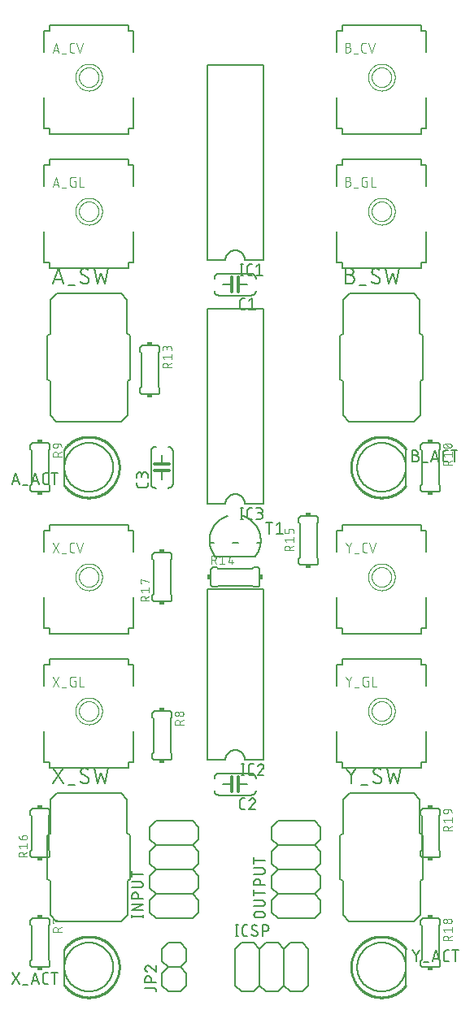
<source format=gbr>
G04 EAGLE Gerber RS-274X export*
G75*
%MOMM*%
%FSLAX34Y34*%
%LPD*%
%INSilkscreen Top*%
%IPPOS*%
%AMOC8*
5,1,8,0,0,1.08239X$1,22.5*%
G01*
%ADD10C,0.050800*%
%ADD11C,0.203200*%
%ADD12C,0.076200*%
%ADD13C,0.152400*%
%ADD14C,0.177800*%
%ADD15C,0.254000*%
%ADD16C,0.127000*%
%ADD17R,0.508000X0.381000*%
%ADD18C,0.101600*%
%ADD19C,0.304800*%
%ADD20R,0.381000X0.508000*%


D10*
X62230Y825500D02*
X62234Y825843D01*
X62247Y826185D01*
X62268Y826528D01*
X62297Y826869D01*
X62335Y827210D01*
X62381Y827550D01*
X62436Y827888D01*
X62498Y828225D01*
X62569Y828561D01*
X62649Y828894D01*
X62736Y829226D01*
X62832Y829555D01*
X62935Y829882D01*
X63047Y830206D01*
X63166Y830528D01*
X63293Y830846D01*
X63428Y831161D01*
X63571Y831473D01*
X63722Y831781D01*
X63880Y832085D01*
X64045Y832386D01*
X64218Y832682D01*
X64397Y832974D01*
X64584Y833261D01*
X64778Y833544D01*
X64979Y833822D01*
X65187Y834095D01*
X65401Y834362D01*
X65622Y834625D01*
X65849Y834882D01*
X66082Y835133D01*
X66322Y835378D01*
X66567Y835618D01*
X66818Y835851D01*
X67075Y836078D01*
X67338Y836299D01*
X67605Y836513D01*
X67878Y836721D01*
X68156Y836922D01*
X68439Y837116D01*
X68726Y837303D01*
X69018Y837482D01*
X69314Y837655D01*
X69615Y837820D01*
X69919Y837978D01*
X70227Y838129D01*
X70539Y838272D01*
X70854Y838407D01*
X71172Y838534D01*
X71494Y838653D01*
X71818Y838765D01*
X72145Y838868D01*
X72474Y838964D01*
X72806Y839051D01*
X73139Y839131D01*
X73475Y839202D01*
X73812Y839264D01*
X74150Y839319D01*
X74490Y839365D01*
X74831Y839403D01*
X75172Y839432D01*
X75515Y839453D01*
X75857Y839466D01*
X76200Y839470D01*
X76543Y839466D01*
X76885Y839453D01*
X77228Y839432D01*
X77569Y839403D01*
X77910Y839365D01*
X78250Y839319D01*
X78588Y839264D01*
X78925Y839202D01*
X79261Y839131D01*
X79594Y839051D01*
X79926Y838964D01*
X80255Y838868D01*
X80582Y838765D01*
X80906Y838653D01*
X81228Y838534D01*
X81546Y838407D01*
X81861Y838272D01*
X82173Y838129D01*
X82481Y837978D01*
X82785Y837820D01*
X83086Y837655D01*
X83382Y837482D01*
X83674Y837303D01*
X83961Y837116D01*
X84244Y836922D01*
X84522Y836721D01*
X84795Y836513D01*
X85062Y836299D01*
X85325Y836078D01*
X85582Y835851D01*
X85833Y835618D01*
X86078Y835378D01*
X86318Y835133D01*
X86551Y834882D01*
X86778Y834625D01*
X86999Y834362D01*
X87213Y834095D01*
X87421Y833822D01*
X87622Y833544D01*
X87816Y833261D01*
X88003Y832974D01*
X88182Y832682D01*
X88355Y832386D01*
X88520Y832085D01*
X88678Y831781D01*
X88829Y831473D01*
X88972Y831161D01*
X89107Y830846D01*
X89234Y830528D01*
X89353Y830206D01*
X89465Y829882D01*
X89568Y829555D01*
X89664Y829226D01*
X89751Y828894D01*
X89831Y828561D01*
X89902Y828225D01*
X89964Y827888D01*
X90019Y827550D01*
X90065Y827210D01*
X90103Y826869D01*
X90132Y826528D01*
X90153Y826185D01*
X90166Y825843D01*
X90170Y825500D01*
X90166Y825157D01*
X90153Y824815D01*
X90132Y824472D01*
X90103Y824131D01*
X90065Y823790D01*
X90019Y823450D01*
X89964Y823112D01*
X89902Y822775D01*
X89831Y822439D01*
X89751Y822106D01*
X89664Y821774D01*
X89568Y821445D01*
X89465Y821118D01*
X89353Y820794D01*
X89234Y820472D01*
X89107Y820154D01*
X88972Y819839D01*
X88829Y819527D01*
X88678Y819219D01*
X88520Y818915D01*
X88355Y818614D01*
X88182Y818318D01*
X88003Y818026D01*
X87816Y817739D01*
X87622Y817456D01*
X87421Y817178D01*
X87213Y816905D01*
X86999Y816638D01*
X86778Y816375D01*
X86551Y816118D01*
X86318Y815867D01*
X86078Y815622D01*
X85833Y815382D01*
X85582Y815149D01*
X85325Y814922D01*
X85062Y814701D01*
X84795Y814487D01*
X84522Y814279D01*
X84244Y814078D01*
X83961Y813884D01*
X83674Y813697D01*
X83382Y813518D01*
X83086Y813345D01*
X82785Y813180D01*
X82481Y813022D01*
X82173Y812871D01*
X81861Y812728D01*
X81546Y812593D01*
X81228Y812466D01*
X80906Y812347D01*
X80582Y812235D01*
X80255Y812132D01*
X79926Y812036D01*
X79594Y811949D01*
X79261Y811869D01*
X78925Y811798D01*
X78588Y811736D01*
X78250Y811681D01*
X77910Y811635D01*
X77569Y811597D01*
X77228Y811568D01*
X76885Y811547D01*
X76543Y811534D01*
X76200Y811530D01*
X75857Y811534D01*
X75515Y811547D01*
X75172Y811568D01*
X74831Y811597D01*
X74490Y811635D01*
X74150Y811681D01*
X73812Y811736D01*
X73475Y811798D01*
X73139Y811869D01*
X72806Y811949D01*
X72474Y812036D01*
X72145Y812132D01*
X71818Y812235D01*
X71494Y812347D01*
X71172Y812466D01*
X70854Y812593D01*
X70539Y812728D01*
X70227Y812871D01*
X69919Y813022D01*
X69615Y813180D01*
X69314Y813345D01*
X69018Y813518D01*
X68726Y813697D01*
X68439Y813884D01*
X68156Y814078D01*
X67878Y814279D01*
X67605Y814487D01*
X67338Y814701D01*
X67075Y814922D01*
X66818Y815149D01*
X66567Y815382D01*
X66322Y815622D01*
X66082Y815867D01*
X65849Y816118D01*
X65622Y816375D01*
X65401Y816638D01*
X65187Y816905D01*
X64979Y817178D01*
X64778Y817456D01*
X64584Y817739D01*
X64397Y818026D01*
X64218Y818318D01*
X64045Y818614D01*
X63880Y818915D01*
X63722Y819219D01*
X63571Y819527D01*
X63428Y819839D01*
X63293Y820154D01*
X63166Y820472D01*
X63047Y820794D01*
X62935Y821118D01*
X62832Y821445D01*
X62736Y821774D01*
X62649Y822106D01*
X62569Y822439D01*
X62498Y822775D01*
X62436Y823112D01*
X62381Y823450D01*
X62335Y823790D01*
X62297Y824131D01*
X62268Y824472D01*
X62247Y824815D01*
X62234Y825157D01*
X62230Y825500D01*
X66040Y825500D02*
X66043Y825749D01*
X66052Y825999D01*
X66068Y826247D01*
X66089Y826496D01*
X66116Y826744D01*
X66150Y826991D01*
X66190Y827237D01*
X66235Y827482D01*
X66287Y827726D01*
X66344Y827969D01*
X66408Y828210D01*
X66477Y828449D01*
X66553Y828687D01*
X66634Y828923D01*
X66721Y829157D01*
X66813Y829388D01*
X66912Y829617D01*
X67015Y829844D01*
X67125Y830068D01*
X67240Y830289D01*
X67360Y830508D01*
X67485Y830723D01*
X67616Y830936D01*
X67752Y831145D01*
X67893Y831350D01*
X68039Y831552D01*
X68190Y831751D01*
X68346Y831945D01*
X68507Y832136D01*
X68672Y832323D01*
X68842Y832506D01*
X69016Y832684D01*
X69194Y832858D01*
X69377Y833028D01*
X69564Y833193D01*
X69755Y833354D01*
X69949Y833510D01*
X70148Y833661D01*
X70350Y833807D01*
X70555Y833948D01*
X70764Y834084D01*
X70977Y834215D01*
X71192Y834340D01*
X71411Y834460D01*
X71632Y834575D01*
X71856Y834685D01*
X72083Y834788D01*
X72312Y834887D01*
X72543Y834979D01*
X72777Y835066D01*
X73013Y835147D01*
X73251Y835223D01*
X73490Y835292D01*
X73731Y835356D01*
X73974Y835413D01*
X74218Y835465D01*
X74463Y835510D01*
X74709Y835550D01*
X74956Y835584D01*
X75204Y835611D01*
X75453Y835632D01*
X75701Y835648D01*
X75951Y835657D01*
X76200Y835660D01*
X76449Y835657D01*
X76699Y835648D01*
X76947Y835632D01*
X77196Y835611D01*
X77444Y835584D01*
X77691Y835550D01*
X77937Y835510D01*
X78182Y835465D01*
X78426Y835413D01*
X78669Y835356D01*
X78910Y835292D01*
X79149Y835223D01*
X79387Y835147D01*
X79623Y835066D01*
X79857Y834979D01*
X80088Y834887D01*
X80317Y834788D01*
X80544Y834685D01*
X80768Y834575D01*
X80989Y834460D01*
X81208Y834340D01*
X81423Y834215D01*
X81636Y834084D01*
X81845Y833948D01*
X82050Y833807D01*
X82252Y833661D01*
X82451Y833510D01*
X82645Y833354D01*
X82836Y833193D01*
X83023Y833028D01*
X83206Y832858D01*
X83384Y832684D01*
X83558Y832506D01*
X83728Y832323D01*
X83893Y832136D01*
X84054Y831945D01*
X84210Y831751D01*
X84361Y831552D01*
X84507Y831350D01*
X84648Y831145D01*
X84784Y830936D01*
X84915Y830723D01*
X85040Y830508D01*
X85160Y830289D01*
X85275Y830068D01*
X85385Y829844D01*
X85488Y829617D01*
X85587Y829388D01*
X85679Y829157D01*
X85766Y828923D01*
X85847Y828687D01*
X85923Y828449D01*
X85992Y828210D01*
X86056Y827969D01*
X86113Y827726D01*
X86165Y827482D01*
X86210Y827237D01*
X86250Y826991D01*
X86284Y826744D01*
X86311Y826496D01*
X86332Y826247D01*
X86348Y825999D01*
X86357Y825749D01*
X86360Y825500D01*
X86357Y825251D01*
X86348Y825001D01*
X86332Y824753D01*
X86311Y824504D01*
X86284Y824256D01*
X86250Y824009D01*
X86210Y823763D01*
X86165Y823518D01*
X86113Y823274D01*
X86056Y823031D01*
X85992Y822790D01*
X85923Y822551D01*
X85847Y822313D01*
X85766Y822077D01*
X85679Y821843D01*
X85587Y821612D01*
X85488Y821383D01*
X85385Y821156D01*
X85275Y820932D01*
X85160Y820711D01*
X85040Y820492D01*
X84915Y820277D01*
X84784Y820064D01*
X84648Y819855D01*
X84507Y819650D01*
X84361Y819448D01*
X84210Y819249D01*
X84054Y819055D01*
X83893Y818864D01*
X83728Y818677D01*
X83558Y818494D01*
X83384Y818316D01*
X83206Y818142D01*
X83023Y817972D01*
X82836Y817807D01*
X82645Y817646D01*
X82451Y817490D01*
X82252Y817339D01*
X82050Y817193D01*
X81845Y817052D01*
X81636Y816916D01*
X81423Y816785D01*
X81208Y816660D01*
X80989Y816540D01*
X80768Y816425D01*
X80544Y816315D01*
X80317Y816212D01*
X80088Y816113D01*
X79857Y816021D01*
X79623Y815934D01*
X79387Y815853D01*
X79149Y815777D01*
X78910Y815708D01*
X78669Y815644D01*
X78426Y815587D01*
X78182Y815535D01*
X77937Y815490D01*
X77691Y815450D01*
X77444Y815416D01*
X77196Y815389D01*
X76947Y815368D01*
X76699Y815352D01*
X76449Y815343D01*
X76200Y815340D01*
X75951Y815343D01*
X75701Y815352D01*
X75453Y815368D01*
X75204Y815389D01*
X74956Y815416D01*
X74709Y815450D01*
X74463Y815490D01*
X74218Y815535D01*
X73974Y815587D01*
X73731Y815644D01*
X73490Y815708D01*
X73251Y815777D01*
X73013Y815853D01*
X72777Y815934D01*
X72543Y816021D01*
X72312Y816113D01*
X72083Y816212D01*
X71856Y816315D01*
X71632Y816425D01*
X71411Y816540D01*
X71192Y816660D01*
X70977Y816785D01*
X70764Y816916D01*
X70555Y817052D01*
X70350Y817193D01*
X70148Y817339D01*
X69949Y817490D01*
X69755Y817646D01*
X69564Y817807D01*
X69377Y817972D01*
X69194Y818142D01*
X69016Y818316D01*
X68842Y818494D01*
X68672Y818677D01*
X68507Y818864D01*
X68346Y819055D01*
X68190Y819249D01*
X68039Y819448D01*
X67893Y819650D01*
X67752Y819855D01*
X67616Y820064D01*
X67485Y820277D01*
X67360Y820492D01*
X67240Y820711D01*
X67125Y820932D01*
X67015Y821156D01*
X66912Y821383D01*
X66813Y821612D01*
X66721Y821843D01*
X66634Y822077D01*
X66553Y822313D01*
X66477Y822551D01*
X66408Y822790D01*
X66344Y823031D01*
X66287Y823274D01*
X66235Y823518D01*
X66190Y823763D01*
X66150Y824009D01*
X66116Y824256D01*
X66089Y824504D01*
X66068Y824753D01*
X66052Y825001D01*
X66043Y825251D01*
X66040Y825500D01*
D11*
X35200Y879500D02*
X117200Y879500D01*
X117200Y766500D02*
X35200Y766500D01*
X35200Y874000D02*
X29700Y874000D01*
X35200Y874000D02*
X35200Y879500D01*
X35200Y772000D02*
X35200Y766500D01*
X35200Y772000D02*
X29700Y772000D01*
X117200Y772000D02*
X122700Y772000D01*
X117200Y772000D02*
X117200Y766500D01*
X117200Y874000D02*
X117200Y879500D01*
X117200Y874000D02*
X122700Y874000D01*
X29700Y874000D02*
X29700Y852000D01*
X29700Y804000D02*
X29700Y772000D01*
X122700Y852000D02*
X122700Y874000D01*
X122700Y804000D02*
X122700Y772000D01*
D12*
X38481Y851281D02*
X41783Y861187D01*
X45085Y851281D01*
X44260Y853758D02*
X39307Y853758D01*
X48223Y850180D02*
X52625Y850180D01*
X60486Y856784D02*
X62137Y856784D01*
X62137Y851281D01*
X58835Y851281D01*
X58744Y851283D01*
X58653Y851289D01*
X58563Y851298D01*
X58473Y851311D01*
X58383Y851328D01*
X58295Y851348D01*
X58207Y851373D01*
X58120Y851400D01*
X58035Y851432D01*
X57951Y851466D01*
X57868Y851505D01*
X57787Y851546D01*
X57708Y851591D01*
X57631Y851639D01*
X57556Y851691D01*
X57483Y851745D01*
X57412Y851802D01*
X57344Y851863D01*
X57279Y851926D01*
X57216Y851991D01*
X57155Y852059D01*
X57098Y852130D01*
X57044Y852203D01*
X56992Y852278D01*
X56944Y852355D01*
X56899Y852434D01*
X56858Y852515D01*
X56819Y852598D01*
X56785Y852682D01*
X56753Y852767D01*
X56726Y852854D01*
X56701Y852942D01*
X56681Y853030D01*
X56664Y853120D01*
X56651Y853210D01*
X56642Y853300D01*
X56636Y853391D01*
X56634Y853482D01*
X56633Y853482D02*
X56633Y858986D01*
X56634Y858986D02*
X56636Y859079D01*
X56642Y859173D01*
X56652Y859266D01*
X56666Y859358D01*
X56683Y859450D01*
X56705Y859541D01*
X56730Y859630D01*
X56760Y859719D01*
X56793Y859807D01*
X56829Y859893D01*
X56870Y859977D01*
X56913Y860059D01*
X56961Y860140D01*
X57011Y860218D01*
X57065Y860295D01*
X57123Y860369D01*
X57183Y860440D01*
X57246Y860509D01*
X57312Y860575D01*
X57381Y860638D01*
X57452Y860698D01*
X57526Y860756D01*
X57602Y860810D01*
X57681Y860860D01*
X57762Y860907D01*
X57844Y860951D01*
X57928Y860992D01*
X58014Y861028D01*
X58102Y861061D01*
X58190Y861091D01*
X58280Y861116D01*
X58371Y861138D01*
X58463Y861155D01*
X58555Y861169D01*
X58648Y861179D01*
X58742Y861185D01*
X58835Y861187D01*
X62137Y861187D01*
X66893Y861187D02*
X66893Y851281D01*
X71295Y851281D01*
D10*
X62230Y965200D02*
X62234Y965543D01*
X62247Y965885D01*
X62268Y966228D01*
X62297Y966569D01*
X62335Y966910D01*
X62381Y967250D01*
X62436Y967588D01*
X62498Y967925D01*
X62569Y968261D01*
X62649Y968594D01*
X62736Y968926D01*
X62832Y969255D01*
X62935Y969582D01*
X63047Y969906D01*
X63166Y970228D01*
X63293Y970546D01*
X63428Y970861D01*
X63571Y971173D01*
X63722Y971481D01*
X63880Y971785D01*
X64045Y972086D01*
X64218Y972382D01*
X64397Y972674D01*
X64584Y972961D01*
X64778Y973244D01*
X64979Y973522D01*
X65187Y973795D01*
X65401Y974062D01*
X65622Y974325D01*
X65849Y974582D01*
X66082Y974833D01*
X66322Y975078D01*
X66567Y975318D01*
X66818Y975551D01*
X67075Y975778D01*
X67338Y975999D01*
X67605Y976213D01*
X67878Y976421D01*
X68156Y976622D01*
X68439Y976816D01*
X68726Y977003D01*
X69018Y977182D01*
X69314Y977355D01*
X69615Y977520D01*
X69919Y977678D01*
X70227Y977829D01*
X70539Y977972D01*
X70854Y978107D01*
X71172Y978234D01*
X71494Y978353D01*
X71818Y978465D01*
X72145Y978568D01*
X72474Y978664D01*
X72806Y978751D01*
X73139Y978831D01*
X73475Y978902D01*
X73812Y978964D01*
X74150Y979019D01*
X74490Y979065D01*
X74831Y979103D01*
X75172Y979132D01*
X75515Y979153D01*
X75857Y979166D01*
X76200Y979170D01*
X76543Y979166D01*
X76885Y979153D01*
X77228Y979132D01*
X77569Y979103D01*
X77910Y979065D01*
X78250Y979019D01*
X78588Y978964D01*
X78925Y978902D01*
X79261Y978831D01*
X79594Y978751D01*
X79926Y978664D01*
X80255Y978568D01*
X80582Y978465D01*
X80906Y978353D01*
X81228Y978234D01*
X81546Y978107D01*
X81861Y977972D01*
X82173Y977829D01*
X82481Y977678D01*
X82785Y977520D01*
X83086Y977355D01*
X83382Y977182D01*
X83674Y977003D01*
X83961Y976816D01*
X84244Y976622D01*
X84522Y976421D01*
X84795Y976213D01*
X85062Y975999D01*
X85325Y975778D01*
X85582Y975551D01*
X85833Y975318D01*
X86078Y975078D01*
X86318Y974833D01*
X86551Y974582D01*
X86778Y974325D01*
X86999Y974062D01*
X87213Y973795D01*
X87421Y973522D01*
X87622Y973244D01*
X87816Y972961D01*
X88003Y972674D01*
X88182Y972382D01*
X88355Y972086D01*
X88520Y971785D01*
X88678Y971481D01*
X88829Y971173D01*
X88972Y970861D01*
X89107Y970546D01*
X89234Y970228D01*
X89353Y969906D01*
X89465Y969582D01*
X89568Y969255D01*
X89664Y968926D01*
X89751Y968594D01*
X89831Y968261D01*
X89902Y967925D01*
X89964Y967588D01*
X90019Y967250D01*
X90065Y966910D01*
X90103Y966569D01*
X90132Y966228D01*
X90153Y965885D01*
X90166Y965543D01*
X90170Y965200D01*
X90166Y964857D01*
X90153Y964515D01*
X90132Y964172D01*
X90103Y963831D01*
X90065Y963490D01*
X90019Y963150D01*
X89964Y962812D01*
X89902Y962475D01*
X89831Y962139D01*
X89751Y961806D01*
X89664Y961474D01*
X89568Y961145D01*
X89465Y960818D01*
X89353Y960494D01*
X89234Y960172D01*
X89107Y959854D01*
X88972Y959539D01*
X88829Y959227D01*
X88678Y958919D01*
X88520Y958615D01*
X88355Y958314D01*
X88182Y958018D01*
X88003Y957726D01*
X87816Y957439D01*
X87622Y957156D01*
X87421Y956878D01*
X87213Y956605D01*
X86999Y956338D01*
X86778Y956075D01*
X86551Y955818D01*
X86318Y955567D01*
X86078Y955322D01*
X85833Y955082D01*
X85582Y954849D01*
X85325Y954622D01*
X85062Y954401D01*
X84795Y954187D01*
X84522Y953979D01*
X84244Y953778D01*
X83961Y953584D01*
X83674Y953397D01*
X83382Y953218D01*
X83086Y953045D01*
X82785Y952880D01*
X82481Y952722D01*
X82173Y952571D01*
X81861Y952428D01*
X81546Y952293D01*
X81228Y952166D01*
X80906Y952047D01*
X80582Y951935D01*
X80255Y951832D01*
X79926Y951736D01*
X79594Y951649D01*
X79261Y951569D01*
X78925Y951498D01*
X78588Y951436D01*
X78250Y951381D01*
X77910Y951335D01*
X77569Y951297D01*
X77228Y951268D01*
X76885Y951247D01*
X76543Y951234D01*
X76200Y951230D01*
X75857Y951234D01*
X75515Y951247D01*
X75172Y951268D01*
X74831Y951297D01*
X74490Y951335D01*
X74150Y951381D01*
X73812Y951436D01*
X73475Y951498D01*
X73139Y951569D01*
X72806Y951649D01*
X72474Y951736D01*
X72145Y951832D01*
X71818Y951935D01*
X71494Y952047D01*
X71172Y952166D01*
X70854Y952293D01*
X70539Y952428D01*
X70227Y952571D01*
X69919Y952722D01*
X69615Y952880D01*
X69314Y953045D01*
X69018Y953218D01*
X68726Y953397D01*
X68439Y953584D01*
X68156Y953778D01*
X67878Y953979D01*
X67605Y954187D01*
X67338Y954401D01*
X67075Y954622D01*
X66818Y954849D01*
X66567Y955082D01*
X66322Y955322D01*
X66082Y955567D01*
X65849Y955818D01*
X65622Y956075D01*
X65401Y956338D01*
X65187Y956605D01*
X64979Y956878D01*
X64778Y957156D01*
X64584Y957439D01*
X64397Y957726D01*
X64218Y958018D01*
X64045Y958314D01*
X63880Y958615D01*
X63722Y958919D01*
X63571Y959227D01*
X63428Y959539D01*
X63293Y959854D01*
X63166Y960172D01*
X63047Y960494D01*
X62935Y960818D01*
X62832Y961145D01*
X62736Y961474D01*
X62649Y961806D01*
X62569Y962139D01*
X62498Y962475D01*
X62436Y962812D01*
X62381Y963150D01*
X62335Y963490D01*
X62297Y963831D01*
X62268Y964172D01*
X62247Y964515D01*
X62234Y964857D01*
X62230Y965200D01*
X66040Y965200D02*
X66043Y965449D01*
X66052Y965699D01*
X66068Y965947D01*
X66089Y966196D01*
X66116Y966444D01*
X66150Y966691D01*
X66190Y966937D01*
X66235Y967182D01*
X66287Y967426D01*
X66344Y967669D01*
X66408Y967910D01*
X66477Y968149D01*
X66553Y968387D01*
X66634Y968623D01*
X66721Y968857D01*
X66813Y969088D01*
X66912Y969317D01*
X67015Y969544D01*
X67125Y969768D01*
X67240Y969989D01*
X67360Y970208D01*
X67485Y970423D01*
X67616Y970636D01*
X67752Y970845D01*
X67893Y971050D01*
X68039Y971252D01*
X68190Y971451D01*
X68346Y971645D01*
X68507Y971836D01*
X68672Y972023D01*
X68842Y972206D01*
X69016Y972384D01*
X69194Y972558D01*
X69377Y972728D01*
X69564Y972893D01*
X69755Y973054D01*
X69949Y973210D01*
X70148Y973361D01*
X70350Y973507D01*
X70555Y973648D01*
X70764Y973784D01*
X70977Y973915D01*
X71192Y974040D01*
X71411Y974160D01*
X71632Y974275D01*
X71856Y974385D01*
X72083Y974488D01*
X72312Y974587D01*
X72543Y974679D01*
X72777Y974766D01*
X73013Y974847D01*
X73251Y974923D01*
X73490Y974992D01*
X73731Y975056D01*
X73974Y975113D01*
X74218Y975165D01*
X74463Y975210D01*
X74709Y975250D01*
X74956Y975284D01*
X75204Y975311D01*
X75453Y975332D01*
X75701Y975348D01*
X75951Y975357D01*
X76200Y975360D01*
X76449Y975357D01*
X76699Y975348D01*
X76947Y975332D01*
X77196Y975311D01*
X77444Y975284D01*
X77691Y975250D01*
X77937Y975210D01*
X78182Y975165D01*
X78426Y975113D01*
X78669Y975056D01*
X78910Y974992D01*
X79149Y974923D01*
X79387Y974847D01*
X79623Y974766D01*
X79857Y974679D01*
X80088Y974587D01*
X80317Y974488D01*
X80544Y974385D01*
X80768Y974275D01*
X80989Y974160D01*
X81208Y974040D01*
X81423Y973915D01*
X81636Y973784D01*
X81845Y973648D01*
X82050Y973507D01*
X82252Y973361D01*
X82451Y973210D01*
X82645Y973054D01*
X82836Y972893D01*
X83023Y972728D01*
X83206Y972558D01*
X83384Y972384D01*
X83558Y972206D01*
X83728Y972023D01*
X83893Y971836D01*
X84054Y971645D01*
X84210Y971451D01*
X84361Y971252D01*
X84507Y971050D01*
X84648Y970845D01*
X84784Y970636D01*
X84915Y970423D01*
X85040Y970208D01*
X85160Y969989D01*
X85275Y969768D01*
X85385Y969544D01*
X85488Y969317D01*
X85587Y969088D01*
X85679Y968857D01*
X85766Y968623D01*
X85847Y968387D01*
X85923Y968149D01*
X85992Y967910D01*
X86056Y967669D01*
X86113Y967426D01*
X86165Y967182D01*
X86210Y966937D01*
X86250Y966691D01*
X86284Y966444D01*
X86311Y966196D01*
X86332Y965947D01*
X86348Y965699D01*
X86357Y965449D01*
X86360Y965200D01*
X86357Y964951D01*
X86348Y964701D01*
X86332Y964453D01*
X86311Y964204D01*
X86284Y963956D01*
X86250Y963709D01*
X86210Y963463D01*
X86165Y963218D01*
X86113Y962974D01*
X86056Y962731D01*
X85992Y962490D01*
X85923Y962251D01*
X85847Y962013D01*
X85766Y961777D01*
X85679Y961543D01*
X85587Y961312D01*
X85488Y961083D01*
X85385Y960856D01*
X85275Y960632D01*
X85160Y960411D01*
X85040Y960192D01*
X84915Y959977D01*
X84784Y959764D01*
X84648Y959555D01*
X84507Y959350D01*
X84361Y959148D01*
X84210Y958949D01*
X84054Y958755D01*
X83893Y958564D01*
X83728Y958377D01*
X83558Y958194D01*
X83384Y958016D01*
X83206Y957842D01*
X83023Y957672D01*
X82836Y957507D01*
X82645Y957346D01*
X82451Y957190D01*
X82252Y957039D01*
X82050Y956893D01*
X81845Y956752D01*
X81636Y956616D01*
X81423Y956485D01*
X81208Y956360D01*
X80989Y956240D01*
X80768Y956125D01*
X80544Y956015D01*
X80317Y955912D01*
X80088Y955813D01*
X79857Y955721D01*
X79623Y955634D01*
X79387Y955553D01*
X79149Y955477D01*
X78910Y955408D01*
X78669Y955344D01*
X78426Y955287D01*
X78182Y955235D01*
X77937Y955190D01*
X77691Y955150D01*
X77444Y955116D01*
X77196Y955089D01*
X76947Y955068D01*
X76699Y955052D01*
X76449Y955043D01*
X76200Y955040D01*
X75951Y955043D01*
X75701Y955052D01*
X75453Y955068D01*
X75204Y955089D01*
X74956Y955116D01*
X74709Y955150D01*
X74463Y955190D01*
X74218Y955235D01*
X73974Y955287D01*
X73731Y955344D01*
X73490Y955408D01*
X73251Y955477D01*
X73013Y955553D01*
X72777Y955634D01*
X72543Y955721D01*
X72312Y955813D01*
X72083Y955912D01*
X71856Y956015D01*
X71632Y956125D01*
X71411Y956240D01*
X71192Y956360D01*
X70977Y956485D01*
X70764Y956616D01*
X70555Y956752D01*
X70350Y956893D01*
X70148Y957039D01*
X69949Y957190D01*
X69755Y957346D01*
X69564Y957507D01*
X69377Y957672D01*
X69194Y957842D01*
X69016Y958016D01*
X68842Y958194D01*
X68672Y958377D01*
X68507Y958564D01*
X68346Y958755D01*
X68190Y958949D01*
X68039Y959148D01*
X67893Y959350D01*
X67752Y959555D01*
X67616Y959764D01*
X67485Y959977D01*
X67360Y960192D01*
X67240Y960411D01*
X67125Y960632D01*
X67015Y960856D01*
X66912Y961083D01*
X66813Y961312D01*
X66721Y961543D01*
X66634Y961777D01*
X66553Y962013D01*
X66477Y962251D01*
X66408Y962490D01*
X66344Y962731D01*
X66287Y962974D01*
X66235Y963218D01*
X66190Y963463D01*
X66150Y963709D01*
X66116Y963956D01*
X66089Y964204D01*
X66068Y964453D01*
X66052Y964701D01*
X66043Y964951D01*
X66040Y965200D01*
D11*
X35200Y1019200D02*
X117200Y1019200D01*
X117200Y906200D02*
X35200Y906200D01*
X35200Y1013700D02*
X29700Y1013700D01*
X35200Y1013700D02*
X35200Y1019200D01*
X35200Y911700D02*
X35200Y906200D01*
X35200Y911700D02*
X29700Y911700D01*
X117200Y911700D02*
X122700Y911700D01*
X117200Y911700D02*
X117200Y906200D01*
X117200Y1013700D02*
X117200Y1019200D01*
X117200Y1013700D02*
X122700Y1013700D01*
X29700Y1013700D02*
X29700Y991700D01*
X29700Y943700D02*
X29700Y911700D01*
X122700Y991700D02*
X122700Y1013700D01*
X122700Y943700D02*
X122700Y911700D01*
D12*
X38481Y990981D02*
X41783Y1000887D01*
X45085Y990981D01*
X44260Y993458D02*
X39307Y993458D01*
X48223Y989880D02*
X52625Y989880D01*
X58488Y990981D02*
X60690Y990981D01*
X58488Y990981D02*
X58397Y990983D01*
X58306Y990989D01*
X58216Y990998D01*
X58126Y991011D01*
X58036Y991028D01*
X57948Y991048D01*
X57860Y991073D01*
X57773Y991100D01*
X57688Y991132D01*
X57604Y991166D01*
X57521Y991205D01*
X57440Y991246D01*
X57361Y991291D01*
X57284Y991339D01*
X57209Y991391D01*
X57136Y991445D01*
X57065Y991502D01*
X56997Y991563D01*
X56932Y991626D01*
X56869Y991691D01*
X56808Y991759D01*
X56751Y991830D01*
X56697Y991903D01*
X56645Y991978D01*
X56597Y992055D01*
X56552Y992134D01*
X56511Y992215D01*
X56472Y992298D01*
X56438Y992382D01*
X56406Y992467D01*
X56379Y992554D01*
X56354Y992642D01*
X56334Y992730D01*
X56317Y992820D01*
X56304Y992910D01*
X56295Y993000D01*
X56289Y993091D01*
X56287Y993182D01*
X56287Y998686D01*
X56289Y998779D01*
X56295Y998873D01*
X56305Y998966D01*
X56319Y999058D01*
X56336Y999150D01*
X56358Y999241D01*
X56383Y999330D01*
X56413Y999419D01*
X56446Y999507D01*
X56482Y999593D01*
X56523Y999677D01*
X56566Y999759D01*
X56614Y999840D01*
X56664Y999918D01*
X56718Y999995D01*
X56776Y1000069D01*
X56836Y1000140D01*
X56899Y1000209D01*
X56965Y1000275D01*
X57034Y1000338D01*
X57105Y1000398D01*
X57179Y1000456D01*
X57255Y1000510D01*
X57334Y1000560D01*
X57415Y1000607D01*
X57497Y1000651D01*
X57581Y1000692D01*
X57667Y1000728D01*
X57755Y1000761D01*
X57843Y1000791D01*
X57933Y1000816D01*
X58024Y1000838D01*
X58116Y1000855D01*
X58208Y1000869D01*
X58301Y1000879D01*
X58395Y1000885D01*
X58488Y1000887D01*
X60690Y1000887D01*
X63764Y1000887D02*
X67066Y990981D01*
X70368Y1000887D01*
D13*
X42672Y739902D02*
X36322Y733552D01*
X42672Y739902D02*
X109728Y739902D01*
X116078Y733552D01*
X116332Y612648D02*
X109982Y606298D01*
X42418Y606298D01*
X36068Y612648D01*
X119380Y650240D02*
X119380Y695960D01*
X33020Y695960D02*
X33020Y650240D01*
X116078Y698246D02*
X119380Y695960D01*
X36068Y648208D02*
X33020Y650240D01*
X116332Y648208D02*
X116332Y612648D01*
X116078Y698246D02*
X116078Y733552D01*
X36322Y733552D02*
X36322Y697992D01*
X36068Y648208D02*
X36068Y612648D01*
X116332Y648208D02*
X119380Y650240D01*
X36322Y697992D02*
X33020Y695960D01*
D14*
X38989Y750189D02*
X44323Y766191D01*
X49657Y750189D01*
X48324Y754190D02*
X40323Y754190D01*
X54835Y748411D02*
X61947Y748411D01*
X72827Y750189D02*
X72943Y750191D01*
X73060Y750197D01*
X73176Y750206D01*
X73291Y750219D01*
X73406Y750236D01*
X73521Y750257D01*
X73634Y750282D01*
X73747Y750310D01*
X73859Y750342D01*
X73970Y750378D01*
X74080Y750417D01*
X74188Y750460D01*
X74295Y750506D01*
X74400Y750556D01*
X74503Y750609D01*
X74605Y750665D01*
X74705Y750725D01*
X74803Y750788D01*
X74898Y750855D01*
X74992Y750924D01*
X75083Y750996D01*
X75172Y751071D01*
X75258Y751150D01*
X75341Y751231D01*
X75422Y751314D01*
X75501Y751400D01*
X75576Y751489D01*
X75648Y751580D01*
X75717Y751674D01*
X75784Y751769D01*
X75847Y751867D01*
X75907Y751967D01*
X75963Y752069D01*
X76016Y752172D01*
X76066Y752277D01*
X76112Y752384D01*
X76155Y752492D01*
X76194Y752602D01*
X76230Y752713D01*
X76262Y752825D01*
X76290Y752938D01*
X76315Y753051D01*
X76336Y753166D01*
X76353Y753281D01*
X76366Y753396D01*
X76375Y753512D01*
X76381Y753629D01*
X76383Y753745D01*
X72827Y750189D02*
X72647Y750191D01*
X72468Y750198D01*
X72288Y750208D01*
X72109Y750223D01*
X71930Y750243D01*
X71752Y750266D01*
X71575Y750294D01*
X71398Y750326D01*
X71222Y750362D01*
X71047Y750403D01*
X70873Y750448D01*
X70700Y750497D01*
X70528Y750549D01*
X70357Y750607D01*
X70188Y750668D01*
X70021Y750733D01*
X69855Y750802D01*
X69691Y750875D01*
X69528Y750952D01*
X69368Y751033D01*
X69209Y751117D01*
X69053Y751206D01*
X68899Y751298D01*
X68747Y751394D01*
X68597Y751493D01*
X68449Y751596D01*
X68305Y751703D01*
X68162Y751813D01*
X68023Y751926D01*
X67886Y752043D01*
X67752Y752162D01*
X67621Y752285D01*
X67493Y752411D01*
X67938Y762635D02*
X67940Y762751D01*
X67946Y762868D01*
X67955Y762984D01*
X67968Y763099D01*
X67985Y763214D01*
X68006Y763329D01*
X68031Y763442D01*
X68059Y763555D01*
X68091Y763667D01*
X68127Y763778D01*
X68166Y763888D01*
X68209Y763996D01*
X68255Y764103D01*
X68305Y764208D01*
X68358Y764311D01*
X68414Y764413D01*
X68474Y764513D01*
X68537Y764611D01*
X68604Y764706D01*
X68673Y764800D01*
X68745Y764891D01*
X68820Y764980D01*
X68899Y765066D01*
X68980Y765149D01*
X69063Y765230D01*
X69149Y765309D01*
X69238Y765384D01*
X69329Y765456D01*
X69423Y765525D01*
X69518Y765592D01*
X69616Y765655D01*
X69716Y765715D01*
X69818Y765771D01*
X69921Y765824D01*
X70026Y765874D01*
X70133Y765920D01*
X70241Y765963D01*
X70351Y766002D01*
X70462Y766038D01*
X70574Y766070D01*
X70687Y766098D01*
X70800Y766123D01*
X70915Y766144D01*
X71030Y766161D01*
X71145Y766174D01*
X71261Y766183D01*
X71378Y766189D01*
X71494Y766191D01*
X71494Y766192D02*
X71653Y766190D01*
X71812Y766184D01*
X71970Y766175D01*
X72129Y766162D01*
X72287Y766145D01*
X72444Y766124D01*
X72601Y766099D01*
X72758Y766071D01*
X72913Y766039D01*
X73068Y766004D01*
X73222Y765964D01*
X73375Y765921D01*
X73527Y765874D01*
X73678Y765824D01*
X73827Y765770D01*
X73976Y765713D01*
X74122Y765652D01*
X74268Y765588D01*
X74411Y765520D01*
X74553Y765449D01*
X74694Y765374D01*
X74832Y765296D01*
X74969Y765215D01*
X75103Y765131D01*
X75236Y765043D01*
X75367Y764952D01*
X75495Y764858D01*
X69715Y759523D02*
X69615Y759584D01*
X69517Y759649D01*
X69421Y759716D01*
X69328Y759787D01*
X69237Y759860D01*
X69148Y759937D01*
X69062Y760016D01*
X68978Y760098D01*
X68897Y760183D01*
X68819Y760270D01*
X68744Y760360D01*
X68671Y760452D01*
X68602Y760547D01*
X68536Y760643D01*
X68473Y760742D01*
X68413Y760843D01*
X68356Y760946D01*
X68303Y761050D01*
X68254Y761156D01*
X68207Y761264D01*
X68165Y761373D01*
X68125Y761483D01*
X68090Y761595D01*
X68058Y761708D01*
X68030Y761822D01*
X68005Y761936D01*
X67984Y762052D01*
X67967Y762168D01*
X67954Y762284D01*
X67945Y762401D01*
X67939Y762518D01*
X67937Y762635D01*
X74606Y756857D02*
X74706Y756796D01*
X74804Y756731D01*
X74900Y756664D01*
X74993Y756593D01*
X75084Y756520D01*
X75173Y756443D01*
X75259Y756364D01*
X75343Y756282D01*
X75424Y756197D01*
X75502Y756110D01*
X75577Y756020D01*
X75650Y755928D01*
X75719Y755833D01*
X75785Y755737D01*
X75848Y755638D01*
X75908Y755537D01*
X75965Y755434D01*
X76018Y755330D01*
X76067Y755224D01*
X76114Y755116D01*
X76156Y755007D01*
X76196Y754897D01*
X76231Y754785D01*
X76263Y754672D01*
X76291Y754558D01*
X76316Y754444D01*
X76337Y754328D01*
X76354Y754212D01*
X76367Y754096D01*
X76376Y753979D01*
X76382Y753862D01*
X76384Y753745D01*
X74605Y756857D02*
X69716Y759524D01*
X82020Y766191D02*
X85576Y750189D01*
X89132Y760857D01*
X92688Y750189D01*
X96244Y766191D01*
D11*
X50800Y577850D02*
X50800Y539750D01*
D15*
X51274Y539134D01*
X51763Y538529D01*
X52267Y537937D01*
X52785Y537357D01*
X53317Y536790D01*
X53863Y536236D01*
X54422Y535696D01*
X54995Y535170D01*
X55580Y534657D01*
X56177Y534160D01*
X56786Y533677D01*
X57407Y533209D01*
X58040Y532756D01*
X58683Y532319D01*
X59337Y531898D01*
X60001Y531494D01*
X60674Y531105D01*
X61357Y530733D01*
X62049Y530378D01*
X62749Y530040D01*
X63457Y529719D01*
X64173Y529416D01*
X64897Y529130D01*
X65626Y528862D01*
X66363Y528612D01*
X67105Y528381D01*
X67853Y528167D01*
X68605Y527972D01*
X69363Y527795D01*
X70124Y527637D01*
X70889Y527497D01*
X71657Y527377D01*
X72428Y527275D01*
X73201Y527192D01*
X73976Y527128D01*
X74752Y527083D01*
X75529Y527057D01*
X76307Y527050D01*
X77084Y527062D01*
X77861Y527093D01*
X78637Y527144D01*
X79412Y527213D01*
X80184Y527301D01*
X80954Y527408D01*
X81722Y527534D01*
X82486Y527678D01*
X83246Y527842D01*
X84002Y528024D01*
X84753Y528224D01*
X85500Y528442D01*
X86240Y528679D01*
X86975Y528934D01*
X87703Y529207D01*
X88424Y529498D01*
X89138Y529806D01*
X89844Y530131D01*
X90542Y530474D01*
X91232Y530834D01*
X91912Y531210D01*
X92583Y531603D01*
X93244Y532013D01*
X93895Y532438D01*
X94535Y532879D01*
X95164Y533336D01*
X95782Y533808D01*
X96388Y534295D01*
X96982Y534797D01*
X97564Y535313D01*
X98133Y535843D01*
X98688Y536387D01*
X99231Y536945D01*
X99759Y537515D01*
X100273Y538098D01*
X100773Y538694D01*
X101258Y539302D01*
X101728Y539921D01*
X102182Y540552D01*
X102621Y541194D01*
X103045Y541846D01*
X103452Y542509D01*
X103843Y543181D01*
X104217Y543863D01*
X104574Y544553D01*
X104914Y545252D01*
X105238Y545960D01*
X105543Y546674D01*
X105832Y547397D01*
X106102Y548126D01*
X106354Y548861D01*
X106589Y549603D01*
X106805Y550350D01*
X107003Y551102D01*
X107182Y551858D01*
X107343Y552619D01*
X107485Y553383D01*
X107608Y554151D01*
X107712Y554922D01*
X107798Y555695D01*
X107864Y556469D01*
X107912Y557245D01*
X107940Y558022D01*
X107950Y558800D01*
X107940Y559578D01*
X107912Y560355D01*
X107864Y561131D01*
X107798Y561905D01*
X107712Y562678D01*
X107608Y563449D01*
X107485Y564217D01*
X107343Y564981D01*
X107182Y565742D01*
X107003Y566498D01*
X106805Y567250D01*
X106589Y567997D01*
X106354Y568739D01*
X106102Y569474D01*
X105832Y570203D01*
X105543Y570926D01*
X105238Y571640D01*
X104914Y572348D01*
X104574Y573047D01*
X104217Y573737D01*
X103843Y574419D01*
X103452Y575091D01*
X103045Y575754D01*
X102621Y576406D01*
X102182Y577048D01*
X101728Y577679D01*
X101258Y578298D01*
X100773Y578906D01*
X100273Y579502D01*
X99759Y580085D01*
X99231Y580655D01*
X98688Y581213D01*
X98133Y581757D01*
X97564Y582287D01*
X96982Y582803D01*
X96388Y583305D01*
X95782Y583792D01*
X95164Y584264D01*
X94535Y584721D01*
X93895Y585162D01*
X93244Y585587D01*
X92583Y585997D01*
X91912Y586390D01*
X91232Y586766D01*
X90542Y587126D01*
X89844Y587469D01*
X89138Y587794D01*
X88424Y588102D01*
X87703Y588393D01*
X86975Y588666D01*
X86240Y588921D01*
X85500Y589158D01*
X84753Y589376D01*
X84002Y589576D01*
X83246Y589758D01*
X82486Y589922D01*
X81722Y590066D01*
X80954Y590192D01*
X80184Y590299D01*
X79412Y590387D01*
X78637Y590456D01*
X77861Y590507D01*
X77084Y590538D01*
X76307Y590550D01*
X75529Y590543D01*
X74752Y590517D01*
X73976Y590472D01*
X73201Y590408D01*
X72428Y590325D01*
X71657Y590223D01*
X70889Y590103D01*
X70124Y589963D01*
X69363Y589805D01*
X68605Y589628D01*
X67853Y589433D01*
X67105Y589219D01*
X66363Y588988D01*
X65626Y588738D01*
X64897Y588470D01*
X64173Y588184D01*
X63457Y587881D01*
X62749Y587560D01*
X62049Y587222D01*
X61357Y586867D01*
X60674Y586495D01*
X60001Y586106D01*
X59337Y585702D01*
X58683Y585281D01*
X58040Y584844D01*
X57407Y584391D01*
X56786Y583923D01*
X56177Y583440D01*
X55580Y582943D01*
X54995Y582430D01*
X54422Y581904D01*
X53863Y581364D01*
X53317Y580810D01*
X52785Y580243D01*
X52267Y579663D01*
X51763Y579071D01*
X51274Y578466D01*
X50800Y577850D01*
D13*
X50800Y558800D02*
X50808Y559423D01*
X50831Y560046D01*
X50869Y560669D01*
X50922Y561290D01*
X50991Y561909D01*
X51075Y562527D01*
X51174Y563142D01*
X51288Y563755D01*
X51417Y564365D01*
X51561Y564972D01*
X51720Y565575D01*
X51894Y566173D01*
X52082Y566768D01*
X52285Y567357D01*
X52502Y567941D01*
X52733Y568520D01*
X52979Y569093D01*
X53239Y569660D01*
X53512Y570220D01*
X53799Y570773D01*
X54100Y571320D01*
X54414Y571858D01*
X54741Y572389D01*
X55081Y572911D01*
X55433Y573426D01*
X55799Y573931D01*
X56176Y574427D01*
X56566Y574914D01*
X56967Y575391D01*
X57380Y575858D01*
X57804Y576314D01*
X58239Y576761D01*
X58686Y577196D01*
X59142Y577620D01*
X59609Y578033D01*
X60086Y578434D01*
X60573Y578824D01*
X61069Y579201D01*
X61574Y579567D01*
X62089Y579919D01*
X62611Y580259D01*
X63142Y580586D01*
X63680Y580900D01*
X64227Y581201D01*
X64780Y581488D01*
X65340Y581761D01*
X65907Y582021D01*
X66480Y582267D01*
X67059Y582498D01*
X67643Y582715D01*
X68232Y582918D01*
X68827Y583106D01*
X69425Y583280D01*
X70028Y583439D01*
X70635Y583583D01*
X71245Y583712D01*
X71858Y583826D01*
X72473Y583925D01*
X73091Y584009D01*
X73710Y584078D01*
X74331Y584131D01*
X74954Y584169D01*
X75577Y584192D01*
X76200Y584200D01*
X76823Y584192D01*
X77446Y584169D01*
X78069Y584131D01*
X78690Y584078D01*
X79309Y584009D01*
X79927Y583925D01*
X80542Y583826D01*
X81155Y583712D01*
X81765Y583583D01*
X82372Y583439D01*
X82975Y583280D01*
X83573Y583106D01*
X84168Y582918D01*
X84757Y582715D01*
X85341Y582498D01*
X85920Y582267D01*
X86493Y582021D01*
X87060Y581761D01*
X87620Y581488D01*
X88173Y581201D01*
X88720Y580900D01*
X89258Y580586D01*
X89789Y580259D01*
X90311Y579919D01*
X90826Y579567D01*
X91331Y579201D01*
X91827Y578824D01*
X92314Y578434D01*
X92791Y578033D01*
X93258Y577620D01*
X93714Y577196D01*
X94161Y576761D01*
X94596Y576314D01*
X95020Y575858D01*
X95433Y575391D01*
X95834Y574914D01*
X96224Y574427D01*
X96601Y573931D01*
X96967Y573426D01*
X97319Y572911D01*
X97659Y572389D01*
X97986Y571858D01*
X98300Y571320D01*
X98601Y570773D01*
X98888Y570220D01*
X99161Y569660D01*
X99421Y569093D01*
X99667Y568520D01*
X99898Y567941D01*
X100115Y567357D01*
X100318Y566768D01*
X100506Y566173D01*
X100680Y565575D01*
X100839Y564972D01*
X100983Y564365D01*
X101112Y563755D01*
X101226Y563142D01*
X101325Y562527D01*
X101409Y561909D01*
X101478Y561290D01*
X101531Y560669D01*
X101569Y560046D01*
X101592Y559423D01*
X101600Y558800D01*
X101592Y558177D01*
X101569Y557554D01*
X101531Y556931D01*
X101478Y556310D01*
X101409Y555691D01*
X101325Y555073D01*
X101226Y554458D01*
X101112Y553845D01*
X100983Y553235D01*
X100839Y552628D01*
X100680Y552025D01*
X100506Y551427D01*
X100318Y550832D01*
X100115Y550243D01*
X99898Y549659D01*
X99667Y549080D01*
X99421Y548507D01*
X99161Y547940D01*
X98888Y547380D01*
X98601Y546827D01*
X98300Y546280D01*
X97986Y545742D01*
X97659Y545211D01*
X97319Y544689D01*
X96967Y544174D01*
X96601Y543669D01*
X96224Y543173D01*
X95834Y542686D01*
X95433Y542209D01*
X95020Y541742D01*
X94596Y541286D01*
X94161Y540839D01*
X93714Y540404D01*
X93258Y539980D01*
X92791Y539567D01*
X92314Y539166D01*
X91827Y538776D01*
X91331Y538399D01*
X90826Y538033D01*
X90311Y537681D01*
X89789Y537341D01*
X89258Y537014D01*
X88720Y536700D01*
X88173Y536399D01*
X87620Y536112D01*
X87060Y535839D01*
X86493Y535579D01*
X85920Y535333D01*
X85341Y535102D01*
X84757Y534885D01*
X84168Y534682D01*
X83573Y534494D01*
X82975Y534320D01*
X82372Y534161D01*
X81765Y534017D01*
X81155Y533888D01*
X80542Y533774D01*
X79927Y533675D01*
X79309Y533591D01*
X78690Y533522D01*
X78069Y533469D01*
X77446Y533431D01*
X76823Y533408D01*
X76200Y533400D01*
X75577Y533408D01*
X74954Y533431D01*
X74331Y533469D01*
X73710Y533522D01*
X73091Y533591D01*
X72473Y533675D01*
X71858Y533774D01*
X71245Y533888D01*
X70635Y534017D01*
X70028Y534161D01*
X69425Y534320D01*
X68827Y534494D01*
X68232Y534682D01*
X67643Y534885D01*
X67059Y535102D01*
X66480Y535333D01*
X65907Y535579D01*
X65340Y535839D01*
X64780Y536112D01*
X64227Y536399D01*
X63680Y536700D01*
X63142Y537014D01*
X62611Y537341D01*
X62089Y537681D01*
X61574Y538033D01*
X61069Y538399D01*
X60573Y538776D01*
X60086Y539166D01*
X59609Y539567D01*
X59142Y539980D01*
X58686Y540404D01*
X58239Y540839D01*
X57804Y541286D01*
X57380Y541742D01*
X56967Y542209D01*
X56566Y542686D01*
X56176Y543173D01*
X55799Y543669D01*
X55433Y544174D01*
X55081Y544689D01*
X54741Y545211D01*
X54414Y545742D01*
X54100Y546280D01*
X53799Y546827D01*
X53512Y547380D01*
X53239Y547940D01*
X52979Y548507D01*
X52733Y549080D01*
X52502Y549659D01*
X52285Y550243D01*
X52082Y550832D01*
X51894Y551427D01*
X51720Y552025D01*
X51561Y552628D01*
X51417Y553235D01*
X51288Y553845D01*
X51174Y554458D01*
X51075Y555073D01*
X50991Y555691D01*
X50922Y556310D01*
X50869Y556931D01*
X50831Y557554D01*
X50808Y558177D01*
X50800Y558800D01*
D16*
X-127Y552831D02*
X-3937Y541401D01*
X3683Y541401D02*
X-127Y552831D01*
X2731Y544259D02*
X-2984Y544259D01*
X7620Y540131D02*
X12700Y540131D01*
X16637Y541401D02*
X20447Y552831D01*
X24257Y541401D01*
X23305Y544259D02*
X17590Y544259D01*
X31205Y541401D02*
X33745Y541401D01*
X31205Y541401D02*
X31105Y541403D01*
X31006Y541409D01*
X30906Y541419D01*
X30808Y541432D01*
X30709Y541450D01*
X30612Y541471D01*
X30516Y541496D01*
X30420Y541525D01*
X30326Y541558D01*
X30233Y541594D01*
X30142Y541634D01*
X30052Y541678D01*
X29964Y541725D01*
X29878Y541775D01*
X29794Y541829D01*
X29712Y541886D01*
X29633Y541946D01*
X29555Y542010D01*
X29481Y542076D01*
X29409Y542145D01*
X29340Y542217D01*
X29274Y542291D01*
X29210Y542369D01*
X29150Y542448D01*
X29093Y542530D01*
X29039Y542614D01*
X28989Y542700D01*
X28942Y542788D01*
X28898Y542878D01*
X28858Y542969D01*
X28822Y543062D01*
X28789Y543156D01*
X28760Y543252D01*
X28735Y543348D01*
X28714Y543445D01*
X28696Y543544D01*
X28683Y543642D01*
X28673Y543742D01*
X28667Y543841D01*
X28665Y543941D01*
X28665Y550291D01*
X28667Y550391D01*
X28673Y550490D01*
X28683Y550590D01*
X28696Y550688D01*
X28714Y550787D01*
X28735Y550884D01*
X28760Y550980D01*
X28789Y551076D01*
X28822Y551170D01*
X28858Y551263D01*
X28898Y551354D01*
X28942Y551444D01*
X28989Y551532D01*
X29039Y551618D01*
X29093Y551702D01*
X29150Y551784D01*
X29210Y551863D01*
X29274Y551941D01*
X29340Y552015D01*
X29409Y552087D01*
X29481Y552156D01*
X29555Y552222D01*
X29633Y552286D01*
X29712Y552346D01*
X29794Y552403D01*
X29878Y552457D01*
X29964Y552507D01*
X30052Y552554D01*
X30142Y552598D01*
X30233Y552638D01*
X30326Y552674D01*
X30420Y552707D01*
X30516Y552736D01*
X30612Y552761D01*
X30709Y552782D01*
X30808Y552800D01*
X30906Y552813D01*
X31006Y552823D01*
X31105Y552829D01*
X31205Y552831D01*
X33745Y552831D01*
X40640Y552831D02*
X40640Y541401D01*
X37465Y552831D02*
X43815Y552831D01*
D13*
X35560Y581660D02*
X35558Y581760D01*
X35552Y581859D01*
X35542Y581959D01*
X35529Y582057D01*
X35511Y582156D01*
X35490Y582253D01*
X35465Y582349D01*
X35436Y582445D01*
X35403Y582539D01*
X35367Y582632D01*
X35327Y582723D01*
X35283Y582813D01*
X35236Y582901D01*
X35186Y582987D01*
X35132Y583071D01*
X35075Y583153D01*
X35015Y583232D01*
X34951Y583310D01*
X34885Y583384D01*
X34816Y583456D01*
X34744Y583525D01*
X34670Y583591D01*
X34592Y583655D01*
X34513Y583715D01*
X34431Y583772D01*
X34347Y583826D01*
X34261Y583876D01*
X34173Y583923D01*
X34083Y583967D01*
X33992Y584007D01*
X33899Y584043D01*
X33805Y584076D01*
X33709Y584105D01*
X33613Y584130D01*
X33516Y584151D01*
X33417Y584169D01*
X33319Y584182D01*
X33219Y584192D01*
X33120Y584198D01*
X33020Y584200D01*
X17780Y584200D02*
X17680Y584198D01*
X17581Y584192D01*
X17481Y584182D01*
X17383Y584169D01*
X17284Y584151D01*
X17187Y584130D01*
X17091Y584105D01*
X16995Y584076D01*
X16901Y584043D01*
X16808Y584007D01*
X16717Y583967D01*
X16627Y583923D01*
X16539Y583876D01*
X16453Y583826D01*
X16369Y583772D01*
X16287Y583715D01*
X16208Y583655D01*
X16130Y583591D01*
X16056Y583525D01*
X15984Y583456D01*
X15915Y583384D01*
X15849Y583310D01*
X15785Y583232D01*
X15725Y583153D01*
X15668Y583071D01*
X15614Y582987D01*
X15564Y582901D01*
X15517Y582813D01*
X15473Y582723D01*
X15433Y582632D01*
X15397Y582539D01*
X15364Y582445D01*
X15335Y582349D01*
X15310Y582253D01*
X15289Y582156D01*
X15271Y582057D01*
X15258Y581959D01*
X15248Y581859D01*
X15242Y581760D01*
X15240Y581660D01*
X15240Y535940D02*
X15242Y535840D01*
X15248Y535741D01*
X15258Y535641D01*
X15271Y535543D01*
X15289Y535444D01*
X15310Y535347D01*
X15335Y535251D01*
X15364Y535155D01*
X15397Y535061D01*
X15433Y534968D01*
X15473Y534877D01*
X15517Y534787D01*
X15564Y534699D01*
X15614Y534613D01*
X15668Y534529D01*
X15725Y534447D01*
X15785Y534368D01*
X15849Y534290D01*
X15915Y534216D01*
X15984Y534144D01*
X16056Y534075D01*
X16130Y534009D01*
X16208Y533945D01*
X16287Y533885D01*
X16369Y533828D01*
X16453Y533774D01*
X16539Y533724D01*
X16627Y533677D01*
X16717Y533633D01*
X16808Y533593D01*
X16901Y533557D01*
X16995Y533524D01*
X17091Y533495D01*
X17187Y533470D01*
X17284Y533449D01*
X17383Y533431D01*
X17481Y533418D01*
X17581Y533408D01*
X17680Y533402D01*
X17780Y533400D01*
X33020Y533400D02*
X33120Y533402D01*
X33219Y533408D01*
X33319Y533418D01*
X33417Y533431D01*
X33516Y533449D01*
X33613Y533470D01*
X33709Y533495D01*
X33805Y533524D01*
X33899Y533557D01*
X33992Y533593D01*
X34083Y533633D01*
X34173Y533677D01*
X34261Y533724D01*
X34347Y533774D01*
X34431Y533828D01*
X34513Y533885D01*
X34592Y533945D01*
X34670Y534009D01*
X34744Y534075D01*
X34816Y534144D01*
X34885Y534216D01*
X34951Y534290D01*
X35015Y534368D01*
X35075Y534447D01*
X35132Y534529D01*
X35186Y534613D01*
X35236Y534699D01*
X35283Y534787D01*
X35327Y534877D01*
X35367Y534968D01*
X35403Y535061D01*
X35436Y535155D01*
X35465Y535251D01*
X35490Y535347D01*
X35511Y535444D01*
X35529Y535543D01*
X35542Y535641D01*
X35552Y535741D01*
X35558Y535840D01*
X35560Y535940D01*
X33020Y584200D02*
X17780Y584200D01*
X35560Y581660D02*
X35560Y577850D01*
X34290Y576580D01*
X15240Y577850D02*
X15240Y581660D01*
X15240Y577850D02*
X16510Y576580D01*
X34290Y541020D02*
X35560Y539750D01*
X34290Y541020D02*
X34290Y576580D01*
X16510Y541020D02*
X15240Y539750D01*
X16510Y541020D02*
X16510Y576580D01*
X35560Y539750D02*
X35560Y535940D01*
X15240Y535940D02*
X15240Y539750D01*
X17780Y533400D02*
X33020Y533400D01*
D17*
X25400Y531495D03*
X25400Y586105D03*
D18*
X38862Y569903D02*
X47752Y569903D01*
X38862Y569903D02*
X38862Y572373D01*
X38864Y572471D01*
X38870Y572569D01*
X38880Y572667D01*
X38893Y572764D01*
X38911Y572861D01*
X38932Y572957D01*
X38957Y573051D01*
X38986Y573145D01*
X39018Y573238D01*
X39055Y573329D01*
X39094Y573419D01*
X39138Y573507D01*
X39185Y573593D01*
X39235Y573678D01*
X39288Y573760D01*
X39345Y573840D01*
X39405Y573918D01*
X39468Y573993D01*
X39534Y574066D01*
X39603Y574136D01*
X39674Y574203D01*
X39748Y574268D01*
X39825Y574329D01*
X39904Y574388D01*
X39985Y574443D01*
X40068Y574495D01*
X40154Y574543D01*
X40241Y574588D01*
X40330Y574630D01*
X40420Y574668D01*
X40512Y574702D01*
X40605Y574733D01*
X40700Y574760D01*
X40795Y574783D01*
X40892Y574803D01*
X40988Y574818D01*
X41086Y574830D01*
X41184Y574838D01*
X41282Y574842D01*
X41380Y574842D01*
X41478Y574838D01*
X41576Y574830D01*
X41674Y574818D01*
X41770Y574803D01*
X41867Y574783D01*
X41962Y574760D01*
X42057Y574733D01*
X42150Y574702D01*
X42242Y574668D01*
X42332Y574630D01*
X42421Y574588D01*
X42508Y574543D01*
X42594Y574495D01*
X42677Y574443D01*
X42758Y574388D01*
X42837Y574329D01*
X42914Y574268D01*
X42988Y574203D01*
X43059Y574136D01*
X43128Y574066D01*
X43194Y573993D01*
X43257Y573918D01*
X43317Y573840D01*
X43374Y573760D01*
X43427Y573678D01*
X43477Y573593D01*
X43524Y573507D01*
X43568Y573419D01*
X43607Y573329D01*
X43644Y573238D01*
X43676Y573145D01*
X43705Y573051D01*
X43730Y572957D01*
X43751Y572861D01*
X43769Y572764D01*
X43782Y572667D01*
X43792Y572569D01*
X43798Y572471D01*
X43800Y572373D01*
X43801Y572373D02*
X43801Y569903D01*
X43801Y572867D02*
X47752Y574842D01*
X43801Y580729D02*
X43801Y583692D01*
X43801Y580729D02*
X43799Y580643D01*
X43793Y580557D01*
X43784Y580471D01*
X43771Y580386D01*
X43754Y580301D01*
X43734Y580218D01*
X43710Y580135D01*
X43682Y580053D01*
X43651Y579973D01*
X43616Y579894D01*
X43578Y579817D01*
X43536Y579741D01*
X43492Y579667D01*
X43444Y579596D01*
X43393Y579526D01*
X43339Y579459D01*
X43282Y579394D01*
X43222Y579332D01*
X43160Y579272D01*
X43095Y579215D01*
X43028Y579161D01*
X42958Y579110D01*
X42887Y579062D01*
X42813Y579018D01*
X42737Y578976D01*
X42660Y578938D01*
X42581Y578903D01*
X42501Y578872D01*
X42419Y578844D01*
X42336Y578820D01*
X42253Y578800D01*
X42168Y578783D01*
X42083Y578770D01*
X41997Y578761D01*
X41911Y578755D01*
X41825Y578753D01*
X41331Y578753D01*
X41331Y578754D02*
X41233Y578756D01*
X41135Y578762D01*
X41037Y578772D01*
X40940Y578785D01*
X40843Y578803D01*
X40747Y578824D01*
X40653Y578849D01*
X40559Y578878D01*
X40466Y578910D01*
X40375Y578947D01*
X40285Y578986D01*
X40197Y579030D01*
X40111Y579077D01*
X40026Y579127D01*
X39944Y579180D01*
X39864Y579237D01*
X39786Y579297D01*
X39711Y579360D01*
X39638Y579426D01*
X39568Y579495D01*
X39501Y579566D01*
X39436Y579640D01*
X39375Y579717D01*
X39316Y579796D01*
X39261Y579877D01*
X39209Y579960D01*
X39161Y580046D01*
X39116Y580133D01*
X39074Y580222D01*
X39036Y580312D01*
X39002Y580404D01*
X38971Y580497D01*
X38944Y580592D01*
X38921Y580687D01*
X38901Y580784D01*
X38886Y580880D01*
X38874Y580978D01*
X38866Y581076D01*
X38862Y581174D01*
X38862Y581272D01*
X38866Y581370D01*
X38874Y581468D01*
X38886Y581566D01*
X38901Y581662D01*
X38921Y581759D01*
X38944Y581854D01*
X38971Y581949D01*
X39002Y582042D01*
X39036Y582134D01*
X39074Y582224D01*
X39116Y582313D01*
X39161Y582400D01*
X39209Y582486D01*
X39261Y582569D01*
X39316Y582650D01*
X39375Y582729D01*
X39436Y582806D01*
X39501Y582880D01*
X39568Y582951D01*
X39638Y583020D01*
X39711Y583086D01*
X39786Y583149D01*
X39864Y583209D01*
X39944Y583266D01*
X40026Y583319D01*
X40111Y583369D01*
X40197Y583416D01*
X40285Y583460D01*
X40375Y583499D01*
X40466Y583536D01*
X40559Y583568D01*
X40653Y583597D01*
X40747Y583622D01*
X40843Y583643D01*
X40940Y583661D01*
X41037Y583674D01*
X41135Y583684D01*
X41233Y583690D01*
X41331Y583692D01*
X43801Y583692D01*
X43925Y583690D01*
X44049Y583684D01*
X44173Y583674D01*
X44296Y583661D01*
X44419Y583643D01*
X44541Y583622D01*
X44663Y583597D01*
X44784Y583568D01*
X44903Y583535D01*
X45022Y583499D01*
X45139Y583458D01*
X45255Y583415D01*
X45370Y583367D01*
X45483Y583316D01*
X45595Y583261D01*
X45704Y583203D01*
X45812Y583142D01*
X45918Y583077D01*
X46022Y583009D01*
X46123Y582937D01*
X46223Y582863D01*
X46319Y582785D01*
X46414Y582705D01*
X46506Y582621D01*
X46595Y582535D01*
X46681Y582446D01*
X46765Y582354D01*
X46845Y582259D01*
X46923Y582163D01*
X46997Y582063D01*
X47069Y581962D01*
X47137Y581858D01*
X47202Y581752D01*
X47263Y581644D01*
X47321Y581535D01*
X47376Y581423D01*
X47427Y581310D01*
X47475Y581195D01*
X47518Y581079D01*
X47559Y580962D01*
X47595Y580843D01*
X47628Y580724D01*
X47657Y580603D01*
X47682Y580481D01*
X47703Y580359D01*
X47721Y580236D01*
X47734Y580113D01*
X47744Y579989D01*
X47750Y579865D01*
X47752Y579741D01*
D13*
X199390Y774700D02*
X199390Y977900D01*
X257810Y977900D02*
X257810Y774700D01*
X257810Y977900D02*
X199390Y977900D01*
X199390Y774700D02*
X218440Y774700D01*
X238760Y774700D02*
X257810Y774700D01*
X238760Y774700D02*
X238757Y774947D01*
X238748Y775195D01*
X238733Y775442D01*
X238712Y775688D01*
X238685Y775934D01*
X238652Y776179D01*
X238613Y776424D01*
X238568Y776667D01*
X238517Y776909D01*
X238460Y777150D01*
X238398Y777389D01*
X238329Y777627D01*
X238255Y777863D01*
X238175Y778097D01*
X238090Y778329D01*
X237998Y778559D01*
X237902Y778787D01*
X237799Y779012D01*
X237692Y779235D01*
X237578Y779455D01*
X237460Y779672D01*
X237336Y779887D01*
X237207Y780098D01*
X237073Y780306D01*
X236934Y780511D01*
X236790Y780712D01*
X236642Y780910D01*
X236488Y781104D01*
X236330Y781294D01*
X236167Y781480D01*
X236000Y781662D01*
X235828Y781840D01*
X235652Y782014D01*
X235472Y782184D01*
X235287Y782349D01*
X235099Y782509D01*
X234907Y782665D01*
X234711Y782817D01*
X234512Y782963D01*
X234309Y783105D01*
X234102Y783241D01*
X233893Y783373D01*
X233680Y783499D01*
X233464Y783620D01*
X233246Y783736D01*
X233024Y783846D01*
X232800Y783951D01*
X232574Y784051D01*
X232345Y784145D01*
X232114Y784233D01*
X231880Y784316D01*
X231645Y784393D01*
X231408Y784464D01*
X231170Y784530D01*
X230930Y784589D01*
X230688Y784643D01*
X230445Y784691D01*
X230202Y784733D01*
X229957Y784769D01*
X229711Y784799D01*
X229465Y784823D01*
X229218Y784841D01*
X228971Y784853D01*
X228724Y784859D01*
X228476Y784859D01*
X228229Y784853D01*
X227982Y784841D01*
X227735Y784823D01*
X227489Y784799D01*
X227243Y784769D01*
X226998Y784733D01*
X226755Y784691D01*
X226512Y784643D01*
X226270Y784589D01*
X226030Y784530D01*
X225792Y784464D01*
X225555Y784393D01*
X225320Y784316D01*
X225086Y784233D01*
X224855Y784145D01*
X224626Y784051D01*
X224400Y783951D01*
X224176Y783846D01*
X223954Y783736D01*
X223736Y783620D01*
X223520Y783499D01*
X223307Y783373D01*
X223098Y783241D01*
X222891Y783105D01*
X222688Y782963D01*
X222489Y782817D01*
X222293Y782665D01*
X222101Y782509D01*
X221913Y782349D01*
X221728Y782184D01*
X221548Y782014D01*
X221372Y781840D01*
X221200Y781662D01*
X221033Y781480D01*
X220870Y781294D01*
X220712Y781104D01*
X220558Y780910D01*
X220410Y780712D01*
X220266Y780511D01*
X220127Y780306D01*
X219993Y780098D01*
X219864Y779887D01*
X219740Y779672D01*
X219622Y779455D01*
X219508Y779235D01*
X219401Y779012D01*
X219298Y778787D01*
X219202Y778559D01*
X219110Y778329D01*
X219025Y778097D01*
X218945Y777863D01*
X218871Y777627D01*
X218802Y777389D01*
X218740Y777150D01*
X218683Y776909D01*
X218632Y776667D01*
X218587Y776424D01*
X218548Y776179D01*
X218515Y775934D01*
X218488Y775688D01*
X218467Y775442D01*
X218452Y775195D01*
X218443Y774947D01*
X218440Y774700D01*
D16*
X235331Y770255D02*
X235331Y758825D01*
X234061Y758825D02*
X236601Y758825D01*
X236601Y770255D02*
X234061Y770255D01*
X243803Y758825D02*
X246343Y758825D01*
X243803Y758825D02*
X243703Y758827D01*
X243604Y758833D01*
X243504Y758843D01*
X243406Y758856D01*
X243307Y758874D01*
X243210Y758895D01*
X243114Y758920D01*
X243018Y758949D01*
X242924Y758982D01*
X242831Y759018D01*
X242740Y759058D01*
X242650Y759102D01*
X242562Y759149D01*
X242476Y759199D01*
X242392Y759253D01*
X242310Y759310D01*
X242231Y759370D01*
X242153Y759434D01*
X242079Y759500D01*
X242007Y759569D01*
X241938Y759641D01*
X241872Y759715D01*
X241808Y759793D01*
X241748Y759872D01*
X241691Y759954D01*
X241637Y760038D01*
X241587Y760124D01*
X241540Y760212D01*
X241496Y760302D01*
X241456Y760393D01*
X241420Y760486D01*
X241387Y760580D01*
X241358Y760676D01*
X241333Y760772D01*
X241312Y760869D01*
X241294Y760968D01*
X241281Y761066D01*
X241271Y761166D01*
X241265Y761265D01*
X241263Y761365D01*
X241263Y767715D01*
X241265Y767815D01*
X241271Y767914D01*
X241281Y768014D01*
X241294Y768112D01*
X241312Y768211D01*
X241333Y768308D01*
X241358Y768404D01*
X241387Y768500D01*
X241420Y768594D01*
X241456Y768687D01*
X241496Y768778D01*
X241540Y768868D01*
X241587Y768956D01*
X241637Y769042D01*
X241691Y769126D01*
X241748Y769208D01*
X241808Y769287D01*
X241872Y769365D01*
X241938Y769439D01*
X242007Y769511D01*
X242079Y769580D01*
X242153Y769646D01*
X242231Y769710D01*
X242310Y769770D01*
X242392Y769827D01*
X242476Y769881D01*
X242562Y769931D01*
X242650Y769978D01*
X242740Y770022D01*
X242831Y770062D01*
X242924Y770098D01*
X243018Y770131D01*
X243114Y770160D01*
X243210Y770185D01*
X243307Y770206D01*
X243406Y770224D01*
X243504Y770237D01*
X243604Y770247D01*
X243703Y770253D01*
X243803Y770255D01*
X246343Y770255D01*
X250825Y767715D02*
X254000Y770255D01*
X254000Y758825D01*
X250825Y758825D02*
X257175Y758825D01*
D13*
X199390Y431800D02*
X199390Y254000D01*
X257810Y254000D02*
X257810Y431800D01*
X199390Y431800D01*
X199390Y254000D02*
X218440Y254000D01*
X238760Y254000D02*
X257810Y254000D01*
X238760Y254000D02*
X238757Y254247D01*
X238748Y254495D01*
X238733Y254742D01*
X238712Y254988D01*
X238685Y255234D01*
X238652Y255479D01*
X238613Y255724D01*
X238568Y255967D01*
X238517Y256209D01*
X238460Y256450D01*
X238398Y256689D01*
X238329Y256927D01*
X238255Y257163D01*
X238175Y257397D01*
X238090Y257629D01*
X237998Y257859D01*
X237902Y258087D01*
X237799Y258312D01*
X237692Y258535D01*
X237578Y258755D01*
X237460Y258972D01*
X237336Y259187D01*
X237207Y259398D01*
X237073Y259606D01*
X236934Y259811D01*
X236790Y260012D01*
X236642Y260210D01*
X236488Y260404D01*
X236330Y260594D01*
X236167Y260780D01*
X236000Y260962D01*
X235828Y261140D01*
X235652Y261314D01*
X235472Y261484D01*
X235287Y261649D01*
X235099Y261809D01*
X234907Y261965D01*
X234711Y262117D01*
X234512Y262263D01*
X234309Y262405D01*
X234102Y262541D01*
X233893Y262673D01*
X233680Y262799D01*
X233464Y262920D01*
X233246Y263036D01*
X233024Y263146D01*
X232800Y263251D01*
X232574Y263351D01*
X232345Y263445D01*
X232114Y263533D01*
X231880Y263616D01*
X231645Y263693D01*
X231408Y263764D01*
X231170Y263830D01*
X230930Y263889D01*
X230688Y263943D01*
X230445Y263991D01*
X230202Y264033D01*
X229957Y264069D01*
X229711Y264099D01*
X229465Y264123D01*
X229218Y264141D01*
X228971Y264153D01*
X228724Y264159D01*
X228476Y264159D01*
X228229Y264153D01*
X227982Y264141D01*
X227735Y264123D01*
X227489Y264099D01*
X227243Y264069D01*
X226998Y264033D01*
X226755Y263991D01*
X226512Y263943D01*
X226270Y263889D01*
X226030Y263830D01*
X225792Y263764D01*
X225555Y263693D01*
X225320Y263616D01*
X225086Y263533D01*
X224855Y263445D01*
X224626Y263351D01*
X224400Y263251D01*
X224176Y263146D01*
X223954Y263036D01*
X223736Y262920D01*
X223520Y262799D01*
X223307Y262673D01*
X223098Y262541D01*
X222891Y262405D01*
X222688Y262263D01*
X222489Y262117D01*
X222293Y261965D01*
X222101Y261809D01*
X221913Y261649D01*
X221728Y261484D01*
X221548Y261314D01*
X221372Y261140D01*
X221200Y260962D01*
X221033Y260780D01*
X220870Y260594D01*
X220712Y260404D01*
X220558Y260210D01*
X220410Y260012D01*
X220266Y259811D01*
X220127Y259606D01*
X219993Y259398D01*
X219864Y259187D01*
X219740Y258972D01*
X219622Y258755D01*
X219508Y258535D01*
X219401Y258312D01*
X219298Y258087D01*
X219202Y257859D01*
X219110Y257629D01*
X219025Y257397D01*
X218945Y257163D01*
X218871Y256927D01*
X218802Y256689D01*
X218740Y256450D01*
X218683Y256209D01*
X218632Y255967D01*
X218587Y255724D01*
X218548Y255479D01*
X218515Y255234D01*
X218488Y254988D01*
X218467Y254742D01*
X218452Y254495D01*
X218443Y254247D01*
X218440Y254000D01*
D16*
X236601Y249555D02*
X236601Y238125D01*
X235331Y238125D02*
X237871Y238125D01*
X237871Y249555D02*
X235331Y249555D01*
X245073Y238125D02*
X247613Y238125D01*
X245073Y238125D02*
X244973Y238127D01*
X244874Y238133D01*
X244774Y238143D01*
X244676Y238156D01*
X244577Y238174D01*
X244480Y238195D01*
X244384Y238220D01*
X244288Y238249D01*
X244194Y238282D01*
X244101Y238318D01*
X244010Y238358D01*
X243920Y238402D01*
X243832Y238449D01*
X243746Y238499D01*
X243662Y238553D01*
X243580Y238610D01*
X243501Y238670D01*
X243423Y238734D01*
X243349Y238800D01*
X243277Y238869D01*
X243208Y238941D01*
X243142Y239015D01*
X243078Y239093D01*
X243018Y239172D01*
X242961Y239254D01*
X242907Y239338D01*
X242857Y239424D01*
X242810Y239512D01*
X242766Y239602D01*
X242726Y239693D01*
X242690Y239786D01*
X242657Y239880D01*
X242628Y239976D01*
X242603Y240072D01*
X242582Y240169D01*
X242564Y240268D01*
X242551Y240366D01*
X242541Y240466D01*
X242535Y240565D01*
X242533Y240665D01*
X242533Y247015D01*
X242535Y247115D01*
X242541Y247214D01*
X242551Y247314D01*
X242564Y247412D01*
X242582Y247511D01*
X242603Y247608D01*
X242628Y247704D01*
X242657Y247800D01*
X242690Y247894D01*
X242726Y247987D01*
X242766Y248078D01*
X242810Y248168D01*
X242857Y248256D01*
X242907Y248342D01*
X242961Y248426D01*
X243018Y248508D01*
X243078Y248587D01*
X243142Y248665D01*
X243208Y248739D01*
X243277Y248811D01*
X243349Y248880D01*
X243423Y248946D01*
X243501Y249010D01*
X243580Y249070D01*
X243662Y249127D01*
X243746Y249181D01*
X243832Y249231D01*
X243920Y249278D01*
X244010Y249322D01*
X244101Y249362D01*
X244194Y249398D01*
X244288Y249431D01*
X244384Y249460D01*
X244480Y249485D01*
X244577Y249506D01*
X244676Y249524D01*
X244774Y249537D01*
X244874Y249547D01*
X244973Y249553D01*
X245073Y249555D01*
X247613Y249555D01*
X255588Y249556D02*
X255692Y249554D01*
X255797Y249548D01*
X255901Y249539D01*
X256004Y249526D01*
X256107Y249508D01*
X256209Y249488D01*
X256311Y249463D01*
X256411Y249435D01*
X256511Y249403D01*
X256609Y249367D01*
X256706Y249328D01*
X256801Y249286D01*
X256895Y249240D01*
X256987Y249190D01*
X257077Y249138D01*
X257165Y249082D01*
X257251Y249022D01*
X257335Y248960D01*
X257416Y248895D01*
X257495Y248827D01*
X257572Y248755D01*
X257645Y248682D01*
X257717Y248605D01*
X257785Y248526D01*
X257850Y248445D01*
X257912Y248361D01*
X257972Y248275D01*
X258028Y248187D01*
X258080Y248097D01*
X258130Y248005D01*
X258176Y247911D01*
X258218Y247816D01*
X258257Y247719D01*
X258293Y247621D01*
X258325Y247521D01*
X258353Y247421D01*
X258378Y247319D01*
X258398Y247217D01*
X258416Y247114D01*
X258429Y247011D01*
X258438Y246907D01*
X258444Y246802D01*
X258446Y246698D01*
X255588Y249555D02*
X255470Y249553D01*
X255351Y249547D01*
X255233Y249538D01*
X255116Y249525D01*
X254999Y249507D01*
X254882Y249487D01*
X254766Y249462D01*
X254651Y249434D01*
X254538Y249401D01*
X254425Y249366D01*
X254313Y249326D01*
X254203Y249284D01*
X254094Y249237D01*
X253986Y249187D01*
X253881Y249134D01*
X253777Y249077D01*
X253675Y249017D01*
X253575Y248954D01*
X253477Y248887D01*
X253381Y248818D01*
X253288Y248745D01*
X253197Y248669D01*
X253108Y248591D01*
X253022Y248509D01*
X252939Y248425D01*
X252858Y248339D01*
X252781Y248249D01*
X252706Y248158D01*
X252634Y248064D01*
X252565Y247967D01*
X252500Y247869D01*
X252437Y247768D01*
X252378Y247665D01*
X252322Y247561D01*
X252270Y247455D01*
X252221Y247347D01*
X252176Y247238D01*
X252134Y247127D01*
X252096Y247015D01*
X257493Y244476D02*
X257569Y244551D01*
X257644Y244630D01*
X257715Y244711D01*
X257784Y244795D01*
X257849Y244881D01*
X257911Y244969D01*
X257971Y245059D01*
X258027Y245151D01*
X258080Y245246D01*
X258129Y245342D01*
X258175Y245440D01*
X258218Y245539D01*
X258257Y245640D01*
X258292Y245742D01*
X258324Y245845D01*
X258352Y245949D01*
X258377Y246054D01*
X258398Y246161D01*
X258415Y246267D01*
X258428Y246374D01*
X258437Y246482D01*
X258443Y246590D01*
X258445Y246698D01*
X257493Y244475D02*
X252095Y238125D01*
X258445Y238125D01*
D13*
X245110Y737870D02*
X245250Y737872D01*
X245390Y737878D01*
X245530Y737887D01*
X245669Y737901D01*
X245808Y737918D01*
X245946Y737939D01*
X246084Y737964D01*
X246221Y737993D01*
X246357Y738025D01*
X246492Y738062D01*
X246626Y738102D01*
X246759Y738145D01*
X246891Y738193D01*
X247022Y738243D01*
X247151Y738298D01*
X247278Y738356D01*
X247404Y738417D01*
X247528Y738482D01*
X247650Y738551D01*
X247770Y738622D01*
X247888Y738697D01*
X248005Y738775D01*
X248119Y738857D01*
X248230Y738941D01*
X248339Y739029D01*
X248446Y739119D01*
X248551Y739213D01*
X248652Y739309D01*
X248751Y739408D01*
X248847Y739509D01*
X248941Y739614D01*
X249031Y739721D01*
X249119Y739830D01*
X249203Y739941D01*
X249285Y740055D01*
X249363Y740172D01*
X249438Y740290D01*
X249509Y740410D01*
X249578Y740532D01*
X249643Y740656D01*
X249704Y740782D01*
X249762Y740909D01*
X249817Y741038D01*
X249867Y741169D01*
X249915Y741301D01*
X249958Y741434D01*
X249998Y741568D01*
X250035Y741703D01*
X250067Y741839D01*
X250096Y741976D01*
X250121Y742114D01*
X250142Y742252D01*
X250159Y742391D01*
X250173Y742530D01*
X250182Y742670D01*
X250188Y742810D01*
X250190Y742950D01*
X250190Y755650D02*
X250188Y755790D01*
X250182Y755930D01*
X250173Y756070D01*
X250159Y756209D01*
X250142Y756348D01*
X250121Y756486D01*
X250096Y756624D01*
X250067Y756761D01*
X250035Y756897D01*
X249998Y757032D01*
X249958Y757166D01*
X249915Y757299D01*
X249867Y757431D01*
X249817Y757562D01*
X249762Y757691D01*
X249704Y757818D01*
X249643Y757944D01*
X249578Y758068D01*
X249509Y758190D01*
X249438Y758310D01*
X249363Y758428D01*
X249285Y758545D01*
X249203Y758659D01*
X249119Y758770D01*
X249031Y758879D01*
X248941Y758986D01*
X248847Y759091D01*
X248751Y759192D01*
X248652Y759291D01*
X248551Y759387D01*
X248446Y759481D01*
X248339Y759571D01*
X248230Y759659D01*
X248119Y759743D01*
X248005Y759825D01*
X247888Y759903D01*
X247770Y759978D01*
X247650Y760049D01*
X247528Y760118D01*
X247404Y760183D01*
X247278Y760244D01*
X247151Y760302D01*
X247022Y760357D01*
X246891Y760407D01*
X246759Y760455D01*
X246626Y760498D01*
X246492Y760538D01*
X246357Y760575D01*
X246221Y760607D01*
X246084Y760636D01*
X245946Y760661D01*
X245808Y760682D01*
X245669Y760699D01*
X245530Y760713D01*
X245390Y760722D01*
X245250Y760728D01*
X245110Y760730D01*
X245110Y737870D02*
X212090Y737870D01*
X212090Y760730D02*
X245110Y760730D01*
X212090Y737870D02*
X211950Y737872D01*
X211810Y737878D01*
X211670Y737887D01*
X211531Y737901D01*
X211392Y737918D01*
X211254Y737939D01*
X211116Y737964D01*
X210979Y737993D01*
X210843Y738025D01*
X210708Y738062D01*
X210574Y738102D01*
X210441Y738145D01*
X210309Y738193D01*
X210178Y738243D01*
X210049Y738298D01*
X209922Y738356D01*
X209796Y738417D01*
X209672Y738482D01*
X209550Y738551D01*
X209430Y738622D01*
X209312Y738697D01*
X209195Y738775D01*
X209081Y738857D01*
X208970Y738941D01*
X208861Y739029D01*
X208754Y739119D01*
X208649Y739213D01*
X208548Y739309D01*
X208449Y739408D01*
X208353Y739509D01*
X208259Y739614D01*
X208169Y739721D01*
X208081Y739830D01*
X207997Y739941D01*
X207915Y740055D01*
X207837Y740172D01*
X207762Y740290D01*
X207691Y740410D01*
X207622Y740532D01*
X207557Y740656D01*
X207496Y740782D01*
X207438Y740909D01*
X207383Y741038D01*
X207333Y741169D01*
X207285Y741301D01*
X207242Y741434D01*
X207202Y741568D01*
X207165Y741703D01*
X207133Y741839D01*
X207104Y741976D01*
X207079Y742114D01*
X207058Y742252D01*
X207041Y742391D01*
X207027Y742530D01*
X207018Y742670D01*
X207012Y742810D01*
X207010Y742950D01*
X207010Y755650D02*
X207012Y755790D01*
X207018Y755930D01*
X207027Y756070D01*
X207041Y756209D01*
X207058Y756348D01*
X207079Y756486D01*
X207104Y756624D01*
X207133Y756761D01*
X207165Y756897D01*
X207202Y757032D01*
X207242Y757166D01*
X207285Y757299D01*
X207333Y757431D01*
X207383Y757562D01*
X207438Y757691D01*
X207496Y757818D01*
X207557Y757944D01*
X207622Y758068D01*
X207691Y758190D01*
X207762Y758310D01*
X207837Y758428D01*
X207915Y758545D01*
X207997Y758659D01*
X208081Y758770D01*
X208169Y758879D01*
X208259Y758986D01*
X208353Y759091D01*
X208449Y759192D01*
X208548Y759291D01*
X208649Y759387D01*
X208754Y759481D01*
X208861Y759571D01*
X208970Y759659D01*
X209081Y759743D01*
X209195Y759825D01*
X209312Y759903D01*
X209430Y759978D01*
X209550Y760049D01*
X209672Y760118D01*
X209796Y760183D01*
X209922Y760244D01*
X210049Y760302D01*
X210178Y760357D01*
X210309Y760407D01*
X210441Y760455D01*
X210574Y760498D01*
X210708Y760538D01*
X210843Y760575D01*
X210979Y760607D01*
X211116Y760636D01*
X211254Y760661D01*
X211392Y760682D01*
X211531Y760699D01*
X211670Y760713D01*
X211810Y760722D01*
X211950Y760728D01*
X212090Y760730D01*
D19*
X231648Y749300D02*
X231648Y741680D01*
X231648Y749300D02*
X231648Y756920D01*
X225298Y749300D02*
X225298Y741680D01*
X225298Y749300D02*
X225298Y756920D01*
D13*
X225298Y749300D02*
X215900Y749300D01*
X231648Y749300D02*
X241300Y749300D01*
D16*
X238723Y723265D02*
X236183Y723265D01*
X236083Y723267D01*
X235984Y723273D01*
X235884Y723283D01*
X235786Y723296D01*
X235687Y723314D01*
X235590Y723335D01*
X235494Y723360D01*
X235398Y723389D01*
X235304Y723422D01*
X235211Y723458D01*
X235120Y723498D01*
X235030Y723542D01*
X234942Y723589D01*
X234856Y723639D01*
X234772Y723693D01*
X234690Y723750D01*
X234611Y723810D01*
X234533Y723874D01*
X234459Y723940D01*
X234387Y724009D01*
X234318Y724081D01*
X234252Y724155D01*
X234188Y724233D01*
X234128Y724312D01*
X234071Y724394D01*
X234017Y724478D01*
X233967Y724564D01*
X233920Y724652D01*
X233876Y724742D01*
X233836Y724833D01*
X233800Y724926D01*
X233767Y725020D01*
X233738Y725116D01*
X233713Y725212D01*
X233692Y725309D01*
X233674Y725408D01*
X233661Y725506D01*
X233651Y725606D01*
X233645Y725705D01*
X233643Y725805D01*
X233643Y732155D01*
X233645Y732255D01*
X233651Y732354D01*
X233661Y732454D01*
X233674Y732552D01*
X233692Y732651D01*
X233713Y732748D01*
X233738Y732844D01*
X233767Y732940D01*
X233800Y733034D01*
X233836Y733127D01*
X233876Y733218D01*
X233920Y733308D01*
X233967Y733396D01*
X234017Y733482D01*
X234071Y733566D01*
X234128Y733648D01*
X234188Y733727D01*
X234252Y733805D01*
X234318Y733879D01*
X234387Y733951D01*
X234459Y734020D01*
X234533Y734086D01*
X234611Y734150D01*
X234690Y734210D01*
X234772Y734267D01*
X234856Y734321D01*
X234942Y734371D01*
X235030Y734418D01*
X235120Y734462D01*
X235211Y734502D01*
X235304Y734538D01*
X235398Y734571D01*
X235494Y734600D01*
X235590Y734625D01*
X235687Y734646D01*
X235786Y734664D01*
X235884Y734677D01*
X235984Y734687D01*
X236083Y734693D01*
X236183Y734695D01*
X238723Y734695D01*
X243205Y732155D02*
X246380Y734695D01*
X246380Y723265D01*
X243205Y723265D02*
X249555Y723265D01*
D13*
X149860Y683260D02*
X149858Y683360D01*
X149852Y683459D01*
X149842Y683559D01*
X149829Y683657D01*
X149811Y683756D01*
X149790Y683853D01*
X149765Y683949D01*
X149736Y684045D01*
X149703Y684139D01*
X149667Y684232D01*
X149627Y684323D01*
X149583Y684413D01*
X149536Y684501D01*
X149486Y684587D01*
X149432Y684671D01*
X149375Y684753D01*
X149315Y684832D01*
X149251Y684910D01*
X149185Y684984D01*
X149116Y685056D01*
X149044Y685125D01*
X148970Y685191D01*
X148892Y685255D01*
X148813Y685315D01*
X148731Y685372D01*
X148647Y685426D01*
X148561Y685476D01*
X148473Y685523D01*
X148383Y685567D01*
X148292Y685607D01*
X148199Y685643D01*
X148105Y685676D01*
X148009Y685705D01*
X147913Y685730D01*
X147816Y685751D01*
X147717Y685769D01*
X147619Y685782D01*
X147519Y685792D01*
X147420Y685798D01*
X147320Y685800D01*
X132080Y685800D02*
X131980Y685798D01*
X131881Y685792D01*
X131781Y685782D01*
X131683Y685769D01*
X131584Y685751D01*
X131487Y685730D01*
X131391Y685705D01*
X131295Y685676D01*
X131201Y685643D01*
X131108Y685607D01*
X131017Y685567D01*
X130927Y685523D01*
X130839Y685476D01*
X130753Y685426D01*
X130669Y685372D01*
X130587Y685315D01*
X130508Y685255D01*
X130430Y685191D01*
X130356Y685125D01*
X130284Y685056D01*
X130215Y684984D01*
X130149Y684910D01*
X130085Y684832D01*
X130025Y684753D01*
X129968Y684671D01*
X129914Y684587D01*
X129864Y684501D01*
X129817Y684413D01*
X129773Y684323D01*
X129733Y684232D01*
X129697Y684139D01*
X129664Y684045D01*
X129635Y683949D01*
X129610Y683853D01*
X129589Y683756D01*
X129571Y683657D01*
X129558Y683559D01*
X129548Y683459D01*
X129542Y683360D01*
X129540Y683260D01*
X129540Y637540D02*
X129542Y637440D01*
X129548Y637341D01*
X129558Y637241D01*
X129571Y637143D01*
X129589Y637044D01*
X129610Y636947D01*
X129635Y636851D01*
X129664Y636755D01*
X129697Y636661D01*
X129733Y636568D01*
X129773Y636477D01*
X129817Y636387D01*
X129864Y636299D01*
X129914Y636213D01*
X129968Y636129D01*
X130025Y636047D01*
X130085Y635968D01*
X130149Y635890D01*
X130215Y635816D01*
X130284Y635744D01*
X130356Y635675D01*
X130430Y635609D01*
X130508Y635545D01*
X130587Y635485D01*
X130669Y635428D01*
X130753Y635374D01*
X130839Y635324D01*
X130927Y635277D01*
X131017Y635233D01*
X131108Y635193D01*
X131201Y635157D01*
X131295Y635124D01*
X131391Y635095D01*
X131487Y635070D01*
X131584Y635049D01*
X131683Y635031D01*
X131781Y635018D01*
X131881Y635008D01*
X131980Y635002D01*
X132080Y635000D01*
X147320Y635000D02*
X147420Y635002D01*
X147519Y635008D01*
X147619Y635018D01*
X147717Y635031D01*
X147816Y635049D01*
X147913Y635070D01*
X148009Y635095D01*
X148105Y635124D01*
X148199Y635157D01*
X148292Y635193D01*
X148383Y635233D01*
X148473Y635277D01*
X148561Y635324D01*
X148647Y635374D01*
X148731Y635428D01*
X148813Y635485D01*
X148892Y635545D01*
X148970Y635609D01*
X149044Y635675D01*
X149116Y635744D01*
X149185Y635816D01*
X149251Y635890D01*
X149315Y635968D01*
X149375Y636047D01*
X149432Y636129D01*
X149486Y636213D01*
X149536Y636299D01*
X149583Y636387D01*
X149627Y636477D01*
X149667Y636568D01*
X149703Y636661D01*
X149736Y636755D01*
X149765Y636851D01*
X149790Y636947D01*
X149811Y637044D01*
X149829Y637143D01*
X149842Y637241D01*
X149852Y637341D01*
X149858Y637440D01*
X149860Y637540D01*
X147320Y685800D02*
X132080Y685800D01*
X149860Y683260D02*
X149860Y679450D01*
X148590Y678180D01*
X129540Y679450D02*
X129540Y683260D01*
X129540Y679450D02*
X130810Y678180D01*
X148590Y642620D02*
X149860Y641350D01*
X148590Y642620D02*
X148590Y678180D01*
X130810Y642620D02*
X129540Y641350D01*
X130810Y642620D02*
X130810Y678180D01*
X149860Y641350D02*
X149860Y637540D01*
X129540Y637540D02*
X129540Y641350D01*
X132080Y635000D02*
X147320Y635000D01*
D17*
X139700Y633095D03*
X139700Y687705D03*
D18*
X153162Y662588D02*
X162052Y662588D01*
X153162Y662588D02*
X153162Y665057D01*
X153164Y665155D01*
X153170Y665253D01*
X153180Y665351D01*
X153193Y665448D01*
X153211Y665545D01*
X153232Y665641D01*
X153257Y665735D01*
X153286Y665829D01*
X153318Y665922D01*
X153355Y666013D01*
X153394Y666103D01*
X153438Y666191D01*
X153485Y666277D01*
X153535Y666362D01*
X153588Y666444D01*
X153645Y666524D01*
X153705Y666602D01*
X153768Y666677D01*
X153834Y666750D01*
X153903Y666820D01*
X153974Y666887D01*
X154048Y666952D01*
X154125Y667013D01*
X154204Y667072D01*
X154285Y667127D01*
X154368Y667179D01*
X154454Y667227D01*
X154541Y667272D01*
X154630Y667314D01*
X154720Y667352D01*
X154812Y667386D01*
X154905Y667417D01*
X155000Y667444D01*
X155095Y667467D01*
X155192Y667487D01*
X155288Y667502D01*
X155386Y667514D01*
X155484Y667522D01*
X155582Y667526D01*
X155680Y667526D01*
X155778Y667522D01*
X155876Y667514D01*
X155974Y667502D01*
X156070Y667487D01*
X156167Y667467D01*
X156262Y667444D01*
X156357Y667417D01*
X156450Y667386D01*
X156542Y667352D01*
X156632Y667314D01*
X156721Y667272D01*
X156808Y667227D01*
X156894Y667179D01*
X156977Y667127D01*
X157058Y667072D01*
X157137Y667013D01*
X157214Y666952D01*
X157288Y666887D01*
X157359Y666820D01*
X157428Y666750D01*
X157494Y666677D01*
X157557Y666602D01*
X157617Y666524D01*
X157674Y666444D01*
X157727Y666362D01*
X157777Y666277D01*
X157824Y666191D01*
X157868Y666103D01*
X157907Y666013D01*
X157944Y665922D01*
X157976Y665829D01*
X158005Y665735D01*
X158030Y665641D01*
X158051Y665545D01*
X158069Y665448D01*
X158082Y665351D01*
X158092Y665253D01*
X158098Y665155D01*
X158100Y665057D01*
X158101Y665057D02*
X158101Y662588D01*
X158101Y665551D02*
X162052Y667527D01*
X155138Y671438D02*
X153162Y673907D01*
X162052Y673907D01*
X162052Y671438D02*
X162052Y676377D01*
X162052Y680353D02*
X162052Y682823D01*
X162050Y682921D01*
X162044Y683019D01*
X162034Y683117D01*
X162021Y683214D01*
X162003Y683311D01*
X161982Y683407D01*
X161957Y683501D01*
X161928Y683595D01*
X161896Y683688D01*
X161859Y683779D01*
X161820Y683869D01*
X161776Y683957D01*
X161729Y684043D01*
X161679Y684128D01*
X161626Y684210D01*
X161569Y684290D01*
X161509Y684368D01*
X161446Y684443D01*
X161380Y684516D01*
X161311Y684586D01*
X161240Y684653D01*
X161166Y684718D01*
X161089Y684779D01*
X161010Y684838D01*
X160929Y684893D01*
X160846Y684945D01*
X160760Y684993D01*
X160673Y685038D01*
X160584Y685080D01*
X160494Y685118D01*
X160402Y685152D01*
X160309Y685183D01*
X160214Y685210D01*
X160119Y685233D01*
X160022Y685253D01*
X159926Y685268D01*
X159828Y685280D01*
X159730Y685288D01*
X159632Y685292D01*
X159534Y685292D01*
X159436Y685288D01*
X159338Y685280D01*
X159240Y685268D01*
X159144Y685253D01*
X159047Y685233D01*
X158952Y685210D01*
X158857Y685183D01*
X158764Y685152D01*
X158672Y685118D01*
X158582Y685080D01*
X158493Y685038D01*
X158406Y684993D01*
X158320Y684945D01*
X158237Y684893D01*
X158156Y684838D01*
X158077Y684779D01*
X158000Y684718D01*
X157926Y684653D01*
X157855Y684586D01*
X157786Y684516D01*
X157720Y684443D01*
X157657Y684368D01*
X157597Y684290D01*
X157540Y684210D01*
X157487Y684128D01*
X157437Y684043D01*
X157390Y683957D01*
X157346Y683869D01*
X157307Y683779D01*
X157270Y683688D01*
X157238Y683595D01*
X157209Y683501D01*
X157184Y683407D01*
X157163Y683311D01*
X157145Y683214D01*
X157132Y683117D01*
X157122Y683019D01*
X157116Y682921D01*
X157114Y682823D01*
X153162Y683316D02*
X153162Y680353D01*
X153162Y683316D02*
X153164Y683403D01*
X153170Y683491D01*
X153179Y683578D01*
X153193Y683664D01*
X153210Y683750D01*
X153231Y683834D01*
X153256Y683918D01*
X153285Y684001D01*
X153317Y684082D01*
X153352Y684162D01*
X153391Y684240D01*
X153434Y684317D01*
X153480Y684391D01*
X153529Y684463D01*
X153581Y684533D01*
X153637Y684601D01*
X153695Y684666D01*
X153756Y684729D01*
X153820Y684788D01*
X153887Y684845D01*
X153955Y684899D01*
X154027Y684950D01*
X154100Y684997D01*
X154175Y685042D01*
X154253Y685083D01*
X154332Y685120D01*
X154412Y685154D01*
X154494Y685184D01*
X154577Y685211D01*
X154662Y685234D01*
X154747Y685253D01*
X154833Y685268D01*
X154920Y685280D01*
X155007Y685288D01*
X155094Y685292D01*
X155182Y685292D01*
X155269Y685288D01*
X155356Y685280D01*
X155443Y685268D01*
X155529Y685253D01*
X155614Y685234D01*
X155699Y685211D01*
X155782Y685184D01*
X155864Y685154D01*
X155944Y685120D01*
X156023Y685083D01*
X156101Y685042D01*
X156176Y684997D01*
X156249Y684950D01*
X156321Y684899D01*
X156389Y684845D01*
X156456Y684788D01*
X156520Y684729D01*
X156581Y684666D01*
X156639Y684601D01*
X156695Y684533D01*
X156747Y684463D01*
X156796Y684391D01*
X156842Y684317D01*
X156885Y684240D01*
X156924Y684162D01*
X156959Y684082D01*
X156991Y684001D01*
X157020Y683918D01*
X157045Y683834D01*
X157066Y683750D01*
X157083Y683664D01*
X157097Y683578D01*
X157106Y683491D01*
X157112Y683403D01*
X157114Y683316D01*
X157113Y683316D02*
X157113Y681341D01*
D13*
X228600Y19050D02*
X234950Y12700D01*
X247650Y12700D02*
X254000Y19050D01*
X260350Y12700D01*
X273050Y12700D02*
X279400Y19050D01*
X228600Y19050D02*
X228600Y57150D01*
X234950Y63500D01*
X247650Y63500D01*
X254000Y57150D01*
X260350Y63500D01*
X273050Y63500D01*
X279400Y57150D01*
X254000Y57150D02*
X254000Y19050D01*
X279400Y19050D02*
X279400Y57150D01*
X273050Y12700D02*
X260350Y12700D01*
X247650Y12700D02*
X234950Y12700D01*
X279400Y19050D02*
X285750Y12700D01*
X298450Y12700D02*
X304800Y19050D01*
X279400Y57150D02*
X285750Y63500D01*
X298450Y63500D01*
X304800Y57150D01*
X304800Y19050D01*
X298450Y12700D02*
X285750Y12700D01*
D16*
X230505Y70485D02*
X230505Y81915D01*
X229235Y70485D02*
X231775Y70485D01*
X231775Y81915D02*
X229235Y81915D01*
X238977Y70485D02*
X241517Y70485D01*
X238977Y70485D02*
X238877Y70487D01*
X238778Y70493D01*
X238678Y70503D01*
X238580Y70516D01*
X238481Y70534D01*
X238384Y70555D01*
X238288Y70580D01*
X238192Y70609D01*
X238098Y70642D01*
X238005Y70678D01*
X237914Y70718D01*
X237824Y70762D01*
X237736Y70809D01*
X237650Y70859D01*
X237566Y70913D01*
X237484Y70970D01*
X237405Y71030D01*
X237327Y71094D01*
X237253Y71160D01*
X237181Y71229D01*
X237112Y71301D01*
X237046Y71375D01*
X236982Y71453D01*
X236922Y71532D01*
X236865Y71614D01*
X236811Y71698D01*
X236761Y71784D01*
X236714Y71872D01*
X236670Y71962D01*
X236630Y72053D01*
X236594Y72146D01*
X236561Y72240D01*
X236532Y72336D01*
X236507Y72432D01*
X236486Y72529D01*
X236468Y72628D01*
X236455Y72726D01*
X236445Y72826D01*
X236439Y72925D01*
X236437Y73025D01*
X236437Y79375D01*
X236439Y79475D01*
X236445Y79574D01*
X236455Y79674D01*
X236468Y79772D01*
X236486Y79871D01*
X236507Y79968D01*
X236532Y80064D01*
X236561Y80160D01*
X236594Y80254D01*
X236630Y80347D01*
X236670Y80438D01*
X236714Y80528D01*
X236761Y80616D01*
X236811Y80702D01*
X236865Y80786D01*
X236922Y80868D01*
X236982Y80947D01*
X237046Y81025D01*
X237112Y81099D01*
X237181Y81171D01*
X237253Y81240D01*
X237327Y81306D01*
X237405Y81370D01*
X237484Y81430D01*
X237566Y81487D01*
X237650Y81541D01*
X237736Y81591D01*
X237824Y81638D01*
X237914Y81682D01*
X238005Y81722D01*
X238098Y81758D01*
X238192Y81791D01*
X238288Y81820D01*
X238384Y81845D01*
X238481Y81866D01*
X238580Y81884D01*
X238678Y81897D01*
X238778Y81907D01*
X238877Y81913D01*
X238977Y81915D01*
X241517Y81915D01*
X251968Y73025D02*
X251966Y72925D01*
X251960Y72826D01*
X251950Y72726D01*
X251937Y72628D01*
X251919Y72529D01*
X251898Y72432D01*
X251873Y72336D01*
X251844Y72240D01*
X251811Y72146D01*
X251775Y72053D01*
X251735Y71962D01*
X251691Y71872D01*
X251644Y71784D01*
X251594Y71698D01*
X251540Y71614D01*
X251483Y71532D01*
X251423Y71453D01*
X251359Y71375D01*
X251293Y71301D01*
X251224Y71229D01*
X251152Y71160D01*
X251078Y71094D01*
X251000Y71030D01*
X250921Y70970D01*
X250839Y70913D01*
X250755Y70859D01*
X250669Y70809D01*
X250581Y70762D01*
X250491Y70718D01*
X250400Y70678D01*
X250307Y70642D01*
X250213Y70609D01*
X250117Y70580D01*
X250021Y70555D01*
X249924Y70534D01*
X249825Y70516D01*
X249727Y70503D01*
X249627Y70493D01*
X249528Y70487D01*
X249428Y70485D01*
X249287Y70487D01*
X249146Y70492D01*
X249005Y70502D01*
X248864Y70515D01*
X248724Y70531D01*
X248584Y70552D01*
X248445Y70576D01*
X248306Y70604D01*
X248169Y70635D01*
X248032Y70670D01*
X247896Y70708D01*
X247761Y70750D01*
X247628Y70796D01*
X247495Y70845D01*
X247364Y70898D01*
X247235Y70954D01*
X247106Y71013D01*
X246980Y71076D01*
X246855Y71142D01*
X246732Y71211D01*
X246611Y71284D01*
X246492Y71360D01*
X246374Y71439D01*
X246259Y71520D01*
X246147Y71605D01*
X246036Y71693D01*
X245928Y71784D01*
X245822Y71877D01*
X245719Y71974D01*
X245618Y72073D01*
X245935Y79375D02*
X245937Y79475D01*
X245943Y79574D01*
X245953Y79674D01*
X245966Y79772D01*
X245984Y79871D01*
X246005Y79968D01*
X246030Y80064D01*
X246059Y80160D01*
X246092Y80254D01*
X246128Y80347D01*
X246168Y80438D01*
X246212Y80528D01*
X246259Y80616D01*
X246309Y80702D01*
X246363Y80786D01*
X246420Y80868D01*
X246480Y80947D01*
X246544Y81025D01*
X246610Y81099D01*
X246679Y81171D01*
X246751Y81240D01*
X246825Y81306D01*
X246903Y81370D01*
X246982Y81430D01*
X247064Y81487D01*
X247148Y81541D01*
X247234Y81591D01*
X247322Y81638D01*
X247412Y81682D01*
X247503Y81722D01*
X247596Y81758D01*
X247690Y81791D01*
X247786Y81820D01*
X247882Y81845D01*
X247979Y81866D01*
X248078Y81884D01*
X248176Y81897D01*
X248276Y81907D01*
X248375Y81913D01*
X248475Y81915D01*
X248475Y81916D02*
X248608Y81914D01*
X248741Y81909D01*
X248874Y81899D01*
X249007Y81886D01*
X249139Y81869D01*
X249271Y81849D01*
X249402Y81825D01*
X249532Y81797D01*
X249662Y81766D01*
X249790Y81731D01*
X249918Y81692D01*
X250044Y81650D01*
X250169Y81604D01*
X250293Y81555D01*
X250416Y81503D01*
X250537Y81447D01*
X250656Y81387D01*
X250774Y81325D01*
X250889Y81259D01*
X251003Y81190D01*
X251115Y81117D01*
X251225Y81042D01*
X251333Y80963D01*
X247205Y77152D02*
X247121Y77204D01*
X247038Y77259D01*
X246958Y77318D01*
X246880Y77379D01*
X246805Y77443D01*
X246732Y77511D01*
X246661Y77581D01*
X246594Y77653D01*
X246529Y77728D01*
X246467Y77806D01*
X246408Y77886D01*
X246352Y77968D01*
X246300Y78052D01*
X246251Y78138D01*
X246205Y78226D01*
X246162Y78316D01*
X246123Y78407D01*
X246088Y78500D01*
X246056Y78594D01*
X246028Y78689D01*
X246003Y78785D01*
X245983Y78882D01*
X245965Y78980D01*
X245952Y79078D01*
X245943Y79177D01*
X245937Y79276D01*
X245935Y79375D01*
X250698Y75248D02*
X250782Y75196D01*
X250865Y75141D01*
X250945Y75082D01*
X251023Y75021D01*
X251098Y74957D01*
X251171Y74889D01*
X251242Y74819D01*
X251309Y74747D01*
X251374Y74672D01*
X251436Y74594D01*
X251495Y74514D01*
X251551Y74432D01*
X251603Y74348D01*
X251652Y74262D01*
X251698Y74174D01*
X251741Y74084D01*
X251780Y73993D01*
X251815Y73900D01*
X251847Y73806D01*
X251875Y73711D01*
X251900Y73615D01*
X251920Y73518D01*
X251938Y73420D01*
X251951Y73322D01*
X251960Y73223D01*
X251966Y73124D01*
X251968Y73025D01*
X250698Y75248D02*
X247205Y77153D01*
X257238Y81915D02*
X257238Y70485D01*
X257238Y81915D02*
X260413Y81915D01*
X260524Y81913D01*
X260634Y81907D01*
X260745Y81898D01*
X260855Y81884D01*
X260964Y81867D01*
X261073Y81846D01*
X261181Y81821D01*
X261288Y81792D01*
X261394Y81760D01*
X261499Y81724D01*
X261602Y81684D01*
X261704Y81641D01*
X261805Y81594D01*
X261904Y81543D01*
X262001Y81490D01*
X262095Y81433D01*
X262188Y81372D01*
X262279Y81309D01*
X262368Y81242D01*
X262454Y81172D01*
X262537Y81099D01*
X262619Y81024D01*
X262697Y80946D01*
X262772Y80864D01*
X262845Y80781D01*
X262915Y80695D01*
X262982Y80606D01*
X263045Y80515D01*
X263106Y80422D01*
X263163Y80327D01*
X263216Y80231D01*
X263267Y80132D01*
X263314Y80031D01*
X263357Y79929D01*
X263397Y79826D01*
X263433Y79721D01*
X263465Y79615D01*
X263494Y79508D01*
X263519Y79400D01*
X263540Y79291D01*
X263557Y79182D01*
X263571Y79072D01*
X263580Y78961D01*
X263586Y78851D01*
X263588Y78740D01*
X263586Y78629D01*
X263580Y78519D01*
X263571Y78408D01*
X263557Y78298D01*
X263540Y78189D01*
X263519Y78080D01*
X263494Y77972D01*
X263465Y77865D01*
X263433Y77759D01*
X263397Y77654D01*
X263357Y77551D01*
X263314Y77449D01*
X263267Y77348D01*
X263216Y77249D01*
X263163Y77152D01*
X263106Y77058D01*
X263045Y76965D01*
X262982Y76874D01*
X262915Y76785D01*
X262845Y76699D01*
X262772Y76616D01*
X262697Y76534D01*
X262619Y76456D01*
X262537Y76381D01*
X262454Y76308D01*
X262368Y76238D01*
X262279Y76171D01*
X262188Y76108D01*
X262095Y76047D01*
X262000Y75990D01*
X261904Y75937D01*
X261805Y75886D01*
X261704Y75839D01*
X261602Y75796D01*
X261499Y75756D01*
X261394Y75720D01*
X261288Y75688D01*
X261181Y75659D01*
X261073Y75634D01*
X260964Y75613D01*
X260855Y75596D01*
X260745Y75582D01*
X260634Y75573D01*
X260524Y75567D01*
X260413Y75565D01*
X257238Y75565D01*
D13*
X203200Y452120D02*
X203202Y452220D01*
X203208Y452319D01*
X203218Y452419D01*
X203231Y452517D01*
X203249Y452616D01*
X203270Y452713D01*
X203295Y452809D01*
X203324Y452905D01*
X203357Y452999D01*
X203393Y453092D01*
X203433Y453183D01*
X203477Y453273D01*
X203524Y453361D01*
X203574Y453447D01*
X203628Y453531D01*
X203685Y453613D01*
X203745Y453692D01*
X203809Y453770D01*
X203875Y453844D01*
X203944Y453916D01*
X204016Y453985D01*
X204090Y454051D01*
X204168Y454115D01*
X204247Y454175D01*
X204329Y454232D01*
X204413Y454286D01*
X204499Y454336D01*
X204587Y454383D01*
X204677Y454427D01*
X204768Y454467D01*
X204861Y454503D01*
X204955Y454536D01*
X205051Y454565D01*
X205147Y454590D01*
X205244Y454611D01*
X205343Y454629D01*
X205441Y454642D01*
X205541Y454652D01*
X205640Y454658D01*
X205740Y454660D01*
X203200Y436880D02*
X203202Y436780D01*
X203208Y436681D01*
X203218Y436581D01*
X203231Y436483D01*
X203249Y436384D01*
X203270Y436287D01*
X203295Y436191D01*
X203324Y436095D01*
X203357Y436001D01*
X203393Y435908D01*
X203433Y435817D01*
X203477Y435727D01*
X203524Y435639D01*
X203574Y435553D01*
X203628Y435469D01*
X203685Y435387D01*
X203745Y435308D01*
X203809Y435230D01*
X203875Y435156D01*
X203944Y435084D01*
X204016Y435015D01*
X204090Y434949D01*
X204168Y434885D01*
X204247Y434825D01*
X204329Y434768D01*
X204413Y434714D01*
X204499Y434664D01*
X204587Y434617D01*
X204677Y434573D01*
X204768Y434533D01*
X204861Y434497D01*
X204955Y434464D01*
X205051Y434435D01*
X205147Y434410D01*
X205244Y434389D01*
X205343Y434371D01*
X205441Y434358D01*
X205541Y434348D01*
X205640Y434342D01*
X205740Y434340D01*
X251460Y434340D02*
X251560Y434342D01*
X251659Y434348D01*
X251759Y434358D01*
X251857Y434371D01*
X251956Y434389D01*
X252053Y434410D01*
X252149Y434435D01*
X252245Y434464D01*
X252339Y434497D01*
X252432Y434533D01*
X252523Y434573D01*
X252613Y434617D01*
X252701Y434664D01*
X252787Y434714D01*
X252871Y434768D01*
X252953Y434825D01*
X253032Y434885D01*
X253110Y434949D01*
X253184Y435015D01*
X253256Y435084D01*
X253325Y435156D01*
X253391Y435230D01*
X253455Y435308D01*
X253515Y435387D01*
X253572Y435469D01*
X253626Y435553D01*
X253676Y435639D01*
X253723Y435727D01*
X253767Y435817D01*
X253807Y435908D01*
X253843Y436001D01*
X253876Y436095D01*
X253905Y436191D01*
X253930Y436287D01*
X253951Y436384D01*
X253969Y436483D01*
X253982Y436581D01*
X253992Y436681D01*
X253998Y436780D01*
X254000Y436880D01*
X254000Y452120D02*
X253998Y452220D01*
X253992Y452319D01*
X253982Y452419D01*
X253969Y452517D01*
X253951Y452616D01*
X253930Y452713D01*
X253905Y452809D01*
X253876Y452905D01*
X253843Y452999D01*
X253807Y453092D01*
X253767Y453183D01*
X253723Y453273D01*
X253676Y453361D01*
X253626Y453447D01*
X253572Y453531D01*
X253515Y453613D01*
X253455Y453692D01*
X253391Y453770D01*
X253325Y453844D01*
X253256Y453916D01*
X253184Y453985D01*
X253110Y454051D01*
X253032Y454115D01*
X252953Y454175D01*
X252871Y454232D01*
X252787Y454286D01*
X252701Y454336D01*
X252613Y454383D01*
X252523Y454427D01*
X252432Y454467D01*
X252339Y454503D01*
X252245Y454536D01*
X252149Y454565D01*
X252053Y454590D01*
X251956Y454611D01*
X251857Y454629D01*
X251759Y454642D01*
X251659Y454652D01*
X251560Y454658D01*
X251460Y454660D01*
X203200Y452120D02*
X203200Y436880D01*
X205740Y454660D02*
X209550Y454660D01*
X210820Y453390D01*
X209550Y434340D02*
X205740Y434340D01*
X209550Y434340D02*
X210820Y435610D01*
X246380Y453390D02*
X247650Y454660D01*
X246380Y453390D02*
X210820Y453390D01*
X246380Y435610D02*
X247650Y434340D01*
X246380Y435610D02*
X210820Y435610D01*
X247650Y454660D02*
X251460Y454660D01*
X251460Y434340D02*
X247650Y434340D01*
X254000Y436880D02*
X254000Y452120D01*
D20*
X255905Y444500D03*
X201295Y444500D03*
D18*
X203708Y457962D02*
X203708Y466852D01*
X206177Y466852D01*
X206275Y466850D01*
X206373Y466844D01*
X206471Y466834D01*
X206568Y466821D01*
X206665Y466803D01*
X206761Y466782D01*
X206855Y466757D01*
X206949Y466728D01*
X207042Y466696D01*
X207133Y466659D01*
X207223Y466620D01*
X207311Y466576D01*
X207397Y466529D01*
X207482Y466479D01*
X207564Y466426D01*
X207644Y466369D01*
X207722Y466309D01*
X207797Y466246D01*
X207870Y466180D01*
X207940Y466111D01*
X208007Y466040D01*
X208072Y465966D01*
X208133Y465889D01*
X208192Y465810D01*
X208247Y465729D01*
X208299Y465646D01*
X208347Y465560D01*
X208392Y465473D01*
X208434Y465384D01*
X208472Y465294D01*
X208506Y465202D01*
X208537Y465109D01*
X208564Y465014D01*
X208587Y464919D01*
X208607Y464822D01*
X208622Y464726D01*
X208634Y464628D01*
X208642Y464530D01*
X208646Y464432D01*
X208646Y464334D01*
X208642Y464236D01*
X208634Y464138D01*
X208622Y464040D01*
X208607Y463944D01*
X208587Y463847D01*
X208564Y463752D01*
X208537Y463657D01*
X208506Y463564D01*
X208472Y463472D01*
X208434Y463382D01*
X208392Y463293D01*
X208347Y463206D01*
X208299Y463120D01*
X208247Y463037D01*
X208192Y462956D01*
X208133Y462877D01*
X208072Y462800D01*
X208007Y462726D01*
X207940Y462655D01*
X207870Y462586D01*
X207797Y462520D01*
X207722Y462457D01*
X207644Y462397D01*
X207564Y462340D01*
X207482Y462287D01*
X207397Y462237D01*
X207311Y462190D01*
X207223Y462146D01*
X207133Y462107D01*
X207042Y462070D01*
X206949Y462038D01*
X206855Y462009D01*
X206761Y461984D01*
X206665Y461963D01*
X206568Y461945D01*
X206471Y461932D01*
X206373Y461922D01*
X206275Y461916D01*
X206177Y461914D01*
X206177Y461913D02*
X203708Y461913D01*
X206671Y461913D02*
X208647Y457962D01*
X212558Y464876D02*
X215027Y466852D01*
X215027Y457962D01*
X212558Y457962D02*
X217497Y457962D01*
X221473Y459938D02*
X223449Y466852D01*
X221473Y459938D02*
X226412Y459938D01*
X224930Y461913D02*
X224930Y457962D01*
D13*
X199390Y520700D02*
X199390Y723900D01*
X257810Y723900D02*
X257810Y520700D01*
X257810Y723900D02*
X199390Y723900D01*
X199390Y520700D02*
X218440Y520700D01*
X238760Y520700D02*
X257810Y520700D01*
X238760Y520700D02*
X238757Y520947D01*
X238748Y521195D01*
X238733Y521442D01*
X238712Y521688D01*
X238685Y521934D01*
X238652Y522179D01*
X238613Y522424D01*
X238568Y522667D01*
X238517Y522909D01*
X238460Y523150D01*
X238398Y523389D01*
X238329Y523627D01*
X238255Y523863D01*
X238175Y524097D01*
X238090Y524329D01*
X237998Y524559D01*
X237902Y524787D01*
X237799Y525012D01*
X237692Y525235D01*
X237578Y525455D01*
X237460Y525672D01*
X237336Y525887D01*
X237207Y526098D01*
X237073Y526306D01*
X236934Y526511D01*
X236790Y526712D01*
X236642Y526910D01*
X236488Y527104D01*
X236330Y527294D01*
X236167Y527480D01*
X236000Y527662D01*
X235828Y527840D01*
X235652Y528014D01*
X235472Y528184D01*
X235287Y528349D01*
X235099Y528509D01*
X234907Y528665D01*
X234711Y528817D01*
X234512Y528963D01*
X234309Y529105D01*
X234102Y529241D01*
X233893Y529373D01*
X233680Y529499D01*
X233464Y529620D01*
X233246Y529736D01*
X233024Y529846D01*
X232800Y529951D01*
X232574Y530051D01*
X232345Y530145D01*
X232114Y530233D01*
X231880Y530316D01*
X231645Y530393D01*
X231408Y530464D01*
X231170Y530530D01*
X230930Y530589D01*
X230688Y530643D01*
X230445Y530691D01*
X230202Y530733D01*
X229957Y530769D01*
X229711Y530799D01*
X229465Y530823D01*
X229218Y530841D01*
X228971Y530853D01*
X228724Y530859D01*
X228476Y530859D01*
X228229Y530853D01*
X227982Y530841D01*
X227735Y530823D01*
X227489Y530799D01*
X227243Y530769D01*
X226998Y530733D01*
X226755Y530691D01*
X226512Y530643D01*
X226270Y530589D01*
X226030Y530530D01*
X225792Y530464D01*
X225555Y530393D01*
X225320Y530316D01*
X225086Y530233D01*
X224855Y530145D01*
X224626Y530051D01*
X224400Y529951D01*
X224176Y529846D01*
X223954Y529736D01*
X223736Y529620D01*
X223520Y529499D01*
X223307Y529373D01*
X223098Y529241D01*
X222891Y529105D01*
X222688Y528963D01*
X222489Y528817D01*
X222293Y528665D01*
X222101Y528509D01*
X221913Y528349D01*
X221728Y528184D01*
X221548Y528014D01*
X221372Y527840D01*
X221200Y527662D01*
X221033Y527480D01*
X220870Y527294D01*
X220712Y527104D01*
X220558Y526910D01*
X220410Y526712D01*
X220266Y526511D01*
X220127Y526306D01*
X219993Y526098D01*
X219864Y525887D01*
X219740Y525672D01*
X219622Y525455D01*
X219508Y525235D01*
X219401Y525012D01*
X219298Y524787D01*
X219202Y524559D01*
X219110Y524329D01*
X219025Y524097D01*
X218945Y523863D01*
X218871Y523627D01*
X218802Y523389D01*
X218740Y523150D01*
X218683Y522909D01*
X218632Y522667D01*
X218587Y522424D01*
X218548Y522179D01*
X218515Y521934D01*
X218488Y521688D01*
X218467Y521442D01*
X218452Y521195D01*
X218443Y520947D01*
X218440Y520700D01*
D16*
X235331Y516255D02*
X235331Y504825D01*
X234061Y504825D02*
X236601Y504825D01*
X236601Y516255D02*
X234061Y516255D01*
X243803Y504825D02*
X246343Y504825D01*
X243803Y504825D02*
X243703Y504827D01*
X243604Y504833D01*
X243504Y504843D01*
X243406Y504856D01*
X243307Y504874D01*
X243210Y504895D01*
X243114Y504920D01*
X243018Y504949D01*
X242924Y504982D01*
X242831Y505018D01*
X242740Y505058D01*
X242650Y505102D01*
X242562Y505149D01*
X242476Y505199D01*
X242392Y505253D01*
X242310Y505310D01*
X242231Y505370D01*
X242153Y505434D01*
X242079Y505500D01*
X242007Y505569D01*
X241938Y505641D01*
X241872Y505715D01*
X241808Y505793D01*
X241748Y505872D01*
X241691Y505954D01*
X241637Y506038D01*
X241587Y506124D01*
X241540Y506212D01*
X241496Y506302D01*
X241456Y506393D01*
X241420Y506486D01*
X241387Y506580D01*
X241358Y506676D01*
X241333Y506772D01*
X241312Y506869D01*
X241294Y506968D01*
X241281Y507066D01*
X241271Y507166D01*
X241265Y507265D01*
X241263Y507365D01*
X241263Y513715D01*
X241265Y513815D01*
X241271Y513914D01*
X241281Y514014D01*
X241294Y514112D01*
X241312Y514211D01*
X241333Y514308D01*
X241358Y514404D01*
X241387Y514500D01*
X241420Y514594D01*
X241456Y514687D01*
X241496Y514778D01*
X241540Y514868D01*
X241587Y514956D01*
X241637Y515042D01*
X241691Y515126D01*
X241748Y515208D01*
X241808Y515287D01*
X241872Y515365D01*
X241938Y515439D01*
X242007Y515511D01*
X242079Y515580D01*
X242153Y515646D01*
X242231Y515710D01*
X242310Y515770D01*
X242392Y515827D01*
X242476Y515881D01*
X242562Y515931D01*
X242650Y515978D01*
X242740Y516022D01*
X242831Y516062D01*
X242924Y516098D01*
X243018Y516131D01*
X243114Y516160D01*
X243210Y516185D01*
X243307Y516206D01*
X243406Y516224D01*
X243504Y516237D01*
X243604Y516247D01*
X243703Y516253D01*
X243803Y516255D01*
X246343Y516255D01*
X250825Y504825D02*
X254000Y504825D01*
X254111Y504827D01*
X254221Y504833D01*
X254332Y504842D01*
X254442Y504856D01*
X254551Y504873D01*
X254660Y504894D01*
X254768Y504919D01*
X254875Y504948D01*
X254981Y504980D01*
X255086Y505016D01*
X255189Y505056D01*
X255291Y505099D01*
X255392Y505146D01*
X255491Y505197D01*
X255587Y505250D01*
X255682Y505307D01*
X255775Y505368D01*
X255866Y505431D01*
X255955Y505498D01*
X256041Y505568D01*
X256124Y505641D01*
X256206Y505716D01*
X256284Y505794D01*
X256359Y505876D01*
X256432Y505959D01*
X256502Y506045D01*
X256569Y506134D01*
X256632Y506225D01*
X256693Y506318D01*
X256750Y506412D01*
X256803Y506509D01*
X256854Y506608D01*
X256901Y506709D01*
X256944Y506811D01*
X256984Y506914D01*
X257020Y507019D01*
X257052Y507125D01*
X257081Y507232D01*
X257106Y507340D01*
X257127Y507449D01*
X257144Y507558D01*
X257158Y507668D01*
X257167Y507779D01*
X257173Y507889D01*
X257175Y508000D01*
X257173Y508111D01*
X257167Y508221D01*
X257158Y508332D01*
X257144Y508442D01*
X257127Y508551D01*
X257106Y508660D01*
X257081Y508768D01*
X257052Y508875D01*
X257020Y508981D01*
X256984Y509086D01*
X256944Y509189D01*
X256901Y509291D01*
X256854Y509392D01*
X256803Y509491D01*
X256750Y509587D01*
X256693Y509682D01*
X256632Y509775D01*
X256569Y509866D01*
X256502Y509955D01*
X256432Y510041D01*
X256359Y510124D01*
X256284Y510206D01*
X256206Y510284D01*
X256124Y510359D01*
X256041Y510432D01*
X255955Y510502D01*
X255866Y510569D01*
X255775Y510632D01*
X255682Y510693D01*
X255588Y510750D01*
X255491Y510803D01*
X255392Y510854D01*
X255291Y510901D01*
X255189Y510944D01*
X255086Y510984D01*
X254981Y511020D01*
X254875Y511052D01*
X254768Y511081D01*
X254660Y511106D01*
X254551Y511127D01*
X254442Y511144D01*
X254332Y511158D01*
X254221Y511167D01*
X254111Y511173D01*
X254000Y511175D01*
X254635Y516255D02*
X250825Y516255D01*
X254635Y516255D02*
X254735Y516253D01*
X254834Y516247D01*
X254934Y516237D01*
X255032Y516224D01*
X255131Y516206D01*
X255228Y516185D01*
X255324Y516160D01*
X255420Y516131D01*
X255514Y516098D01*
X255607Y516062D01*
X255698Y516022D01*
X255788Y515978D01*
X255876Y515931D01*
X255962Y515881D01*
X256046Y515827D01*
X256128Y515770D01*
X256207Y515710D01*
X256285Y515646D01*
X256359Y515580D01*
X256431Y515511D01*
X256500Y515439D01*
X256566Y515365D01*
X256630Y515287D01*
X256690Y515208D01*
X256747Y515126D01*
X256801Y515042D01*
X256851Y514956D01*
X256898Y514868D01*
X256942Y514778D01*
X256982Y514687D01*
X257018Y514594D01*
X257051Y514500D01*
X257080Y514404D01*
X257105Y514308D01*
X257126Y514211D01*
X257144Y514112D01*
X257157Y514014D01*
X257167Y513914D01*
X257173Y513815D01*
X257175Y513715D01*
X257173Y513615D01*
X257167Y513516D01*
X257157Y513416D01*
X257144Y513318D01*
X257126Y513219D01*
X257105Y513122D01*
X257080Y513026D01*
X257051Y512930D01*
X257018Y512836D01*
X256982Y512743D01*
X256942Y512652D01*
X256898Y512562D01*
X256851Y512474D01*
X256801Y512388D01*
X256747Y512304D01*
X256690Y512222D01*
X256630Y512143D01*
X256566Y512065D01*
X256500Y511991D01*
X256431Y511919D01*
X256359Y511850D01*
X256285Y511784D01*
X256207Y511720D01*
X256128Y511660D01*
X256046Y511603D01*
X255962Y511549D01*
X255876Y511499D01*
X255788Y511452D01*
X255698Y511408D01*
X255607Y511368D01*
X255514Y511332D01*
X255420Y511299D01*
X255324Y511270D01*
X255228Y511245D01*
X255131Y511224D01*
X255032Y511206D01*
X254934Y511193D01*
X254834Y511183D01*
X254735Y511177D01*
X254635Y511175D01*
X252095Y511175D01*
X202051Y480061D02*
X202119Y479428D01*
X202202Y478798D01*
X202301Y478170D01*
X202414Y477544D01*
X202542Y476922D01*
X202684Y476302D01*
X202842Y475686D01*
X203014Y475074D01*
X203201Y474466D01*
X203402Y473863D01*
X203617Y473265D01*
X203847Y472672D01*
X204090Y472085D01*
X204348Y471504D01*
X204619Y470929D01*
X204904Y470360D01*
X205203Y469799D01*
X205515Y469245D01*
X205840Y468698D01*
X206177Y468160D01*
X206528Y467630D01*
X206891Y467108D01*
X207267Y466595D01*
X207654Y466091D01*
X202051Y480060D02*
X201997Y480709D01*
X201959Y481358D01*
X201937Y482009D01*
X201930Y482660D01*
X201939Y483311D01*
X201965Y483961D01*
X202006Y484611D01*
X202063Y485259D01*
X202136Y485906D01*
X202224Y486551D01*
X202329Y487194D01*
X202449Y487834D01*
X202584Y488470D01*
X202735Y489104D01*
X202902Y489733D01*
X203083Y490358D01*
X203280Y490979D01*
X203492Y491594D01*
X203719Y492204D01*
X203961Y492809D01*
X204218Y493407D01*
X204489Y493999D01*
X204774Y494584D01*
X205074Y495162D01*
X205387Y495732D01*
X205715Y496295D01*
X206056Y496849D01*
X206410Y497395D01*
X206778Y497932D01*
X207159Y498461D01*
X207552Y498979D01*
X207958Y499488D01*
X208376Y499987D01*
X208807Y500475D01*
X209249Y500953D01*
X209703Y501420D01*
X210168Y501875D01*
X210644Y502319D01*
X211130Y502752D01*
X211627Y503172D01*
X212134Y503580D01*
X212651Y503976D01*
X213178Y504359D01*
X213714Y504729D01*
X214258Y505086D01*
X214811Y505429D01*
X215372Y505759D01*
X215942Y506075D01*
X216518Y506377D01*
X217102Y506664D01*
X217693Y506938D01*
X218290Y507197D01*
X218894Y507441D01*
X219503Y507671D01*
X220117Y507885D01*
X220737Y508085D01*
X236463Y508085D02*
X237078Y507886D01*
X237689Y507674D01*
X238294Y507446D01*
X238893Y507204D01*
X239486Y506947D01*
X240073Y506676D01*
X240653Y506391D01*
X241226Y506092D01*
X241792Y505779D01*
X242350Y505452D01*
X242900Y505112D01*
X243441Y504759D01*
X243974Y504393D01*
X244497Y504014D01*
X245012Y503622D01*
X245516Y503219D01*
X246011Y502802D01*
X246496Y502375D01*
X246970Y501935D01*
X247433Y501484D01*
X247885Y501022D01*
X248326Y500549D01*
X248755Y500066D01*
X249172Y499572D01*
X249578Y499069D01*
X249971Y498556D01*
X250351Y498033D01*
X250719Y497501D01*
X251073Y496961D01*
X251415Y496412D01*
X251743Y495855D01*
X252057Y495290D01*
X252358Y494718D01*
X252645Y494139D01*
X252917Y493552D01*
X253176Y492960D01*
X253419Y492361D01*
X253649Y491757D01*
X253863Y491147D01*
X254063Y490532D01*
X254248Y489913D01*
X254418Y489289D01*
X254572Y488661D01*
X254711Y488030D01*
X254835Y487396D01*
X254944Y486758D01*
X255037Y486119D01*
X255114Y485477D01*
X255176Y484834D01*
X255223Y484189D01*
X255253Y483543D01*
X255268Y482897D01*
X255268Y482251D01*
X255251Y481604D01*
X255219Y480959D01*
X255172Y480314D01*
X255109Y479671D01*
X255030Y479029D01*
X254936Y478390D01*
X254826Y477753D01*
X254701Y477118D01*
X254560Y476487D01*
X254404Y475860D01*
X254233Y475237D01*
X254047Y474618D01*
X253846Y474003D01*
X253631Y473394D01*
X253400Y472790D01*
X253155Y472192D01*
X252896Y471600D01*
X252622Y471014D01*
X252334Y470435D01*
X252032Y469864D01*
X251717Y469299D01*
X251388Y468743D01*
X251045Y468195D01*
X250689Y467655D01*
X250321Y467124D01*
X249939Y466602D01*
X249545Y466090D01*
X207655Y466090D01*
X206063Y480060D02*
X202051Y480060D01*
X225737Y480060D02*
X231463Y480060D01*
X251137Y480060D02*
X255149Y480060D01*
X264160Y489585D02*
X264160Y501015D01*
X260985Y501015D02*
X267335Y501015D01*
X271653Y498475D02*
X274828Y501015D01*
X274828Y489585D01*
X271653Y489585D02*
X278003Y489585D01*
D13*
X312420Y508000D02*
X312520Y507998D01*
X312619Y507992D01*
X312719Y507982D01*
X312817Y507969D01*
X312916Y507951D01*
X313013Y507930D01*
X313109Y507905D01*
X313205Y507876D01*
X313299Y507843D01*
X313392Y507807D01*
X313483Y507767D01*
X313573Y507723D01*
X313661Y507676D01*
X313747Y507626D01*
X313831Y507572D01*
X313913Y507515D01*
X313992Y507455D01*
X314070Y507391D01*
X314144Y507325D01*
X314216Y507256D01*
X314285Y507184D01*
X314351Y507110D01*
X314415Y507032D01*
X314475Y506953D01*
X314532Y506871D01*
X314586Y506787D01*
X314636Y506701D01*
X314683Y506613D01*
X314727Y506523D01*
X314767Y506432D01*
X314803Y506339D01*
X314836Y506245D01*
X314865Y506149D01*
X314890Y506053D01*
X314911Y505956D01*
X314929Y505857D01*
X314942Y505759D01*
X314952Y505659D01*
X314958Y505560D01*
X314960Y505460D01*
X297180Y508000D02*
X297080Y507998D01*
X296981Y507992D01*
X296881Y507982D01*
X296783Y507969D01*
X296684Y507951D01*
X296587Y507930D01*
X296491Y507905D01*
X296395Y507876D01*
X296301Y507843D01*
X296208Y507807D01*
X296117Y507767D01*
X296027Y507723D01*
X295939Y507676D01*
X295853Y507626D01*
X295769Y507572D01*
X295687Y507515D01*
X295608Y507455D01*
X295530Y507391D01*
X295456Y507325D01*
X295384Y507256D01*
X295315Y507184D01*
X295249Y507110D01*
X295185Y507032D01*
X295125Y506953D01*
X295068Y506871D01*
X295014Y506787D01*
X294964Y506701D01*
X294917Y506613D01*
X294873Y506523D01*
X294833Y506432D01*
X294797Y506339D01*
X294764Y506245D01*
X294735Y506149D01*
X294710Y506053D01*
X294689Y505956D01*
X294671Y505857D01*
X294658Y505759D01*
X294648Y505659D01*
X294642Y505560D01*
X294640Y505460D01*
X294640Y459740D02*
X294642Y459640D01*
X294648Y459541D01*
X294658Y459441D01*
X294671Y459343D01*
X294689Y459244D01*
X294710Y459147D01*
X294735Y459051D01*
X294764Y458955D01*
X294797Y458861D01*
X294833Y458768D01*
X294873Y458677D01*
X294917Y458587D01*
X294964Y458499D01*
X295014Y458413D01*
X295068Y458329D01*
X295125Y458247D01*
X295185Y458168D01*
X295249Y458090D01*
X295315Y458016D01*
X295384Y457944D01*
X295456Y457875D01*
X295530Y457809D01*
X295608Y457745D01*
X295687Y457685D01*
X295769Y457628D01*
X295853Y457574D01*
X295939Y457524D01*
X296027Y457477D01*
X296117Y457433D01*
X296208Y457393D01*
X296301Y457357D01*
X296395Y457324D01*
X296491Y457295D01*
X296587Y457270D01*
X296684Y457249D01*
X296783Y457231D01*
X296881Y457218D01*
X296981Y457208D01*
X297080Y457202D01*
X297180Y457200D01*
X312420Y457200D02*
X312520Y457202D01*
X312619Y457208D01*
X312719Y457218D01*
X312817Y457231D01*
X312916Y457249D01*
X313013Y457270D01*
X313109Y457295D01*
X313205Y457324D01*
X313299Y457357D01*
X313392Y457393D01*
X313483Y457433D01*
X313573Y457477D01*
X313661Y457524D01*
X313747Y457574D01*
X313831Y457628D01*
X313913Y457685D01*
X313992Y457745D01*
X314070Y457809D01*
X314144Y457875D01*
X314216Y457944D01*
X314285Y458016D01*
X314351Y458090D01*
X314415Y458168D01*
X314475Y458247D01*
X314532Y458329D01*
X314586Y458413D01*
X314636Y458499D01*
X314683Y458587D01*
X314727Y458677D01*
X314767Y458768D01*
X314803Y458861D01*
X314836Y458955D01*
X314865Y459051D01*
X314890Y459147D01*
X314911Y459244D01*
X314929Y459343D01*
X314942Y459441D01*
X314952Y459541D01*
X314958Y459640D01*
X314960Y459740D01*
X312420Y508000D02*
X297180Y508000D01*
X314960Y505460D02*
X314960Y501650D01*
X313690Y500380D01*
X294640Y501650D02*
X294640Y505460D01*
X294640Y501650D02*
X295910Y500380D01*
X313690Y464820D02*
X314960Y463550D01*
X313690Y464820D02*
X313690Y500380D01*
X295910Y464820D02*
X294640Y463550D01*
X295910Y464820D02*
X295910Y500380D01*
X314960Y463550D02*
X314960Y459740D01*
X294640Y459740D02*
X294640Y463550D01*
X297180Y457200D02*
X312420Y457200D01*
D17*
X304800Y455295D03*
X304800Y509905D03*
D18*
X289052Y472088D02*
X280162Y472088D01*
X280162Y474557D01*
X280164Y474655D01*
X280170Y474753D01*
X280180Y474851D01*
X280193Y474948D01*
X280211Y475045D01*
X280232Y475141D01*
X280257Y475235D01*
X280286Y475329D01*
X280318Y475422D01*
X280355Y475513D01*
X280394Y475603D01*
X280438Y475691D01*
X280485Y475777D01*
X280535Y475862D01*
X280588Y475944D01*
X280645Y476024D01*
X280705Y476102D01*
X280768Y476177D01*
X280834Y476250D01*
X280903Y476320D01*
X280974Y476387D01*
X281048Y476452D01*
X281125Y476513D01*
X281204Y476572D01*
X281285Y476627D01*
X281368Y476679D01*
X281454Y476727D01*
X281541Y476772D01*
X281630Y476814D01*
X281720Y476852D01*
X281812Y476886D01*
X281905Y476917D01*
X282000Y476944D01*
X282095Y476967D01*
X282192Y476987D01*
X282288Y477002D01*
X282386Y477014D01*
X282484Y477022D01*
X282582Y477026D01*
X282680Y477026D01*
X282778Y477022D01*
X282876Y477014D01*
X282974Y477002D01*
X283070Y476987D01*
X283167Y476967D01*
X283262Y476944D01*
X283357Y476917D01*
X283450Y476886D01*
X283542Y476852D01*
X283632Y476814D01*
X283721Y476772D01*
X283808Y476727D01*
X283894Y476679D01*
X283977Y476627D01*
X284058Y476572D01*
X284137Y476513D01*
X284214Y476452D01*
X284288Y476387D01*
X284359Y476320D01*
X284428Y476250D01*
X284494Y476177D01*
X284557Y476102D01*
X284617Y476024D01*
X284674Y475944D01*
X284727Y475862D01*
X284777Y475777D01*
X284824Y475691D01*
X284868Y475603D01*
X284907Y475513D01*
X284944Y475422D01*
X284976Y475329D01*
X285005Y475235D01*
X285030Y475141D01*
X285051Y475045D01*
X285069Y474948D01*
X285082Y474851D01*
X285092Y474753D01*
X285098Y474655D01*
X285100Y474557D01*
X285101Y474557D02*
X285101Y472088D01*
X285101Y475051D02*
X289052Y477027D01*
X282138Y480938D02*
X280162Y483407D01*
X289052Y483407D01*
X289052Y480938D02*
X289052Y485877D01*
X289052Y489853D02*
X289052Y492816D01*
X289050Y492905D01*
X289044Y492993D01*
X289034Y493081D01*
X289020Y493169D01*
X289002Y493256D01*
X288981Y493342D01*
X288955Y493427D01*
X288926Y493510D01*
X288893Y493593D01*
X288856Y493673D01*
X288816Y493752D01*
X288772Y493829D01*
X288725Y493905D01*
X288675Y493977D01*
X288621Y494048D01*
X288564Y494116D01*
X288504Y494182D01*
X288442Y494244D01*
X288376Y494304D01*
X288308Y494361D01*
X288237Y494415D01*
X288165Y494465D01*
X288090Y494512D01*
X288012Y494556D01*
X287933Y494596D01*
X287853Y494633D01*
X287770Y494666D01*
X287687Y494695D01*
X287602Y494721D01*
X287516Y494742D01*
X287429Y494760D01*
X287341Y494774D01*
X287253Y494784D01*
X287165Y494790D01*
X287076Y494792D01*
X286089Y494792D01*
X286003Y494790D01*
X285917Y494784D01*
X285831Y494775D01*
X285746Y494762D01*
X285661Y494745D01*
X285578Y494725D01*
X285495Y494701D01*
X285413Y494673D01*
X285333Y494642D01*
X285254Y494607D01*
X285177Y494569D01*
X285101Y494527D01*
X285027Y494483D01*
X284956Y494435D01*
X284886Y494384D01*
X284819Y494330D01*
X284754Y494273D01*
X284692Y494213D01*
X284632Y494151D01*
X284575Y494086D01*
X284521Y494019D01*
X284470Y493949D01*
X284422Y493878D01*
X284378Y493804D01*
X284336Y493728D01*
X284298Y493651D01*
X284263Y493572D01*
X284232Y493492D01*
X284204Y493410D01*
X284180Y493327D01*
X284160Y493244D01*
X284143Y493159D01*
X284130Y493074D01*
X284121Y492988D01*
X284115Y492902D01*
X284113Y492816D01*
X284113Y489853D01*
X280162Y489853D01*
X280162Y494792D01*
D13*
X15240Y154940D02*
X15242Y154840D01*
X15248Y154741D01*
X15258Y154641D01*
X15271Y154543D01*
X15289Y154444D01*
X15310Y154347D01*
X15335Y154251D01*
X15364Y154155D01*
X15397Y154061D01*
X15433Y153968D01*
X15473Y153877D01*
X15517Y153787D01*
X15564Y153699D01*
X15614Y153613D01*
X15668Y153529D01*
X15725Y153447D01*
X15785Y153368D01*
X15849Y153290D01*
X15915Y153216D01*
X15984Y153144D01*
X16056Y153075D01*
X16130Y153009D01*
X16208Y152945D01*
X16287Y152885D01*
X16369Y152828D01*
X16453Y152774D01*
X16539Y152724D01*
X16627Y152677D01*
X16717Y152633D01*
X16808Y152593D01*
X16901Y152557D01*
X16995Y152524D01*
X17091Y152495D01*
X17187Y152470D01*
X17284Y152449D01*
X17383Y152431D01*
X17481Y152418D01*
X17581Y152408D01*
X17680Y152402D01*
X17780Y152400D01*
X33020Y152400D02*
X33120Y152402D01*
X33219Y152408D01*
X33319Y152418D01*
X33417Y152431D01*
X33516Y152449D01*
X33613Y152470D01*
X33709Y152495D01*
X33805Y152524D01*
X33899Y152557D01*
X33992Y152593D01*
X34083Y152633D01*
X34173Y152677D01*
X34261Y152724D01*
X34347Y152774D01*
X34431Y152828D01*
X34513Y152885D01*
X34592Y152945D01*
X34670Y153009D01*
X34744Y153075D01*
X34816Y153144D01*
X34885Y153216D01*
X34951Y153290D01*
X35015Y153368D01*
X35075Y153447D01*
X35132Y153529D01*
X35186Y153613D01*
X35236Y153699D01*
X35283Y153787D01*
X35327Y153877D01*
X35367Y153968D01*
X35403Y154061D01*
X35436Y154155D01*
X35465Y154251D01*
X35490Y154347D01*
X35511Y154444D01*
X35529Y154543D01*
X35542Y154641D01*
X35552Y154741D01*
X35558Y154840D01*
X35560Y154940D01*
X35560Y200660D02*
X35558Y200760D01*
X35552Y200859D01*
X35542Y200959D01*
X35529Y201057D01*
X35511Y201156D01*
X35490Y201253D01*
X35465Y201349D01*
X35436Y201445D01*
X35403Y201539D01*
X35367Y201632D01*
X35327Y201723D01*
X35283Y201813D01*
X35236Y201901D01*
X35186Y201987D01*
X35132Y202071D01*
X35075Y202153D01*
X35015Y202232D01*
X34951Y202310D01*
X34885Y202384D01*
X34816Y202456D01*
X34744Y202525D01*
X34670Y202591D01*
X34592Y202655D01*
X34513Y202715D01*
X34431Y202772D01*
X34347Y202826D01*
X34261Y202876D01*
X34173Y202923D01*
X34083Y202967D01*
X33992Y203007D01*
X33899Y203043D01*
X33805Y203076D01*
X33709Y203105D01*
X33613Y203130D01*
X33516Y203151D01*
X33417Y203169D01*
X33319Y203182D01*
X33219Y203192D01*
X33120Y203198D01*
X33020Y203200D01*
X17780Y203200D02*
X17680Y203198D01*
X17581Y203192D01*
X17481Y203182D01*
X17383Y203169D01*
X17284Y203151D01*
X17187Y203130D01*
X17091Y203105D01*
X16995Y203076D01*
X16901Y203043D01*
X16808Y203007D01*
X16717Y202967D01*
X16627Y202923D01*
X16539Y202876D01*
X16453Y202826D01*
X16369Y202772D01*
X16287Y202715D01*
X16208Y202655D01*
X16130Y202591D01*
X16056Y202525D01*
X15984Y202456D01*
X15915Y202384D01*
X15849Y202310D01*
X15785Y202232D01*
X15725Y202153D01*
X15668Y202071D01*
X15614Y201987D01*
X15564Y201901D01*
X15517Y201813D01*
X15473Y201723D01*
X15433Y201632D01*
X15397Y201539D01*
X15364Y201445D01*
X15335Y201349D01*
X15310Y201253D01*
X15289Y201156D01*
X15271Y201057D01*
X15258Y200959D01*
X15248Y200859D01*
X15242Y200760D01*
X15240Y200660D01*
X17780Y152400D02*
X33020Y152400D01*
X15240Y154940D02*
X15240Y158750D01*
X16510Y160020D01*
X35560Y158750D02*
X35560Y154940D01*
X35560Y158750D02*
X34290Y160020D01*
X16510Y195580D02*
X15240Y196850D01*
X16510Y195580D02*
X16510Y160020D01*
X34290Y195580D02*
X35560Y196850D01*
X34290Y195580D02*
X34290Y160020D01*
X15240Y196850D02*
X15240Y200660D01*
X35560Y200660D02*
X35560Y196850D01*
X33020Y203200D02*
X17780Y203200D01*
D17*
X25400Y205105D03*
X25400Y150495D03*
D18*
X11938Y152908D02*
X3048Y152908D01*
X3048Y155377D01*
X3050Y155475D01*
X3056Y155573D01*
X3066Y155671D01*
X3079Y155768D01*
X3097Y155865D01*
X3118Y155961D01*
X3143Y156055D01*
X3172Y156149D01*
X3204Y156242D01*
X3241Y156333D01*
X3280Y156423D01*
X3324Y156511D01*
X3371Y156597D01*
X3421Y156682D01*
X3474Y156764D01*
X3531Y156844D01*
X3591Y156922D01*
X3654Y156997D01*
X3720Y157070D01*
X3789Y157140D01*
X3860Y157207D01*
X3934Y157272D01*
X4011Y157333D01*
X4090Y157392D01*
X4171Y157447D01*
X4254Y157499D01*
X4340Y157547D01*
X4427Y157592D01*
X4516Y157634D01*
X4606Y157672D01*
X4698Y157706D01*
X4791Y157737D01*
X4886Y157764D01*
X4981Y157787D01*
X5078Y157807D01*
X5174Y157822D01*
X5272Y157834D01*
X5370Y157842D01*
X5468Y157846D01*
X5566Y157846D01*
X5664Y157842D01*
X5762Y157834D01*
X5860Y157822D01*
X5956Y157807D01*
X6053Y157787D01*
X6148Y157764D01*
X6243Y157737D01*
X6336Y157706D01*
X6428Y157672D01*
X6518Y157634D01*
X6607Y157592D01*
X6694Y157547D01*
X6780Y157499D01*
X6863Y157447D01*
X6944Y157392D01*
X7023Y157333D01*
X7100Y157272D01*
X7174Y157207D01*
X7245Y157140D01*
X7314Y157070D01*
X7380Y156997D01*
X7443Y156922D01*
X7503Y156844D01*
X7560Y156764D01*
X7613Y156682D01*
X7663Y156597D01*
X7710Y156511D01*
X7754Y156423D01*
X7793Y156333D01*
X7830Y156242D01*
X7862Y156149D01*
X7891Y156055D01*
X7916Y155961D01*
X7937Y155865D01*
X7955Y155768D01*
X7968Y155671D01*
X7978Y155573D01*
X7984Y155475D01*
X7986Y155377D01*
X7987Y155377D02*
X7987Y152908D01*
X7987Y155871D02*
X11938Y157847D01*
X5024Y161758D02*
X3048Y164227D01*
X11938Y164227D01*
X11938Y161758D02*
X11938Y166697D01*
X6999Y170673D02*
X6999Y173637D01*
X7001Y173723D01*
X7007Y173809D01*
X7016Y173895D01*
X7029Y173980D01*
X7046Y174065D01*
X7066Y174148D01*
X7090Y174231D01*
X7118Y174313D01*
X7149Y174393D01*
X7184Y174472D01*
X7222Y174549D01*
X7264Y174625D01*
X7308Y174699D01*
X7356Y174770D01*
X7407Y174840D01*
X7461Y174907D01*
X7518Y174972D01*
X7578Y175034D01*
X7640Y175094D01*
X7705Y175151D01*
X7772Y175205D01*
X7842Y175256D01*
X7913Y175304D01*
X7987Y175348D01*
X8063Y175390D01*
X8140Y175428D01*
X8219Y175463D01*
X8299Y175494D01*
X8381Y175522D01*
X8464Y175546D01*
X8547Y175566D01*
X8632Y175583D01*
X8717Y175596D01*
X8803Y175605D01*
X8889Y175611D01*
X8975Y175613D01*
X8975Y175612D02*
X9469Y175612D01*
X9567Y175610D01*
X9665Y175604D01*
X9763Y175594D01*
X9860Y175581D01*
X9957Y175563D01*
X10053Y175542D01*
X10147Y175517D01*
X10241Y175488D01*
X10334Y175456D01*
X10425Y175419D01*
X10515Y175380D01*
X10603Y175336D01*
X10689Y175289D01*
X10774Y175239D01*
X10856Y175186D01*
X10936Y175129D01*
X11014Y175069D01*
X11089Y175006D01*
X11162Y174940D01*
X11232Y174871D01*
X11299Y174800D01*
X11364Y174726D01*
X11425Y174649D01*
X11484Y174570D01*
X11539Y174489D01*
X11591Y174406D01*
X11639Y174320D01*
X11684Y174233D01*
X11726Y174144D01*
X11764Y174054D01*
X11798Y173962D01*
X11829Y173869D01*
X11856Y173774D01*
X11879Y173679D01*
X11899Y173582D01*
X11914Y173486D01*
X11926Y173388D01*
X11934Y173290D01*
X11938Y173192D01*
X11938Y173094D01*
X11934Y172996D01*
X11926Y172898D01*
X11914Y172800D01*
X11899Y172704D01*
X11879Y172607D01*
X11856Y172512D01*
X11829Y172417D01*
X11798Y172324D01*
X11764Y172232D01*
X11726Y172142D01*
X11684Y172053D01*
X11639Y171966D01*
X11591Y171880D01*
X11539Y171797D01*
X11484Y171716D01*
X11425Y171637D01*
X11364Y171560D01*
X11299Y171486D01*
X11232Y171415D01*
X11162Y171346D01*
X11089Y171280D01*
X11014Y171217D01*
X10936Y171157D01*
X10856Y171100D01*
X10774Y171047D01*
X10689Y170997D01*
X10603Y170950D01*
X10515Y170906D01*
X10425Y170867D01*
X10334Y170830D01*
X10241Y170798D01*
X10147Y170769D01*
X10053Y170744D01*
X9957Y170723D01*
X9860Y170705D01*
X9763Y170692D01*
X9665Y170682D01*
X9567Y170676D01*
X9469Y170674D01*
X9469Y170673D02*
X6999Y170673D01*
X6875Y170675D01*
X6751Y170681D01*
X6627Y170691D01*
X6504Y170704D01*
X6381Y170722D01*
X6259Y170743D01*
X6137Y170768D01*
X6016Y170797D01*
X5897Y170830D01*
X5778Y170866D01*
X5661Y170907D01*
X5545Y170950D01*
X5430Y170998D01*
X5317Y171049D01*
X5205Y171104D01*
X5096Y171162D01*
X4988Y171223D01*
X4882Y171288D01*
X4778Y171356D01*
X4677Y171428D01*
X4577Y171502D01*
X4481Y171580D01*
X4386Y171660D01*
X4294Y171744D01*
X4205Y171830D01*
X4119Y171919D01*
X4035Y172011D01*
X3955Y172106D01*
X3877Y172202D01*
X3803Y172302D01*
X3731Y172403D01*
X3663Y172507D01*
X3598Y172613D01*
X3537Y172721D01*
X3479Y172830D01*
X3424Y172942D01*
X3373Y173055D01*
X3325Y173170D01*
X3282Y173286D01*
X3241Y173403D01*
X3205Y173522D01*
X3172Y173641D01*
X3143Y173762D01*
X3118Y173884D01*
X3097Y174006D01*
X3079Y174129D01*
X3066Y174252D01*
X3056Y174376D01*
X3050Y174500D01*
X3048Y174624D01*
D13*
X245110Y217170D02*
X245250Y217172D01*
X245390Y217178D01*
X245530Y217187D01*
X245669Y217201D01*
X245808Y217218D01*
X245946Y217239D01*
X246084Y217264D01*
X246221Y217293D01*
X246357Y217325D01*
X246492Y217362D01*
X246626Y217402D01*
X246759Y217445D01*
X246891Y217493D01*
X247022Y217543D01*
X247151Y217598D01*
X247278Y217656D01*
X247404Y217717D01*
X247528Y217782D01*
X247650Y217851D01*
X247770Y217922D01*
X247888Y217997D01*
X248005Y218075D01*
X248119Y218157D01*
X248230Y218241D01*
X248339Y218329D01*
X248446Y218419D01*
X248551Y218513D01*
X248652Y218609D01*
X248751Y218708D01*
X248847Y218809D01*
X248941Y218914D01*
X249031Y219021D01*
X249119Y219130D01*
X249203Y219241D01*
X249285Y219355D01*
X249363Y219472D01*
X249438Y219590D01*
X249509Y219710D01*
X249578Y219832D01*
X249643Y219956D01*
X249704Y220082D01*
X249762Y220209D01*
X249817Y220338D01*
X249867Y220469D01*
X249915Y220601D01*
X249958Y220734D01*
X249998Y220868D01*
X250035Y221003D01*
X250067Y221139D01*
X250096Y221276D01*
X250121Y221414D01*
X250142Y221552D01*
X250159Y221691D01*
X250173Y221830D01*
X250182Y221970D01*
X250188Y222110D01*
X250190Y222250D01*
X250190Y234950D02*
X250188Y235090D01*
X250182Y235230D01*
X250173Y235370D01*
X250159Y235509D01*
X250142Y235648D01*
X250121Y235786D01*
X250096Y235924D01*
X250067Y236061D01*
X250035Y236197D01*
X249998Y236332D01*
X249958Y236466D01*
X249915Y236599D01*
X249867Y236731D01*
X249817Y236862D01*
X249762Y236991D01*
X249704Y237118D01*
X249643Y237244D01*
X249578Y237368D01*
X249509Y237490D01*
X249438Y237610D01*
X249363Y237728D01*
X249285Y237845D01*
X249203Y237959D01*
X249119Y238070D01*
X249031Y238179D01*
X248941Y238286D01*
X248847Y238391D01*
X248751Y238492D01*
X248652Y238591D01*
X248551Y238687D01*
X248446Y238781D01*
X248339Y238871D01*
X248230Y238959D01*
X248119Y239043D01*
X248005Y239125D01*
X247888Y239203D01*
X247770Y239278D01*
X247650Y239349D01*
X247528Y239418D01*
X247404Y239483D01*
X247278Y239544D01*
X247151Y239602D01*
X247022Y239657D01*
X246891Y239707D01*
X246759Y239755D01*
X246626Y239798D01*
X246492Y239838D01*
X246357Y239875D01*
X246221Y239907D01*
X246084Y239936D01*
X245946Y239961D01*
X245808Y239982D01*
X245669Y239999D01*
X245530Y240013D01*
X245390Y240022D01*
X245250Y240028D01*
X245110Y240030D01*
X245110Y217170D02*
X212090Y217170D01*
X212090Y240030D02*
X245110Y240030D01*
X212090Y217170D02*
X211950Y217172D01*
X211810Y217178D01*
X211670Y217187D01*
X211531Y217201D01*
X211392Y217218D01*
X211254Y217239D01*
X211116Y217264D01*
X210979Y217293D01*
X210843Y217325D01*
X210708Y217362D01*
X210574Y217402D01*
X210441Y217445D01*
X210309Y217493D01*
X210178Y217543D01*
X210049Y217598D01*
X209922Y217656D01*
X209796Y217717D01*
X209672Y217782D01*
X209550Y217851D01*
X209430Y217922D01*
X209312Y217997D01*
X209195Y218075D01*
X209081Y218157D01*
X208970Y218241D01*
X208861Y218329D01*
X208754Y218419D01*
X208649Y218513D01*
X208548Y218609D01*
X208449Y218708D01*
X208353Y218809D01*
X208259Y218914D01*
X208169Y219021D01*
X208081Y219130D01*
X207997Y219241D01*
X207915Y219355D01*
X207837Y219472D01*
X207762Y219590D01*
X207691Y219710D01*
X207622Y219832D01*
X207557Y219956D01*
X207496Y220082D01*
X207438Y220209D01*
X207383Y220338D01*
X207333Y220469D01*
X207285Y220601D01*
X207242Y220734D01*
X207202Y220868D01*
X207165Y221003D01*
X207133Y221139D01*
X207104Y221276D01*
X207079Y221414D01*
X207058Y221552D01*
X207041Y221691D01*
X207027Y221830D01*
X207018Y221970D01*
X207012Y222110D01*
X207010Y222250D01*
X207010Y234950D02*
X207012Y235090D01*
X207018Y235230D01*
X207027Y235370D01*
X207041Y235509D01*
X207058Y235648D01*
X207079Y235786D01*
X207104Y235924D01*
X207133Y236061D01*
X207165Y236197D01*
X207202Y236332D01*
X207242Y236466D01*
X207285Y236599D01*
X207333Y236731D01*
X207383Y236862D01*
X207438Y236991D01*
X207496Y237118D01*
X207557Y237244D01*
X207622Y237368D01*
X207691Y237490D01*
X207762Y237610D01*
X207837Y237728D01*
X207915Y237845D01*
X207997Y237959D01*
X208081Y238070D01*
X208169Y238179D01*
X208259Y238286D01*
X208353Y238391D01*
X208449Y238492D01*
X208548Y238591D01*
X208649Y238687D01*
X208754Y238781D01*
X208861Y238871D01*
X208970Y238959D01*
X209081Y239043D01*
X209195Y239125D01*
X209312Y239203D01*
X209430Y239278D01*
X209550Y239349D01*
X209672Y239418D01*
X209796Y239483D01*
X209922Y239544D01*
X210049Y239602D01*
X210178Y239657D01*
X210309Y239707D01*
X210441Y239755D01*
X210574Y239798D01*
X210708Y239838D01*
X210843Y239875D01*
X210979Y239907D01*
X211116Y239936D01*
X211254Y239961D01*
X211392Y239982D01*
X211531Y239999D01*
X211670Y240013D01*
X211810Y240022D01*
X211950Y240028D01*
X212090Y240030D01*
D19*
X231648Y228600D02*
X231648Y220980D01*
X231648Y228600D02*
X231648Y236220D01*
X225298Y228600D02*
X225298Y220980D01*
X225298Y228600D02*
X225298Y236220D01*
D13*
X225298Y228600D02*
X215900Y228600D01*
X231648Y228600D02*
X241300Y228600D01*
D16*
X238723Y202565D02*
X236183Y202565D01*
X236083Y202567D01*
X235984Y202573D01*
X235884Y202583D01*
X235786Y202596D01*
X235687Y202614D01*
X235590Y202635D01*
X235494Y202660D01*
X235398Y202689D01*
X235304Y202722D01*
X235211Y202758D01*
X235120Y202798D01*
X235030Y202842D01*
X234942Y202889D01*
X234856Y202939D01*
X234772Y202993D01*
X234690Y203050D01*
X234611Y203110D01*
X234533Y203174D01*
X234459Y203240D01*
X234387Y203309D01*
X234318Y203381D01*
X234252Y203455D01*
X234188Y203533D01*
X234128Y203612D01*
X234071Y203694D01*
X234017Y203778D01*
X233967Y203864D01*
X233920Y203952D01*
X233876Y204042D01*
X233836Y204133D01*
X233800Y204226D01*
X233767Y204320D01*
X233738Y204416D01*
X233713Y204512D01*
X233692Y204609D01*
X233674Y204708D01*
X233661Y204806D01*
X233651Y204906D01*
X233645Y205005D01*
X233643Y205105D01*
X233643Y211455D01*
X233645Y211555D01*
X233651Y211654D01*
X233661Y211754D01*
X233674Y211852D01*
X233692Y211951D01*
X233713Y212048D01*
X233738Y212144D01*
X233767Y212240D01*
X233800Y212334D01*
X233836Y212427D01*
X233876Y212518D01*
X233920Y212608D01*
X233967Y212696D01*
X234017Y212782D01*
X234071Y212866D01*
X234128Y212948D01*
X234188Y213027D01*
X234252Y213105D01*
X234318Y213179D01*
X234387Y213251D01*
X234459Y213320D01*
X234533Y213386D01*
X234611Y213450D01*
X234690Y213510D01*
X234772Y213567D01*
X234856Y213621D01*
X234942Y213671D01*
X235030Y213718D01*
X235120Y213762D01*
X235211Y213802D01*
X235304Y213838D01*
X235398Y213871D01*
X235494Y213900D01*
X235590Y213925D01*
X235687Y213946D01*
X235786Y213964D01*
X235884Y213977D01*
X235984Y213987D01*
X236083Y213993D01*
X236183Y213995D01*
X238723Y213995D01*
X246698Y213996D02*
X246802Y213994D01*
X246907Y213988D01*
X247011Y213979D01*
X247114Y213966D01*
X247217Y213948D01*
X247319Y213928D01*
X247421Y213903D01*
X247521Y213875D01*
X247621Y213843D01*
X247719Y213807D01*
X247816Y213768D01*
X247911Y213726D01*
X248005Y213680D01*
X248097Y213630D01*
X248187Y213578D01*
X248275Y213522D01*
X248361Y213462D01*
X248445Y213400D01*
X248526Y213335D01*
X248605Y213267D01*
X248682Y213195D01*
X248755Y213122D01*
X248827Y213045D01*
X248895Y212966D01*
X248960Y212885D01*
X249022Y212801D01*
X249082Y212715D01*
X249138Y212627D01*
X249190Y212537D01*
X249240Y212445D01*
X249286Y212351D01*
X249328Y212256D01*
X249367Y212159D01*
X249403Y212061D01*
X249435Y211961D01*
X249463Y211861D01*
X249488Y211759D01*
X249508Y211657D01*
X249526Y211554D01*
X249539Y211451D01*
X249548Y211347D01*
X249554Y211242D01*
X249556Y211138D01*
X246698Y213995D02*
X246580Y213993D01*
X246461Y213987D01*
X246343Y213978D01*
X246226Y213965D01*
X246109Y213947D01*
X245992Y213927D01*
X245876Y213902D01*
X245761Y213874D01*
X245648Y213841D01*
X245535Y213806D01*
X245423Y213766D01*
X245313Y213724D01*
X245204Y213677D01*
X245096Y213627D01*
X244991Y213574D01*
X244887Y213517D01*
X244785Y213457D01*
X244685Y213394D01*
X244587Y213327D01*
X244491Y213258D01*
X244398Y213185D01*
X244307Y213109D01*
X244218Y213031D01*
X244132Y212949D01*
X244049Y212865D01*
X243968Y212779D01*
X243891Y212689D01*
X243816Y212598D01*
X243744Y212504D01*
X243675Y212407D01*
X243610Y212309D01*
X243547Y212208D01*
X243488Y212105D01*
X243432Y212001D01*
X243380Y211895D01*
X243331Y211787D01*
X243286Y211678D01*
X243244Y211567D01*
X243206Y211455D01*
X248603Y208916D02*
X248679Y208991D01*
X248754Y209070D01*
X248825Y209151D01*
X248894Y209235D01*
X248959Y209321D01*
X249021Y209409D01*
X249081Y209499D01*
X249137Y209591D01*
X249190Y209686D01*
X249239Y209782D01*
X249285Y209880D01*
X249328Y209979D01*
X249367Y210080D01*
X249402Y210182D01*
X249434Y210285D01*
X249462Y210389D01*
X249487Y210494D01*
X249508Y210601D01*
X249525Y210707D01*
X249538Y210814D01*
X249547Y210922D01*
X249553Y211030D01*
X249555Y211138D01*
X248603Y208915D02*
X243205Y202565D01*
X249555Y202565D01*
D13*
X146050Y537210D02*
X145910Y537212D01*
X145770Y537218D01*
X145630Y537227D01*
X145491Y537241D01*
X145352Y537258D01*
X145214Y537279D01*
X145076Y537304D01*
X144939Y537333D01*
X144803Y537365D01*
X144668Y537402D01*
X144534Y537442D01*
X144401Y537485D01*
X144269Y537533D01*
X144138Y537583D01*
X144009Y537638D01*
X143882Y537696D01*
X143756Y537757D01*
X143632Y537822D01*
X143510Y537891D01*
X143390Y537962D01*
X143272Y538037D01*
X143155Y538115D01*
X143041Y538197D01*
X142930Y538281D01*
X142821Y538369D01*
X142714Y538459D01*
X142609Y538553D01*
X142508Y538649D01*
X142409Y538748D01*
X142313Y538849D01*
X142219Y538954D01*
X142129Y539061D01*
X142041Y539170D01*
X141957Y539281D01*
X141875Y539395D01*
X141797Y539512D01*
X141722Y539630D01*
X141651Y539750D01*
X141582Y539872D01*
X141517Y539996D01*
X141456Y540122D01*
X141398Y540249D01*
X141343Y540378D01*
X141293Y540509D01*
X141245Y540641D01*
X141202Y540774D01*
X141162Y540908D01*
X141125Y541043D01*
X141093Y541179D01*
X141064Y541316D01*
X141039Y541454D01*
X141018Y541592D01*
X141001Y541731D01*
X140987Y541870D01*
X140978Y542010D01*
X140972Y542150D01*
X140970Y542290D01*
X158750Y537210D02*
X158890Y537212D01*
X159030Y537218D01*
X159170Y537227D01*
X159309Y537241D01*
X159448Y537258D01*
X159586Y537279D01*
X159724Y537304D01*
X159861Y537333D01*
X159997Y537365D01*
X160132Y537402D01*
X160266Y537442D01*
X160399Y537485D01*
X160531Y537533D01*
X160662Y537583D01*
X160791Y537638D01*
X160918Y537696D01*
X161044Y537757D01*
X161168Y537822D01*
X161290Y537891D01*
X161410Y537962D01*
X161528Y538037D01*
X161645Y538115D01*
X161759Y538197D01*
X161870Y538281D01*
X161979Y538369D01*
X162086Y538459D01*
X162191Y538553D01*
X162292Y538649D01*
X162391Y538748D01*
X162487Y538849D01*
X162581Y538954D01*
X162671Y539061D01*
X162759Y539170D01*
X162843Y539281D01*
X162925Y539395D01*
X163003Y539512D01*
X163078Y539630D01*
X163149Y539750D01*
X163218Y539872D01*
X163283Y539996D01*
X163344Y540122D01*
X163402Y540249D01*
X163457Y540378D01*
X163507Y540509D01*
X163555Y540641D01*
X163598Y540774D01*
X163638Y540908D01*
X163675Y541043D01*
X163707Y541179D01*
X163736Y541316D01*
X163761Y541454D01*
X163782Y541592D01*
X163799Y541731D01*
X163813Y541870D01*
X163822Y542010D01*
X163828Y542150D01*
X163830Y542290D01*
X140970Y542290D02*
X140970Y575310D01*
X163830Y575310D02*
X163830Y542290D01*
X140970Y575310D02*
X140972Y575450D01*
X140978Y575590D01*
X140987Y575730D01*
X141001Y575869D01*
X141018Y576008D01*
X141039Y576146D01*
X141064Y576284D01*
X141093Y576421D01*
X141125Y576557D01*
X141162Y576692D01*
X141202Y576826D01*
X141245Y576959D01*
X141293Y577091D01*
X141343Y577222D01*
X141398Y577351D01*
X141456Y577478D01*
X141517Y577604D01*
X141582Y577728D01*
X141651Y577850D01*
X141722Y577970D01*
X141797Y578088D01*
X141875Y578205D01*
X141957Y578319D01*
X142041Y578430D01*
X142129Y578539D01*
X142219Y578646D01*
X142313Y578751D01*
X142409Y578852D01*
X142508Y578951D01*
X142609Y579047D01*
X142714Y579141D01*
X142821Y579231D01*
X142930Y579319D01*
X143041Y579403D01*
X143155Y579485D01*
X143272Y579563D01*
X143390Y579638D01*
X143510Y579709D01*
X143632Y579778D01*
X143756Y579843D01*
X143882Y579904D01*
X144009Y579962D01*
X144138Y580017D01*
X144269Y580067D01*
X144401Y580115D01*
X144534Y580158D01*
X144668Y580198D01*
X144803Y580235D01*
X144939Y580267D01*
X145076Y580296D01*
X145214Y580321D01*
X145352Y580342D01*
X145491Y580359D01*
X145630Y580373D01*
X145770Y580382D01*
X145910Y580388D01*
X146050Y580390D01*
X158750Y580390D02*
X158890Y580388D01*
X159030Y580382D01*
X159170Y580373D01*
X159309Y580359D01*
X159448Y580342D01*
X159586Y580321D01*
X159724Y580296D01*
X159861Y580267D01*
X159997Y580235D01*
X160132Y580198D01*
X160266Y580158D01*
X160399Y580115D01*
X160531Y580067D01*
X160662Y580017D01*
X160791Y579962D01*
X160918Y579904D01*
X161044Y579843D01*
X161168Y579778D01*
X161290Y579709D01*
X161410Y579638D01*
X161528Y579563D01*
X161645Y579485D01*
X161759Y579403D01*
X161870Y579319D01*
X161979Y579231D01*
X162086Y579141D01*
X162191Y579047D01*
X162292Y578951D01*
X162391Y578852D01*
X162487Y578751D01*
X162581Y578646D01*
X162671Y578539D01*
X162759Y578430D01*
X162843Y578319D01*
X162925Y578205D01*
X163003Y578088D01*
X163078Y577970D01*
X163149Y577850D01*
X163218Y577728D01*
X163283Y577604D01*
X163344Y577478D01*
X163402Y577351D01*
X163457Y577222D01*
X163507Y577091D01*
X163555Y576959D01*
X163598Y576826D01*
X163638Y576692D01*
X163675Y576557D01*
X163707Y576421D01*
X163736Y576284D01*
X163761Y576146D01*
X163782Y576008D01*
X163799Y575869D01*
X163813Y575730D01*
X163822Y575590D01*
X163828Y575450D01*
X163830Y575310D01*
D19*
X152400Y555752D02*
X144780Y555752D01*
X152400Y555752D02*
X160020Y555752D01*
X152400Y562102D02*
X144780Y562102D01*
X152400Y562102D02*
X160020Y562102D01*
D13*
X152400Y562102D02*
X152400Y571500D01*
X152400Y555752D02*
X152400Y546100D01*
D16*
X137795Y542925D02*
X137795Y540385D01*
X137793Y540285D01*
X137787Y540186D01*
X137777Y540086D01*
X137764Y539988D01*
X137746Y539889D01*
X137725Y539792D01*
X137700Y539696D01*
X137671Y539600D01*
X137638Y539506D01*
X137602Y539413D01*
X137562Y539322D01*
X137518Y539232D01*
X137471Y539144D01*
X137421Y539058D01*
X137367Y538974D01*
X137310Y538892D01*
X137250Y538813D01*
X137186Y538735D01*
X137120Y538661D01*
X137051Y538589D01*
X136979Y538520D01*
X136905Y538454D01*
X136827Y538390D01*
X136748Y538330D01*
X136666Y538273D01*
X136582Y538219D01*
X136496Y538169D01*
X136408Y538122D01*
X136318Y538078D01*
X136227Y538038D01*
X136134Y538002D01*
X136040Y537969D01*
X135944Y537940D01*
X135848Y537915D01*
X135751Y537894D01*
X135652Y537876D01*
X135554Y537863D01*
X135454Y537853D01*
X135355Y537847D01*
X135255Y537845D01*
X128905Y537845D01*
X128805Y537847D01*
X128706Y537853D01*
X128606Y537863D01*
X128508Y537876D01*
X128409Y537894D01*
X128312Y537915D01*
X128216Y537940D01*
X128120Y537969D01*
X128026Y538002D01*
X127933Y538038D01*
X127842Y538078D01*
X127752Y538122D01*
X127664Y538169D01*
X127578Y538219D01*
X127494Y538273D01*
X127412Y538330D01*
X127333Y538390D01*
X127255Y538454D01*
X127181Y538520D01*
X127109Y538589D01*
X127040Y538661D01*
X126974Y538735D01*
X126910Y538813D01*
X126850Y538892D01*
X126793Y538974D01*
X126739Y539058D01*
X126689Y539144D01*
X126642Y539232D01*
X126598Y539322D01*
X126558Y539413D01*
X126522Y539506D01*
X126489Y539600D01*
X126460Y539696D01*
X126435Y539792D01*
X126414Y539889D01*
X126396Y539988D01*
X126383Y540086D01*
X126373Y540186D01*
X126367Y540285D01*
X126365Y540385D01*
X126365Y542925D01*
X137795Y547407D02*
X137795Y550582D01*
X137793Y550693D01*
X137787Y550803D01*
X137778Y550914D01*
X137764Y551024D01*
X137747Y551133D01*
X137726Y551242D01*
X137701Y551350D01*
X137672Y551457D01*
X137640Y551563D01*
X137604Y551668D01*
X137564Y551771D01*
X137521Y551873D01*
X137474Y551974D01*
X137423Y552073D01*
X137370Y552170D01*
X137313Y552264D01*
X137252Y552357D01*
X137189Y552448D01*
X137122Y552537D01*
X137052Y552623D01*
X136979Y552706D01*
X136904Y552788D01*
X136826Y552866D01*
X136744Y552941D01*
X136661Y553014D01*
X136575Y553084D01*
X136486Y553151D01*
X136395Y553214D01*
X136302Y553275D01*
X136208Y553332D01*
X136111Y553385D01*
X136012Y553436D01*
X135911Y553483D01*
X135809Y553526D01*
X135706Y553566D01*
X135601Y553602D01*
X135495Y553634D01*
X135388Y553663D01*
X135280Y553688D01*
X135171Y553709D01*
X135062Y553726D01*
X134952Y553740D01*
X134841Y553749D01*
X134731Y553755D01*
X134620Y553757D01*
X134509Y553755D01*
X134399Y553749D01*
X134288Y553740D01*
X134178Y553726D01*
X134069Y553709D01*
X133960Y553688D01*
X133852Y553663D01*
X133745Y553634D01*
X133639Y553602D01*
X133534Y553566D01*
X133431Y553526D01*
X133329Y553483D01*
X133228Y553436D01*
X133129Y553385D01*
X133033Y553332D01*
X132938Y553275D01*
X132845Y553214D01*
X132754Y553151D01*
X132665Y553084D01*
X132579Y553014D01*
X132496Y552941D01*
X132414Y552866D01*
X132336Y552788D01*
X132261Y552706D01*
X132188Y552623D01*
X132118Y552537D01*
X132051Y552448D01*
X131988Y552357D01*
X131927Y552264D01*
X131870Y552170D01*
X131817Y552073D01*
X131766Y551974D01*
X131719Y551873D01*
X131676Y551771D01*
X131636Y551668D01*
X131600Y551563D01*
X131568Y551457D01*
X131539Y551350D01*
X131514Y551242D01*
X131493Y551133D01*
X131476Y551024D01*
X131462Y550914D01*
X131453Y550803D01*
X131447Y550693D01*
X131445Y550582D01*
X126365Y551217D02*
X126365Y547407D01*
X126365Y551217D02*
X126367Y551317D01*
X126373Y551416D01*
X126383Y551516D01*
X126396Y551614D01*
X126414Y551713D01*
X126435Y551810D01*
X126460Y551906D01*
X126489Y552002D01*
X126522Y552096D01*
X126558Y552189D01*
X126598Y552280D01*
X126642Y552370D01*
X126689Y552458D01*
X126739Y552544D01*
X126793Y552628D01*
X126850Y552710D01*
X126910Y552789D01*
X126974Y552867D01*
X127040Y552941D01*
X127109Y553013D01*
X127181Y553082D01*
X127255Y553148D01*
X127333Y553212D01*
X127412Y553272D01*
X127494Y553329D01*
X127578Y553383D01*
X127664Y553433D01*
X127752Y553480D01*
X127842Y553524D01*
X127933Y553564D01*
X128026Y553600D01*
X128120Y553633D01*
X128216Y553662D01*
X128312Y553687D01*
X128409Y553708D01*
X128508Y553726D01*
X128606Y553739D01*
X128706Y553749D01*
X128805Y553755D01*
X128905Y553757D01*
X129005Y553755D01*
X129104Y553749D01*
X129204Y553739D01*
X129302Y553726D01*
X129401Y553708D01*
X129498Y553687D01*
X129594Y553662D01*
X129690Y553633D01*
X129784Y553600D01*
X129877Y553564D01*
X129968Y553524D01*
X130058Y553480D01*
X130146Y553433D01*
X130232Y553383D01*
X130316Y553329D01*
X130398Y553272D01*
X130477Y553212D01*
X130555Y553148D01*
X130629Y553082D01*
X130701Y553013D01*
X130770Y552941D01*
X130836Y552867D01*
X130900Y552789D01*
X130960Y552710D01*
X131017Y552628D01*
X131071Y552544D01*
X131121Y552458D01*
X131168Y552370D01*
X131212Y552280D01*
X131252Y552189D01*
X131288Y552096D01*
X131321Y552002D01*
X131350Y551906D01*
X131375Y551810D01*
X131396Y551713D01*
X131414Y551614D01*
X131427Y551516D01*
X131437Y551416D01*
X131443Y551317D01*
X131445Y551217D01*
X131445Y548677D01*
D10*
X367030Y825500D02*
X367034Y825843D01*
X367047Y826185D01*
X367068Y826528D01*
X367097Y826869D01*
X367135Y827210D01*
X367181Y827550D01*
X367236Y827888D01*
X367298Y828225D01*
X367369Y828561D01*
X367449Y828894D01*
X367536Y829226D01*
X367632Y829555D01*
X367735Y829882D01*
X367847Y830206D01*
X367966Y830528D01*
X368093Y830846D01*
X368228Y831161D01*
X368371Y831473D01*
X368522Y831781D01*
X368680Y832085D01*
X368845Y832386D01*
X369018Y832682D01*
X369197Y832974D01*
X369384Y833261D01*
X369578Y833544D01*
X369779Y833822D01*
X369987Y834095D01*
X370201Y834362D01*
X370422Y834625D01*
X370649Y834882D01*
X370882Y835133D01*
X371122Y835378D01*
X371367Y835618D01*
X371618Y835851D01*
X371875Y836078D01*
X372138Y836299D01*
X372405Y836513D01*
X372678Y836721D01*
X372956Y836922D01*
X373239Y837116D01*
X373526Y837303D01*
X373818Y837482D01*
X374114Y837655D01*
X374415Y837820D01*
X374719Y837978D01*
X375027Y838129D01*
X375339Y838272D01*
X375654Y838407D01*
X375972Y838534D01*
X376294Y838653D01*
X376618Y838765D01*
X376945Y838868D01*
X377274Y838964D01*
X377606Y839051D01*
X377939Y839131D01*
X378275Y839202D01*
X378612Y839264D01*
X378950Y839319D01*
X379290Y839365D01*
X379631Y839403D01*
X379972Y839432D01*
X380315Y839453D01*
X380657Y839466D01*
X381000Y839470D01*
X381343Y839466D01*
X381685Y839453D01*
X382028Y839432D01*
X382369Y839403D01*
X382710Y839365D01*
X383050Y839319D01*
X383388Y839264D01*
X383725Y839202D01*
X384061Y839131D01*
X384394Y839051D01*
X384726Y838964D01*
X385055Y838868D01*
X385382Y838765D01*
X385706Y838653D01*
X386028Y838534D01*
X386346Y838407D01*
X386661Y838272D01*
X386973Y838129D01*
X387281Y837978D01*
X387585Y837820D01*
X387886Y837655D01*
X388182Y837482D01*
X388474Y837303D01*
X388761Y837116D01*
X389044Y836922D01*
X389322Y836721D01*
X389595Y836513D01*
X389862Y836299D01*
X390125Y836078D01*
X390382Y835851D01*
X390633Y835618D01*
X390878Y835378D01*
X391118Y835133D01*
X391351Y834882D01*
X391578Y834625D01*
X391799Y834362D01*
X392013Y834095D01*
X392221Y833822D01*
X392422Y833544D01*
X392616Y833261D01*
X392803Y832974D01*
X392982Y832682D01*
X393155Y832386D01*
X393320Y832085D01*
X393478Y831781D01*
X393629Y831473D01*
X393772Y831161D01*
X393907Y830846D01*
X394034Y830528D01*
X394153Y830206D01*
X394265Y829882D01*
X394368Y829555D01*
X394464Y829226D01*
X394551Y828894D01*
X394631Y828561D01*
X394702Y828225D01*
X394764Y827888D01*
X394819Y827550D01*
X394865Y827210D01*
X394903Y826869D01*
X394932Y826528D01*
X394953Y826185D01*
X394966Y825843D01*
X394970Y825500D01*
X394966Y825157D01*
X394953Y824815D01*
X394932Y824472D01*
X394903Y824131D01*
X394865Y823790D01*
X394819Y823450D01*
X394764Y823112D01*
X394702Y822775D01*
X394631Y822439D01*
X394551Y822106D01*
X394464Y821774D01*
X394368Y821445D01*
X394265Y821118D01*
X394153Y820794D01*
X394034Y820472D01*
X393907Y820154D01*
X393772Y819839D01*
X393629Y819527D01*
X393478Y819219D01*
X393320Y818915D01*
X393155Y818614D01*
X392982Y818318D01*
X392803Y818026D01*
X392616Y817739D01*
X392422Y817456D01*
X392221Y817178D01*
X392013Y816905D01*
X391799Y816638D01*
X391578Y816375D01*
X391351Y816118D01*
X391118Y815867D01*
X390878Y815622D01*
X390633Y815382D01*
X390382Y815149D01*
X390125Y814922D01*
X389862Y814701D01*
X389595Y814487D01*
X389322Y814279D01*
X389044Y814078D01*
X388761Y813884D01*
X388474Y813697D01*
X388182Y813518D01*
X387886Y813345D01*
X387585Y813180D01*
X387281Y813022D01*
X386973Y812871D01*
X386661Y812728D01*
X386346Y812593D01*
X386028Y812466D01*
X385706Y812347D01*
X385382Y812235D01*
X385055Y812132D01*
X384726Y812036D01*
X384394Y811949D01*
X384061Y811869D01*
X383725Y811798D01*
X383388Y811736D01*
X383050Y811681D01*
X382710Y811635D01*
X382369Y811597D01*
X382028Y811568D01*
X381685Y811547D01*
X381343Y811534D01*
X381000Y811530D01*
X380657Y811534D01*
X380315Y811547D01*
X379972Y811568D01*
X379631Y811597D01*
X379290Y811635D01*
X378950Y811681D01*
X378612Y811736D01*
X378275Y811798D01*
X377939Y811869D01*
X377606Y811949D01*
X377274Y812036D01*
X376945Y812132D01*
X376618Y812235D01*
X376294Y812347D01*
X375972Y812466D01*
X375654Y812593D01*
X375339Y812728D01*
X375027Y812871D01*
X374719Y813022D01*
X374415Y813180D01*
X374114Y813345D01*
X373818Y813518D01*
X373526Y813697D01*
X373239Y813884D01*
X372956Y814078D01*
X372678Y814279D01*
X372405Y814487D01*
X372138Y814701D01*
X371875Y814922D01*
X371618Y815149D01*
X371367Y815382D01*
X371122Y815622D01*
X370882Y815867D01*
X370649Y816118D01*
X370422Y816375D01*
X370201Y816638D01*
X369987Y816905D01*
X369779Y817178D01*
X369578Y817456D01*
X369384Y817739D01*
X369197Y818026D01*
X369018Y818318D01*
X368845Y818614D01*
X368680Y818915D01*
X368522Y819219D01*
X368371Y819527D01*
X368228Y819839D01*
X368093Y820154D01*
X367966Y820472D01*
X367847Y820794D01*
X367735Y821118D01*
X367632Y821445D01*
X367536Y821774D01*
X367449Y822106D01*
X367369Y822439D01*
X367298Y822775D01*
X367236Y823112D01*
X367181Y823450D01*
X367135Y823790D01*
X367097Y824131D01*
X367068Y824472D01*
X367047Y824815D01*
X367034Y825157D01*
X367030Y825500D01*
X370840Y825500D02*
X370843Y825749D01*
X370852Y825999D01*
X370868Y826247D01*
X370889Y826496D01*
X370916Y826744D01*
X370950Y826991D01*
X370990Y827237D01*
X371035Y827482D01*
X371087Y827726D01*
X371144Y827969D01*
X371208Y828210D01*
X371277Y828449D01*
X371353Y828687D01*
X371434Y828923D01*
X371521Y829157D01*
X371613Y829388D01*
X371712Y829617D01*
X371815Y829844D01*
X371925Y830068D01*
X372040Y830289D01*
X372160Y830508D01*
X372285Y830723D01*
X372416Y830936D01*
X372552Y831145D01*
X372693Y831350D01*
X372839Y831552D01*
X372990Y831751D01*
X373146Y831945D01*
X373307Y832136D01*
X373472Y832323D01*
X373642Y832506D01*
X373816Y832684D01*
X373994Y832858D01*
X374177Y833028D01*
X374364Y833193D01*
X374555Y833354D01*
X374749Y833510D01*
X374948Y833661D01*
X375150Y833807D01*
X375355Y833948D01*
X375564Y834084D01*
X375777Y834215D01*
X375992Y834340D01*
X376211Y834460D01*
X376432Y834575D01*
X376656Y834685D01*
X376883Y834788D01*
X377112Y834887D01*
X377343Y834979D01*
X377577Y835066D01*
X377813Y835147D01*
X378051Y835223D01*
X378290Y835292D01*
X378531Y835356D01*
X378774Y835413D01*
X379018Y835465D01*
X379263Y835510D01*
X379509Y835550D01*
X379756Y835584D01*
X380004Y835611D01*
X380253Y835632D01*
X380501Y835648D01*
X380751Y835657D01*
X381000Y835660D01*
X381249Y835657D01*
X381499Y835648D01*
X381747Y835632D01*
X381996Y835611D01*
X382244Y835584D01*
X382491Y835550D01*
X382737Y835510D01*
X382982Y835465D01*
X383226Y835413D01*
X383469Y835356D01*
X383710Y835292D01*
X383949Y835223D01*
X384187Y835147D01*
X384423Y835066D01*
X384657Y834979D01*
X384888Y834887D01*
X385117Y834788D01*
X385344Y834685D01*
X385568Y834575D01*
X385789Y834460D01*
X386008Y834340D01*
X386223Y834215D01*
X386436Y834084D01*
X386645Y833948D01*
X386850Y833807D01*
X387052Y833661D01*
X387251Y833510D01*
X387445Y833354D01*
X387636Y833193D01*
X387823Y833028D01*
X388006Y832858D01*
X388184Y832684D01*
X388358Y832506D01*
X388528Y832323D01*
X388693Y832136D01*
X388854Y831945D01*
X389010Y831751D01*
X389161Y831552D01*
X389307Y831350D01*
X389448Y831145D01*
X389584Y830936D01*
X389715Y830723D01*
X389840Y830508D01*
X389960Y830289D01*
X390075Y830068D01*
X390185Y829844D01*
X390288Y829617D01*
X390387Y829388D01*
X390479Y829157D01*
X390566Y828923D01*
X390647Y828687D01*
X390723Y828449D01*
X390792Y828210D01*
X390856Y827969D01*
X390913Y827726D01*
X390965Y827482D01*
X391010Y827237D01*
X391050Y826991D01*
X391084Y826744D01*
X391111Y826496D01*
X391132Y826247D01*
X391148Y825999D01*
X391157Y825749D01*
X391160Y825500D01*
X391157Y825251D01*
X391148Y825001D01*
X391132Y824753D01*
X391111Y824504D01*
X391084Y824256D01*
X391050Y824009D01*
X391010Y823763D01*
X390965Y823518D01*
X390913Y823274D01*
X390856Y823031D01*
X390792Y822790D01*
X390723Y822551D01*
X390647Y822313D01*
X390566Y822077D01*
X390479Y821843D01*
X390387Y821612D01*
X390288Y821383D01*
X390185Y821156D01*
X390075Y820932D01*
X389960Y820711D01*
X389840Y820492D01*
X389715Y820277D01*
X389584Y820064D01*
X389448Y819855D01*
X389307Y819650D01*
X389161Y819448D01*
X389010Y819249D01*
X388854Y819055D01*
X388693Y818864D01*
X388528Y818677D01*
X388358Y818494D01*
X388184Y818316D01*
X388006Y818142D01*
X387823Y817972D01*
X387636Y817807D01*
X387445Y817646D01*
X387251Y817490D01*
X387052Y817339D01*
X386850Y817193D01*
X386645Y817052D01*
X386436Y816916D01*
X386223Y816785D01*
X386008Y816660D01*
X385789Y816540D01*
X385568Y816425D01*
X385344Y816315D01*
X385117Y816212D01*
X384888Y816113D01*
X384657Y816021D01*
X384423Y815934D01*
X384187Y815853D01*
X383949Y815777D01*
X383710Y815708D01*
X383469Y815644D01*
X383226Y815587D01*
X382982Y815535D01*
X382737Y815490D01*
X382491Y815450D01*
X382244Y815416D01*
X381996Y815389D01*
X381747Y815368D01*
X381499Y815352D01*
X381249Y815343D01*
X381000Y815340D01*
X380751Y815343D01*
X380501Y815352D01*
X380253Y815368D01*
X380004Y815389D01*
X379756Y815416D01*
X379509Y815450D01*
X379263Y815490D01*
X379018Y815535D01*
X378774Y815587D01*
X378531Y815644D01*
X378290Y815708D01*
X378051Y815777D01*
X377813Y815853D01*
X377577Y815934D01*
X377343Y816021D01*
X377112Y816113D01*
X376883Y816212D01*
X376656Y816315D01*
X376432Y816425D01*
X376211Y816540D01*
X375992Y816660D01*
X375777Y816785D01*
X375564Y816916D01*
X375355Y817052D01*
X375150Y817193D01*
X374948Y817339D01*
X374749Y817490D01*
X374555Y817646D01*
X374364Y817807D01*
X374177Y817972D01*
X373994Y818142D01*
X373816Y818316D01*
X373642Y818494D01*
X373472Y818677D01*
X373307Y818864D01*
X373146Y819055D01*
X372990Y819249D01*
X372839Y819448D01*
X372693Y819650D01*
X372552Y819855D01*
X372416Y820064D01*
X372285Y820277D01*
X372160Y820492D01*
X372040Y820711D01*
X371925Y820932D01*
X371815Y821156D01*
X371712Y821383D01*
X371613Y821612D01*
X371521Y821843D01*
X371434Y822077D01*
X371353Y822313D01*
X371277Y822551D01*
X371208Y822790D01*
X371144Y823031D01*
X371087Y823274D01*
X371035Y823518D01*
X370990Y823763D01*
X370950Y824009D01*
X370916Y824256D01*
X370889Y824504D01*
X370868Y824753D01*
X370852Y825001D01*
X370843Y825251D01*
X370840Y825500D01*
D11*
X340000Y879500D02*
X422000Y879500D01*
X422000Y766500D02*
X340000Y766500D01*
X340000Y874000D02*
X334500Y874000D01*
X340000Y874000D02*
X340000Y879500D01*
X340000Y772000D02*
X340000Y766500D01*
X340000Y772000D02*
X334500Y772000D01*
X422000Y772000D02*
X427500Y772000D01*
X422000Y772000D02*
X422000Y766500D01*
X422000Y874000D02*
X422000Y879500D01*
X422000Y874000D02*
X427500Y874000D01*
X334500Y874000D02*
X334500Y852000D01*
X334500Y804000D02*
X334500Y772000D01*
X427500Y852000D02*
X427500Y874000D01*
X427500Y804000D02*
X427500Y772000D01*
D12*
X346033Y856784D02*
X343281Y856784D01*
X346033Y856785D02*
X346137Y856783D01*
X346241Y856777D01*
X346345Y856767D01*
X346448Y856754D01*
X346551Y856736D01*
X346653Y856714D01*
X346754Y856689D01*
X346854Y856660D01*
X346952Y856627D01*
X347050Y856590D01*
X347146Y856550D01*
X347240Y856506D01*
X347333Y856459D01*
X347424Y856408D01*
X347513Y856353D01*
X347600Y856296D01*
X347684Y856235D01*
X347766Y856171D01*
X347846Y856103D01*
X347923Y856033D01*
X347997Y855960D01*
X348069Y855885D01*
X348137Y855806D01*
X348203Y855725D01*
X348266Y855642D01*
X348325Y855557D01*
X348381Y855469D01*
X348433Y855379D01*
X348483Y855287D01*
X348528Y855193D01*
X348571Y855098D01*
X348609Y855001D01*
X348644Y854903D01*
X348675Y854804D01*
X348702Y854703D01*
X348726Y854602D01*
X348745Y854499D01*
X348761Y854397D01*
X348773Y854293D01*
X348781Y854189D01*
X348785Y854085D01*
X348785Y853981D01*
X348781Y853877D01*
X348773Y853773D01*
X348761Y853669D01*
X348745Y853567D01*
X348726Y853464D01*
X348702Y853363D01*
X348675Y853262D01*
X348644Y853163D01*
X348609Y853065D01*
X348571Y852968D01*
X348528Y852873D01*
X348483Y852779D01*
X348433Y852687D01*
X348381Y852597D01*
X348325Y852509D01*
X348266Y852424D01*
X348203Y852341D01*
X348137Y852260D01*
X348069Y852181D01*
X347997Y852106D01*
X347923Y852033D01*
X347846Y851963D01*
X347766Y851895D01*
X347684Y851831D01*
X347600Y851770D01*
X347513Y851713D01*
X347424Y851658D01*
X347333Y851607D01*
X347240Y851560D01*
X347146Y851516D01*
X347050Y851476D01*
X346952Y851439D01*
X346854Y851406D01*
X346754Y851377D01*
X346653Y851352D01*
X346551Y851330D01*
X346448Y851312D01*
X346345Y851299D01*
X346241Y851289D01*
X346137Y851283D01*
X346033Y851281D01*
X343281Y851281D01*
X343281Y861187D01*
X346033Y861187D01*
X346125Y861185D01*
X346217Y861179D01*
X346309Y861170D01*
X346400Y861156D01*
X346491Y861139D01*
X346580Y861118D01*
X346669Y861093D01*
X346757Y861065D01*
X346843Y861032D01*
X346928Y860997D01*
X347012Y860957D01*
X347093Y860915D01*
X347173Y860869D01*
X347251Y860819D01*
X347327Y860767D01*
X347400Y860711D01*
X347471Y860652D01*
X347540Y860590D01*
X347606Y860526D01*
X347669Y860459D01*
X347729Y860389D01*
X347786Y860317D01*
X347840Y860242D01*
X347891Y860165D01*
X347939Y860087D01*
X347984Y860006D01*
X348025Y859923D01*
X348062Y859839D01*
X348096Y859753D01*
X348126Y859666D01*
X348153Y859578D01*
X348176Y859489D01*
X348195Y859398D01*
X348210Y859308D01*
X348222Y859216D01*
X348230Y859124D01*
X348234Y859032D01*
X348234Y858940D01*
X348230Y858848D01*
X348222Y858756D01*
X348210Y858664D01*
X348195Y858574D01*
X348176Y858483D01*
X348153Y858394D01*
X348126Y858306D01*
X348096Y858219D01*
X348062Y858133D01*
X348025Y858049D01*
X347984Y857966D01*
X347939Y857886D01*
X347891Y857807D01*
X347840Y857730D01*
X347786Y857655D01*
X347729Y857583D01*
X347669Y857513D01*
X347606Y857446D01*
X347540Y857382D01*
X347471Y857320D01*
X347400Y857261D01*
X347327Y857205D01*
X347251Y857153D01*
X347173Y857103D01*
X347093Y857057D01*
X347012Y857015D01*
X346928Y856975D01*
X346843Y856940D01*
X346757Y856907D01*
X346669Y856879D01*
X346580Y856854D01*
X346491Y856833D01*
X346400Y856816D01*
X346309Y856802D01*
X346217Y856793D01*
X346125Y856787D01*
X346033Y856785D01*
X352018Y850180D02*
X356420Y850180D01*
X364281Y856784D02*
X365932Y856784D01*
X365932Y851281D01*
X362630Y851281D01*
X362539Y851283D01*
X362448Y851289D01*
X362358Y851298D01*
X362268Y851311D01*
X362178Y851328D01*
X362090Y851348D01*
X362002Y851373D01*
X361915Y851400D01*
X361830Y851432D01*
X361746Y851466D01*
X361663Y851505D01*
X361582Y851546D01*
X361503Y851591D01*
X361426Y851639D01*
X361351Y851691D01*
X361278Y851745D01*
X361207Y851802D01*
X361139Y851863D01*
X361074Y851926D01*
X361011Y851991D01*
X360950Y852059D01*
X360893Y852130D01*
X360839Y852203D01*
X360787Y852278D01*
X360739Y852355D01*
X360694Y852434D01*
X360653Y852515D01*
X360614Y852598D01*
X360580Y852682D01*
X360548Y852767D01*
X360521Y852854D01*
X360496Y852942D01*
X360476Y853030D01*
X360459Y853120D01*
X360446Y853210D01*
X360437Y853300D01*
X360431Y853391D01*
X360429Y853482D01*
X360428Y853482D02*
X360428Y858986D01*
X360429Y858986D02*
X360431Y859079D01*
X360437Y859173D01*
X360447Y859266D01*
X360461Y859358D01*
X360478Y859450D01*
X360500Y859541D01*
X360525Y859630D01*
X360555Y859719D01*
X360588Y859807D01*
X360624Y859893D01*
X360665Y859977D01*
X360708Y860059D01*
X360756Y860140D01*
X360806Y860218D01*
X360860Y860295D01*
X360918Y860369D01*
X360978Y860440D01*
X361041Y860509D01*
X361107Y860575D01*
X361176Y860638D01*
X361247Y860698D01*
X361321Y860756D01*
X361397Y860810D01*
X361476Y860860D01*
X361557Y860907D01*
X361639Y860951D01*
X361723Y860992D01*
X361809Y861028D01*
X361897Y861061D01*
X361985Y861091D01*
X362075Y861116D01*
X362166Y861138D01*
X362258Y861155D01*
X362350Y861169D01*
X362443Y861179D01*
X362537Y861185D01*
X362630Y861187D01*
X365932Y861187D01*
X370688Y861187D02*
X370688Y851281D01*
X375090Y851281D01*
D10*
X367030Y965200D02*
X367034Y965543D01*
X367047Y965885D01*
X367068Y966228D01*
X367097Y966569D01*
X367135Y966910D01*
X367181Y967250D01*
X367236Y967588D01*
X367298Y967925D01*
X367369Y968261D01*
X367449Y968594D01*
X367536Y968926D01*
X367632Y969255D01*
X367735Y969582D01*
X367847Y969906D01*
X367966Y970228D01*
X368093Y970546D01*
X368228Y970861D01*
X368371Y971173D01*
X368522Y971481D01*
X368680Y971785D01*
X368845Y972086D01*
X369018Y972382D01*
X369197Y972674D01*
X369384Y972961D01*
X369578Y973244D01*
X369779Y973522D01*
X369987Y973795D01*
X370201Y974062D01*
X370422Y974325D01*
X370649Y974582D01*
X370882Y974833D01*
X371122Y975078D01*
X371367Y975318D01*
X371618Y975551D01*
X371875Y975778D01*
X372138Y975999D01*
X372405Y976213D01*
X372678Y976421D01*
X372956Y976622D01*
X373239Y976816D01*
X373526Y977003D01*
X373818Y977182D01*
X374114Y977355D01*
X374415Y977520D01*
X374719Y977678D01*
X375027Y977829D01*
X375339Y977972D01*
X375654Y978107D01*
X375972Y978234D01*
X376294Y978353D01*
X376618Y978465D01*
X376945Y978568D01*
X377274Y978664D01*
X377606Y978751D01*
X377939Y978831D01*
X378275Y978902D01*
X378612Y978964D01*
X378950Y979019D01*
X379290Y979065D01*
X379631Y979103D01*
X379972Y979132D01*
X380315Y979153D01*
X380657Y979166D01*
X381000Y979170D01*
X381343Y979166D01*
X381685Y979153D01*
X382028Y979132D01*
X382369Y979103D01*
X382710Y979065D01*
X383050Y979019D01*
X383388Y978964D01*
X383725Y978902D01*
X384061Y978831D01*
X384394Y978751D01*
X384726Y978664D01*
X385055Y978568D01*
X385382Y978465D01*
X385706Y978353D01*
X386028Y978234D01*
X386346Y978107D01*
X386661Y977972D01*
X386973Y977829D01*
X387281Y977678D01*
X387585Y977520D01*
X387886Y977355D01*
X388182Y977182D01*
X388474Y977003D01*
X388761Y976816D01*
X389044Y976622D01*
X389322Y976421D01*
X389595Y976213D01*
X389862Y975999D01*
X390125Y975778D01*
X390382Y975551D01*
X390633Y975318D01*
X390878Y975078D01*
X391118Y974833D01*
X391351Y974582D01*
X391578Y974325D01*
X391799Y974062D01*
X392013Y973795D01*
X392221Y973522D01*
X392422Y973244D01*
X392616Y972961D01*
X392803Y972674D01*
X392982Y972382D01*
X393155Y972086D01*
X393320Y971785D01*
X393478Y971481D01*
X393629Y971173D01*
X393772Y970861D01*
X393907Y970546D01*
X394034Y970228D01*
X394153Y969906D01*
X394265Y969582D01*
X394368Y969255D01*
X394464Y968926D01*
X394551Y968594D01*
X394631Y968261D01*
X394702Y967925D01*
X394764Y967588D01*
X394819Y967250D01*
X394865Y966910D01*
X394903Y966569D01*
X394932Y966228D01*
X394953Y965885D01*
X394966Y965543D01*
X394970Y965200D01*
X394966Y964857D01*
X394953Y964515D01*
X394932Y964172D01*
X394903Y963831D01*
X394865Y963490D01*
X394819Y963150D01*
X394764Y962812D01*
X394702Y962475D01*
X394631Y962139D01*
X394551Y961806D01*
X394464Y961474D01*
X394368Y961145D01*
X394265Y960818D01*
X394153Y960494D01*
X394034Y960172D01*
X393907Y959854D01*
X393772Y959539D01*
X393629Y959227D01*
X393478Y958919D01*
X393320Y958615D01*
X393155Y958314D01*
X392982Y958018D01*
X392803Y957726D01*
X392616Y957439D01*
X392422Y957156D01*
X392221Y956878D01*
X392013Y956605D01*
X391799Y956338D01*
X391578Y956075D01*
X391351Y955818D01*
X391118Y955567D01*
X390878Y955322D01*
X390633Y955082D01*
X390382Y954849D01*
X390125Y954622D01*
X389862Y954401D01*
X389595Y954187D01*
X389322Y953979D01*
X389044Y953778D01*
X388761Y953584D01*
X388474Y953397D01*
X388182Y953218D01*
X387886Y953045D01*
X387585Y952880D01*
X387281Y952722D01*
X386973Y952571D01*
X386661Y952428D01*
X386346Y952293D01*
X386028Y952166D01*
X385706Y952047D01*
X385382Y951935D01*
X385055Y951832D01*
X384726Y951736D01*
X384394Y951649D01*
X384061Y951569D01*
X383725Y951498D01*
X383388Y951436D01*
X383050Y951381D01*
X382710Y951335D01*
X382369Y951297D01*
X382028Y951268D01*
X381685Y951247D01*
X381343Y951234D01*
X381000Y951230D01*
X380657Y951234D01*
X380315Y951247D01*
X379972Y951268D01*
X379631Y951297D01*
X379290Y951335D01*
X378950Y951381D01*
X378612Y951436D01*
X378275Y951498D01*
X377939Y951569D01*
X377606Y951649D01*
X377274Y951736D01*
X376945Y951832D01*
X376618Y951935D01*
X376294Y952047D01*
X375972Y952166D01*
X375654Y952293D01*
X375339Y952428D01*
X375027Y952571D01*
X374719Y952722D01*
X374415Y952880D01*
X374114Y953045D01*
X373818Y953218D01*
X373526Y953397D01*
X373239Y953584D01*
X372956Y953778D01*
X372678Y953979D01*
X372405Y954187D01*
X372138Y954401D01*
X371875Y954622D01*
X371618Y954849D01*
X371367Y955082D01*
X371122Y955322D01*
X370882Y955567D01*
X370649Y955818D01*
X370422Y956075D01*
X370201Y956338D01*
X369987Y956605D01*
X369779Y956878D01*
X369578Y957156D01*
X369384Y957439D01*
X369197Y957726D01*
X369018Y958018D01*
X368845Y958314D01*
X368680Y958615D01*
X368522Y958919D01*
X368371Y959227D01*
X368228Y959539D01*
X368093Y959854D01*
X367966Y960172D01*
X367847Y960494D01*
X367735Y960818D01*
X367632Y961145D01*
X367536Y961474D01*
X367449Y961806D01*
X367369Y962139D01*
X367298Y962475D01*
X367236Y962812D01*
X367181Y963150D01*
X367135Y963490D01*
X367097Y963831D01*
X367068Y964172D01*
X367047Y964515D01*
X367034Y964857D01*
X367030Y965200D01*
X370840Y965200D02*
X370843Y965449D01*
X370852Y965699D01*
X370868Y965947D01*
X370889Y966196D01*
X370916Y966444D01*
X370950Y966691D01*
X370990Y966937D01*
X371035Y967182D01*
X371087Y967426D01*
X371144Y967669D01*
X371208Y967910D01*
X371277Y968149D01*
X371353Y968387D01*
X371434Y968623D01*
X371521Y968857D01*
X371613Y969088D01*
X371712Y969317D01*
X371815Y969544D01*
X371925Y969768D01*
X372040Y969989D01*
X372160Y970208D01*
X372285Y970423D01*
X372416Y970636D01*
X372552Y970845D01*
X372693Y971050D01*
X372839Y971252D01*
X372990Y971451D01*
X373146Y971645D01*
X373307Y971836D01*
X373472Y972023D01*
X373642Y972206D01*
X373816Y972384D01*
X373994Y972558D01*
X374177Y972728D01*
X374364Y972893D01*
X374555Y973054D01*
X374749Y973210D01*
X374948Y973361D01*
X375150Y973507D01*
X375355Y973648D01*
X375564Y973784D01*
X375777Y973915D01*
X375992Y974040D01*
X376211Y974160D01*
X376432Y974275D01*
X376656Y974385D01*
X376883Y974488D01*
X377112Y974587D01*
X377343Y974679D01*
X377577Y974766D01*
X377813Y974847D01*
X378051Y974923D01*
X378290Y974992D01*
X378531Y975056D01*
X378774Y975113D01*
X379018Y975165D01*
X379263Y975210D01*
X379509Y975250D01*
X379756Y975284D01*
X380004Y975311D01*
X380253Y975332D01*
X380501Y975348D01*
X380751Y975357D01*
X381000Y975360D01*
X381249Y975357D01*
X381499Y975348D01*
X381747Y975332D01*
X381996Y975311D01*
X382244Y975284D01*
X382491Y975250D01*
X382737Y975210D01*
X382982Y975165D01*
X383226Y975113D01*
X383469Y975056D01*
X383710Y974992D01*
X383949Y974923D01*
X384187Y974847D01*
X384423Y974766D01*
X384657Y974679D01*
X384888Y974587D01*
X385117Y974488D01*
X385344Y974385D01*
X385568Y974275D01*
X385789Y974160D01*
X386008Y974040D01*
X386223Y973915D01*
X386436Y973784D01*
X386645Y973648D01*
X386850Y973507D01*
X387052Y973361D01*
X387251Y973210D01*
X387445Y973054D01*
X387636Y972893D01*
X387823Y972728D01*
X388006Y972558D01*
X388184Y972384D01*
X388358Y972206D01*
X388528Y972023D01*
X388693Y971836D01*
X388854Y971645D01*
X389010Y971451D01*
X389161Y971252D01*
X389307Y971050D01*
X389448Y970845D01*
X389584Y970636D01*
X389715Y970423D01*
X389840Y970208D01*
X389960Y969989D01*
X390075Y969768D01*
X390185Y969544D01*
X390288Y969317D01*
X390387Y969088D01*
X390479Y968857D01*
X390566Y968623D01*
X390647Y968387D01*
X390723Y968149D01*
X390792Y967910D01*
X390856Y967669D01*
X390913Y967426D01*
X390965Y967182D01*
X391010Y966937D01*
X391050Y966691D01*
X391084Y966444D01*
X391111Y966196D01*
X391132Y965947D01*
X391148Y965699D01*
X391157Y965449D01*
X391160Y965200D01*
X391157Y964951D01*
X391148Y964701D01*
X391132Y964453D01*
X391111Y964204D01*
X391084Y963956D01*
X391050Y963709D01*
X391010Y963463D01*
X390965Y963218D01*
X390913Y962974D01*
X390856Y962731D01*
X390792Y962490D01*
X390723Y962251D01*
X390647Y962013D01*
X390566Y961777D01*
X390479Y961543D01*
X390387Y961312D01*
X390288Y961083D01*
X390185Y960856D01*
X390075Y960632D01*
X389960Y960411D01*
X389840Y960192D01*
X389715Y959977D01*
X389584Y959764D01*
X389448Y959555D01*
X389307Y959350D01*
X389161Y959148D01*
X389010Y958949D01*
X388854Y958755D01*
X388693Y958564D01*
X388528Y958377D01*
X388358Y958194D01*
X388184Y958016D01*
X388006Y957842D01*
X387823Y957672D01*
X387636Y957507D01*
X387445Y957346D01*
X387251Y957190D01*
X387052Y957039D01*
X386850Y956893D01*
X386645Y956752D01*
X386436Y956616D01*
X386223Y956485D01*
X386008Y956360D01*
X385789Y956240D01*
X385568Y956125D01*
X385344Y956015D01*
X385117Y955912D01*
X384888Y955813D01*
X384657Y955721D01*
X384423Y955634D01*
X384187Y955553D01*
X383949Y955477D01*
X383710Y955408D01*
X383469Y955344D01*
X383226Y955287D01*
X382982Y955235D01*
X382737Y955190D01*
X382491Y955150D01*
X382244Y955116D01*
X381996Y955089D01*
X381747Y955068D01*
X381499Y955052D01*
X381249Y955043D01*
X381000Y955040D01*
X380751Y955043D01*
X380501Y955052D01*
X380253Y955068D01*
X380004Y955089D01*
X379756Y955116D01*
X379509Y955150D01*
X379263Y955190D01*
X379018Y955235D01*
X378774Y955287D01*
X378531Y955344D01*
X378290Y955408D01*
X378051Y955477D01*
X377813Y955553D01*
X377577Y955634D01*
X377343Y955721D01*
X377112Y955813D01*
X376883Y955912D01*
X376656Y956015D01*
X376432Y956125D01*
X376211Y956240D01*
X375992Y956360D01*
X375777Y956485D01*
X375564Y956616D01*
X375355Y956752D01*
X375150Y956893D01*
X374948Y957039D01*
X374749Y957190D01*
X374555Y957346D01*
X374364Y957507D01*
X374177Y957672D01*
X373994Y957842D01*
X373816Y958016D01*
X373642Y958194D01*
X373472Y958377D01*
X373307Y958564D01*
X373146Y958755D01*
X372990Y958949D01*
X372839Y959148D01*
X372693Y959350D01*
X372552Y959555D01*
X372416Y959764D01*
X372285Y959977D01*
X372160Y960192D01*
X372040Y960411D01*
X371925Y960632D01*
X371815Y960856D01*
X371712Y961083D01*
X371613Y961312D01*
X371521Y961543D01*
X371434Y961777D01*
X371353Y962013D01*
X371277Y962251D01*
X371208Y962490D01*
X371144Y962731D01*
X371087Y962974D01*
X371035Y963218D01*
X370990Y963463D01*
X370950Y963709D01*
X370916Y963956D01*
X370889Y964204D01*
X370868Y964453D01*
X370852Y964701D01*
X370843Y964951D01*
X370840Y965200D01*
D11*
X340000Y1019200D02*
X422000Y1019200D01*
X422000Y906200D02*
X340000Y906200D01*
X340000Y1013700D02*
X334500Y1013700D01*
X340000Y1013700D02*
X340000Y1019200D01*
X340000Y911700D02*
X340000Y906200D01*
X340000Y911700D02*
X334500Y911700D01*
X422000Y911700D02*
X427500Y911700D01*
X422000Y911700D02*
X422000Y906200D01*
X422000Y1013700D02*
X422000Y1019200D01*
X422000Y1013700D02*
X427500Y1013700D01*
X334500Y1013700D02*
X334500Y991700D01*
X334500Y943700D02*
X334500Y911700D01*
X427500Y991700D02*
X427500Y1013700D01*
X427500Y943700D02*
X427500Y911700D01*
D12*
X346033Y996484D02*
X343281Y996484D01*
X346033Y996485D02*
X346137Y996483D01*
X346241Y996477D01*
X346345Y996467D01*
X346448Y996454D01*
X346551Y996436D01*
X346653Y996414D01*
X346754Y996389D01*
X346854Y996360D01*
X346952Y996327D01*
X347050Y996290D01*
X347146Y996250D01*
X347240Y996206D01*
X347333Y996159D01*
X347424Y996108D01*
X347513Y996053D01*
X347600Y995996D01*
X347684Y995935D01*
X347766Y995871D01*
X347846Y995803D01*
X347923Y995733D01*
X347997Y995660D01*
X348069Y995585D01*
X348137Y995506D01*
X348203Y995425D01*
X348266Y995342D01*
X348325Y995257D01*
X348381Y995169D01*
X348433Y995079D01*
X348483Y994987D01*
X348528Y994893D01*
X348571Y994798D01*
X348609Y994701D01*
X348644Y994603D01*
X348675Y994504D01*
X348702Y994403D01*
X348726Y994302D01*
X348745Y994199D01*
X348761Y994097D01*
X348773Y993993D01*
X348781Y993889D01*
X348785Y993785D01*
X348785Y993681D01*
X348781Y993577D01*
X348773Y993473D01*
X348761Y993369D01*
X348745Y993267D01*
X348726Y993164D01*
X348702Y993063D01*
X348675Y992962D01*
X348644Y992863D01*
X348609Y992765D01*
X348571Y992668D01*
X348528Y992573D01*
X348483Y992479D01*
X348433Y992387D01*
X348381Y992297D01*
X348325Y992209D01*
X348266Y992124D01*
X348203Y992041D01*
X348137Y991960D01*
X348069Y991881D01*
X347997Y991806D01*
X347923Y991733D01*
X347846Y991663D01*
X347766Y991595D01*
X347684Y991531D01*
X347600Y991470D01*
X347513Y991413D01*
X347424Y991358D01*
X347333Y991307D01*
X347240Y991260D01*
X347146Y991216D01*
X347050Y991176D01*
X346952Y991139D01*
X346854Y991106D01*
X346754Y991077D01*
X346653Y991052D01*
X346551Y991030D01*
X346448Y991012D01*
X346345Y990999D01*
X346241Y990989D01*
X346137Y990983D01*
X346033Y990981D01*
X343281Y990981D01*
X343281Y1000887D01*
X346033Y1000887D01*
X346125Y1000885D01*
X346217Y1000879D01*
X346309Y1000870D01*
X346400Y1000856D01*
X346491Y1000839D01*
X346580Y1000818D01*
X346669Y1000793D01*
X346757Y1000765D01*
X346843Y1000732D01*
X346928Y1000697D01*
X347012Y1000657D01*
X347093Y1000615D01*
X347173Y1000569D01*
X347251Y1000519D01*
X347327Y1000467D01*
X347400Y1000411D01*
X347471Y1000352D01*
X347540Y1000290D01*
X347606Y1000226D01*
X347669Y1000159D01*
X347729Y1000089D01*
X347786Y1000017D01*
X347840Y999942D01*
X347891Y999865D01*
X347939Y999787D01*
X347984Y999706D01*
X348025Y999623D01*
X348062Y999539D01*
X348096Y999453D01*
X348126Y999366D01*
X348153Y999278D01*
X348176Y999189D01*
X348195Y999098D01*
X348210Y999008D01*
X348222Y998916D01*
X348230Y998824D01*
X348234Y998732D01*
X348234Y998640D01*
X348230Y998548D01*
X348222Y998456D01*
X348210Y998364D01*
X348195Y998274D01*
X348176Y998183D01*
X348153Y998094D01*
X348126Y998006D01*
X348096Y997919D01*
X348062Y997833D01*
X348025Y997749D01*
X347984Y997666D01*
X347939Y997586D01*
X347891Y997507D01*
X347840Y997430D01*
X347786Y997355D01*
X347729Y997283D01*
X347669Y997213D01*
X347606Y997146D01*
X347540Y997082D01*
X347471Y997020D01*
X347400Y996961D01*
X347327Y996905D01*
X347251Y996853D01*
X347173Y996803D01*
X347093Y996757D01*
X347012Y996715D01*
X346928Y996675D01*
X346843Y996640D01*
X346757Y996607D01*
X346669Y996579D01*
X346580Y996554D01*
X346491Y996533D01*
X346400Y996516D01*
X346309Y996502D01*
X346217Y996493D01*
X346125Y996487D01*
X346033Y996485D01*
X352018Y989880D02*
X356420Y989880D01*
X362283Y990981D02*
X364485Y990981D01*
X362283Y990981D02*
X362192Y990983D01*
X362101Y990989D01*
X362011Y990998D01*
X361921Y991011D01*
X361831Y991028D01*
X361743Y991048D01*
X361655Y991073D01*
X361568Y991100D01*
X361483Y991132D01*
X361399Y991166D01*
X361316Y991205D01*
X361235Y991246D01*
X361156Y991291D01*
X361079Y991339D01*
X361004Y991391D01*
X360931Y991445D01*
X360860Y991502D01*
X360792Y991563D01*
X360727Y991626D01*
X360664Y991691D01*
X360603Y991759D01*
X360546Y991830D01*
X360492Y991903D01*
X360440Y991978D01*
X360392Y992055D01*
X360347Y992134D01*
X360306Y992215D01*
X360267Y992298D01*
X360233Y992382D01*
X360201Y992467D01*
X360174Y992554D01*
X360149Y992642D01*
X360129Y992730D01*
X360112Y992820D01*
X360099Y992910D01*
X360090Y993000D01*
X360084Y993091D01*
X360082Y993182D01*
X360082Y998686D01*
X360084Y998779D01*
X360090Y998873D01*
X360100Y998966D01*
X360114Y999058D01*
X360131Y999150D01*
X360153Y999241D01*
X360178Y999330D01*
X360208Y999419D01*
X360241Y999507D01*
X360277Y999593D01*
X360318Y999677D01*
X360361Y999759D01*
X360409Y999840D01*
X360459Y999918D01*
X360513Y999995D01*
X360571Y1000069D01*
X360631Y1000140D01*
X360694Y1000209D01*
X360760Y1000275D01*
X360829Y1000338D01*
X360900Y1000398D01*
X360974Y1000456D01*
X361050Y1000510D01*
X361129Y1000560D01*
X361210Y1000607D01*
X361292Y1000651D01*
X361376Y1000692D01*
X361462Y1000728D01*
X361550Y1000761D01*
X361638Y1000791D01*
X361728Y1000816D01*
X361819Y1000838D01*
X361911Y1000855D01*
X362003Y1000869D01*
X362096Y1000879D01*
X362190Y1000885D01*
X362283Y1000887D01*
X364485Y1000887D01*
X367559Y1000887D02*
X370861Y990981D01*
X374163Y1000887D01*
D13*
X347472Y739902D02*
X341122Y733552D01*
X347472Y739902D02*
X414528Y739902D01*
X420878Y733552D01*
X421132Y612648D02*
X414782Y606298D01*
X347218Y606298D01*
X340868Y612648D01*
X424180Y650240D02*
X424180Y695960D01*
X337820Y695960D02*
X337820Y650240D01*
X420878Y698246D02*
X424180Y695960D01*
X340868Y648208D02*
X337820Y650240D01*
X421132Y648208D02*
X421132Y612648D01*
X420878Y698246D02*
X420878Y733552D01*
X341122Y733552D02*
X341122Y697992D01*
X340868Y648208D02*
X340868Y612648D01*
X421132Y648208D02*
X424180Y650240D01*
X341122Y697992D02*
X337820Y695960D01*
D14*
X343789Y759079D02*
X348234Y759079D01*
X348366Y759077D01*
X348497Y759071D01*
X348629Y759061D01*
X348760Y759048D01*
X348890Y759030D01*
X349020Y759009D01*
X349150Y758984D01*
X349278Y758955D01*
X349406Y758922D01*
X349532Y758885D01*
X349658Y758845D01*
X349782Y758801D01*
X349905Y758753D01*
X350026Y758702D01*
X350146Y758647D01*
X350264Y758589D01*
X350380Y758527D01*
X350494Y758461D01*
X350607Y758393D01*
X350717Y758321D01*
X350825Y758246D01*
X350931Y758167D01*
X351035Y758086D01*
X351136Y758001D01*
X351234Y757914D01*
X351330Y757823D01*
X351423Y757730D01*
X351514Y757634D01*
X351601Y757536D01*
X351686Y757435D01*
X351767Y757331D01*
X351846Y757225D01*
X351921Y757117D01*
X351993Y757007D01*
X352061Y756894D01*
X352127Y756780D01*
X352189Y756664D01*
X352247Y756546D01*
X352302Y756426D01*
X352353Y756305D01*
X352401Y756182D01*
X352445Y756058D01*
X352485Y755932D01*
X352522Y755806D01*
X352555Y755678D01*
X352584Y755550D01*
X352609Y755420D01*
X352630Y755290D01*
X352648Y755160D01*
X352661Y755029D01*
X352671Y754897D01*
X352677Y754766D01*
X352679Y754634D01*
X352677Y754502D01*
X352671Y754371D01*
X352661Y754239D01*
X352648Y754108D01*
X352630Y753978D01*
X352609Y753848D01*
X352584Y753718D01*
X352555Y753590D01*
X352522Y753462D01*
X352485Y753336D01*
X352445Y753210D01*
X352401Y753086D01*
X352353Y752963D01*
X352302Y752842D01*
X352247Y752722D01*
X352189Y752604D01*
X352127Y752488D01*
X352061Y752374D01*
X351993Y752261D01*
X351921Y752151D01*
X351846Y752043D01*
X351767Y751937D01*
X351686Y751833D01*
X351601Y751732D01*
X351514Y751634D01*
X351423Y751538D01*
X351330Y751445D01*
X351234Y751354D01*
X351136Y751267D01*
X351035Y751182D01*
X350931Y751101D01*
X350825Y751022D01*
X350717Y750947D01*
X350607Y750875D01*
X350494Y750807D01*
X350380Y750741D01*
X350264Y750679D01*
X350146Y750621D01*
X350026Y750566D01*
X349905Y750515D01*
X349782Y750467D01*
X349658Y750423D01*
X349532Y750383D01*
X349406Y750346D01*
X349278Y750313D01*
X349150Y750284D01*
X349020Y750259D01*
X348890Y750238D01*
X348760Y750220D01*
X348629Y750207D01*
X348497Y750197D01*
X348366Y750191D01*
X348234Y750189D01*
X343789Y750189D01*
X343789Y766191D01*
X348234Y766191D01*
X348352Y766189D01*
X348469Y766183D01*
X348586Y766174D01*
X348703Y766160D01*
X348819Y766143D01*
X348935Y766121D01*
X349050Y766096D01*
X349164Y766067D01*
X349277Y766035D01*
X349389Y765998D01*
X349499Y765958D01*
X349608Y765915D01*
X349716Y765867D01*
X349822Y765817D01*
X349926Y765762D01*
X350029Y765705D01*
X350129Y765644D01*
X350228Y765579D01*
X350324Y765512D01*
X350418Y765441D01*
X350510Y765367D01*
X350599Y765291D01*
X350685Y765211D01*
X350769Y765129D01*
X350850Y765043D01*
X350928Y764956D01*
X351004Y764865D01*
X351076Y764772D01*
X351145Y764677D01*
X351211Y764580D01*
X351274Y764480D01*
X351333Y764379D01*
X351389Y764276D01*
X351441Y764170D01*
X351490Y764063D01*
X351536Y763955D01*
X351578Y763845D01*
X351616Y763734D01*
X351650Y763621D01*
X351681Y763508D01*
X351708Y763393D01*
X351731Y763278D01*
X351751Y763162D01*
X351766Y763046D01*
X351778Y762929D01*
X351786Y762811D01*
X351790Y762694D01*
X351790Y762576D01*
X351786Y762459D01*
X351778Y762341D01*
X351766Y762224D01*
X351751Y762108D01*
X351731Y761992D01*
X351708Y761877D01*
X351681Y761762D01*
X351650Y761649D01*
X351616Y761536D01*
X351578Y761425D01*
X351536Y761315D01*
X351490Y761207D01*
X351441Y761100D01*
X351389Y760994D01*
X351333Y760891D01*
X351274Y760790D01*
X351211Y760690D01*
X351145Y760593D01*
X351076Y760498D01*
X351004Y760405D01*
X350928Y760314D01*
X350850Y760227D01*
X350769Y760141D01*
X350685Y760059D01*
X350599Y759979D01*
X350510Y759903D01*
X350418Y759829D01*
X350324Y759758D01*
X350228Y759691D01*
X350129Y759626D01*
X350029Y759565D01*
X349926Y759508D01*
X349822Y759453D01*
X349716Y759403D01*
X349608Y759355D01*
X349499Y759312D01*
X349389Y759272D01*
X349277Y759235D01*
X349164Y759203D01*
X349050Y759174D01*
X348935Y759149D01*
X348819Y759127D01*
X348703Y759110D01*
X348586Y759096D01*
X348469Y759087D01*
X348352Y759081D01*
X348234Y759079D01*
X357993Y748411D02*
X365105Y748411D01*
X375985Y750189D02*
X376101Y750191D01*
X376218Y750197D01*
X376334Y750206D01*
X376449Y750219D01*
X376564Y750236D01*
X376679Y750257D01*
X376792Y750282D01*
X376905Y750310D01*
X377017Y750342D01*
X377128Y750378D01*
X377238Y750417D01*
X377346Y750460D01*
X377453Y750506D01*
X377558Y750556D01*
X377661Y750609D01*
X377763Y750665D01*
X377863Y750725D01*
X377961Y750788D01*
X378056Y750855D01*
X378150Y750924D01*
X378241Y750996D01*
X378330Y751071D01*
X378416Y751150D01*
X378499Y751231D01*
X378580Y751314D01*
X378659Y751400D01*
X378734Y751489D01*
X378806Y751580D01*
X378875Y751674D01*
X378942Y751769D01*
X379005Y751867D01*
X379065Y751967D01*
X379121Y752069D01*
X379174Y752172D01*
X379224Y752277D01*
X379270Y752384D01*
X379313Y752492D01*
X379352Y752602D01*
X379388Y752713D01*
X379420Y752825D01*
X379448Y752938D01*
X379473Y753051D01*
X379494Y753166D01*
X379511Y753281D01*
X379524Y753396D01*
X379533Y753512D01*
X379539Y753629D01*
X379541Y753745D01*
X375985Y750189D02*
X375805Y750191D01*
X375626Y750198D01*
X375446Y750208D01*
X375267Y750223D01*
X375088Y750243D01*
X374910Y750266D01*
X374733Y750294D01*
X374556Y750326D01*
X374380Y750362D01*
X374205Y750403D01*
X374031Y750448D01*
X373858Y750497D01*
X373686Y750549D01*
X373515Y750607D01*
X373346Y750668D01*
X373179Y750733D01*
X373013Y750802D01*
X372849Y750875D01*
X372686Y750952D01*
X372526Y751033D01*
X372367Y751117D01*
X372211Y751206D01*
X372057Y751298D01*
X371905Y751394D01*
X371755Y751493D01*
X371607Y751596D01*
X371463Y751703D01*
X371320Y751813D01*
X371181Y751926D01*
X371044Y752043D01*
X370910Y752162D01*
X370779Y752285D01*
X370651Y752411D01*
X371095Y762635D02*
X371097Y762751D01*
X371103Y762868D01*
X371112Y762984D01*
X371125Y763099D01*
X371142Y763214D01*
X371163Y763329D01*
X371188Y763442D01*
X371216Y763555D01*
X371248Y763667D01*
X371284Y763778D01*
X371323Y763888D01*
X371366Y763996D01*
X371412Y764103D01*
X371462Y764208D01*
X371515Y764311D01*
X371571Y764413D01*
X371631Y764513D01*
X371694Y764611D01*
X371761Y764706D01*
X371830Y764800D01*
X371902Y764891D01*
X371977Y764980D01*
X372056Y765066D01*
X372137Y765149D01*
X372220Y765230D01*
X372306Y765309D01*
X372395Y765384D01*
X372486Y765456D01*
X372580Y765525D01*
X372675Y765592D01*
X372773Y765655D01*
X372873Y765715D01*
X372975Y765771D01*
X373078Y765824D01*
X373183Y765874D01*
X373290Y765920D01*
X373398Y765963D01*
X373508Y766002D01*
X373619Y766038D01*
X373731Y766070D01*
X373844Y766098D01*
X373957Y766123D01*
X374072Y766144D01*
X374187Y766161D01*
X374302Y766174D01*
X374418Y766183D01*
X374535Y766189D01*
X374651Y766191D01*
X374651Y766192D02*
X374810Y766190D01*
X374969Y766184D01*
X375127Y766175D01*
X375286Y766162D01*
X375444Y766145D01*
X375601Y766124D01*
X375758Y766099D01*
X375915Y766071D01*
X376070Y766039D01*
X376225Y766004D01*
X376379Y765964D01*
X376532Y765921D01*
X376684Y765874D01*
X376835Y765824D01*
X376984Y765770D01*
X377133Y765713D01*
X377279Y765652D01*
X377425Y765588D01*
X377568Y765520D01*
X377710Y765449D01*
X377851Y765374D01*
X377989Y765296D01*
X378126Y765215D01*
X378260Y765131D01*
X378393Y765043D01*
X378524Y764952D01*
X378652Y764858D01*
X372873Y759523D02*
X372773Y759584D01*
X372675Y759649D01*
X372579Y759716D01*
X372486Y759787D01*
X372395Y759860D01*
X372306Y759937D01*
X372220Y760016D01*
X372136Y760098D01*
X372055Y760183D01*
X371977Y760270D01*
X371902Y760360D01*
X371829Y760452D01*
X371760Y760547D01*
X371694Y760643D01*
X371631Y760742D01*
X371571Y760843D01*
X371514Y760946D01*
X371461Y761050D01*
X371412Y761156D01*
X371365Y761264D01*
X371323Y761373D01*
X371283Y761483D01*
X371248Y761595D01*
X371216Y761708D01*
X371188Y761822D01*
X371163Y761936D01*
X371142Y762052D01*
X371125Y762168D01*
X371112Y762284D01*
X371103Y762401D01*
X371097Y762518D01*
X371095Y762635D01*
X377763Y756857D02*
X377863Y756796D01*
X377961Y756731D01*
X378057Y756664D01*
X378150Y756593D01*
X378241Y756520D01*
X378330Y756443D01*
X378416Y756364D01*
X378500Y756282D01*
X378581Y756197D01*
X378659Y756110D01*
X378734Y756020D01*
X378807Y755928D01*
X378876Y755833D01*
X378942Y755737D01*
X379005Y755638D01*
X379065Y755537D01*
X379122Y755434D01*
X379175Y755330D01*
X379224Y755224D01*
X379271Y755116D01*
X379313Y755007D01*
X379353Y754897D01*
X379388Y754785D01*
X379420Y754672D01*
X379448Y754558D01*
X379473Y754444D01*
X379494Y754328D01*
X379511Y754212D01*
X379524Y754096D01*
X379533Y753979D01*
X379539Y753862D01*
X379541Y753745D01*
X377763Y756857D02*
X372873Y759524D01*
X385178Y766191D02*
X388734Y750189D01*
X392290Y760857D01*
X395846Y750189D01*
X399402Y766191D01*
D11*
X406400Y577850D02*
X406400Y539750D01*
D15*
X405926Y539134D01*
X405437Y538529D01*
X404933Y537937D01*
X404415Y537357D01*
X403883Y536790D01*
X403337Y536236D01*
X402778Y535696D01*
X402205Y535170D01*
X401620Y534657D01*
X401023Y534160D01*
X400414Y533677D01*
X399793Y533209D01*
X399160Y532756D01*
X398517Y532319D01*
X397863Y531898D01*
X397199Y531494D01*
X396526Y531105D01*
X395843Y530733D01*
X395151Y530378D01*
X394451Y530040D01*
X393743Y529719D01*
X393027Y529416D01*
X392303Y529130D01*
X391574Y528862D01*
X390837Y528612D01*
X390095Y528381D01*
X389347Y528167D01*
X388595Y527972D01*
X387837Y527795D01*
X387076Y527637D01*
X386311Y527497D01*
X385543Y527377D01*
X384772Y527275D01*
X383999Y527192D01*
X383224Y527128D01*
X382448Y527083D01*
X381671Y527057D01*
X380893Y527050D01*
X380116Y527062D01*
X379339Y527093D01*
X378563Y527144D01*
X377788Y527213D01*
X377016Y527301D01*
X376246Y527408D01*
X375478Y527534D01*
X374714Y527678D01*
X373954Y527842D01*
X373198Y528024D01*
X372447Y528224D01*
X371700Y528442D01*
X370960Y528679D01*
X370225Y528934D01*
X369497Y529207D01*
X368776Y529498D01*
X368062Y529806D01*
X367356Y530131D01*
X366658Y530474D01*
X365968Y530834D01*
X365288Y531210D01*
X364617Y531603D01*
X363956Y532013D01*
X363305Y532438D01*
X362665Y532879D01*
X362036Y533336D01*
X361418Y533808D01*
X360812Y534295D01*
X360218Y534797D01*
X359636Y535313D01*
X359067Y535843D01*
X358512Y536387D01*
X357969Y536945D01*
X357441Y537515D01*
X356927Y538098D01*
X356427Y538694D01*
X355942Y539302D01*
X355472Y539921D01*
X355018Y540552D01*
X354579Y541194D01*
X354155Y541846D01*
X353748Y542509D01*
X353357Y543181D01*
X352983Y543863D01*
X352626Y544553D01*
X352286Y545252D01*
X351962Y545960D01*
X351657Y546674D01*
X351368Y547397D01*
X351098Y548126D01*
X350846Y548861D01*
X350611Y549603D01*
X350395Y550350D01*
X350197Y551102D01*
X350018Y551858D01*
X349857Y552619D01*
X349715Y553383D01*
X349592Y554151D01*
X349488Y554922D01*
X349402Y555695D01*
X349336Y556469D01*
X349288Y557245D01*
X349260Y558022D01*
X349250Y558800D01*
X349260Y559578D01*
X349288Y560355D01*
X349336Y561131D01*
X349402Y561905D01*
X349488Y562678D01*
X349592Y563449D01*
X349715Y564217D01*
X349857Y564981D01*
X350018Y565742D01*
X350197Y566498D01*
X350395Y567250D01*
X350611Y567997D01*
X350846Y568739D01*
X351098Y569474D01*
X351368Y570203D01*
X351657Y570926D01*
X351962Y571640D01*
X352286Y572348D01*
X352626Y573047D01*
X352983Y573737D01*
X353357Y574419D01*
X353748Y575091D01*
X354155Y575754D01*
X354579Y576406D01*
X355018Y577048D01*
X355472Y577679D01*
X355942Y578298D01*
X356427Y578906D01*
X356927Y579502D01*
X357441Y580085D01*
X357969Y580655D01*
X358512Y581213D01*
X359067Y581757D01*
X359636Y582287D01*
X360218Y582803D01*
X360812Y583305D01*
X361418Y583792D01*
X362036Y584264D01*
X362665Y584721D01*
X363305Y585162D01*
X363956Y585587D01*
X364617Y585997D01*
X365288Y586390D01*
X365968Y586766D01*
X366658Y587126D01*
X367356Y587469D01*
X368062Y587794D01*
X368776Y588102D01*
X369497Y588393D01*
X370225Y588666D01*
X370960Y588921D01*
X371700Y589158D01*
X372447Y589376D01*
X373198Y589576D01*
X373954Y589758D01*
X374714Y589922D01*
X375478Y590066D01*
X376246Y590192D01*
X377016Y590299D01*
X377788Y590387D01*
X378563Y590456D01*
X379339Y590507D01*
X380116Y590538D01*
X380893Y590550D01*
X381671Y590543D01*
X382448Y590517D01*
X383224Y590472D01*
X383999Y590408D01*
X384772Y590325D01*
X385543Y590223D01*
X386311Y590103D01*
X387076Y589963D01*
X387837Y589805D01*
X388595Y589628D01*
X389347Y589433D01*
X390095Y589219D01*
X390837Y588988D01*
X391574Y588738D01*
X392303Y588470D01*
X393027Y588184D01*
X393743Y587881D01*
X394451Y587560D01*
X395151Y587222D01*
X395843Y586867D01*
X396526Y586495D01*
X397199Y586106D01*
X397863Y585702D01*
X398517Y585281D01*
X399160Y584844D01*
X399793Y584391D01*
X400414Y583923D01*
X401023Y583440D01*
X401620Y582943D01*
X402205Y582430D01*
X402778Y581904D01*
X403337Y581364D01*
X403883Y580810D01*
X404415Y580243D01*
X404933Y579663D01*
X405437Y579071D01*
X405926Y578466D01*
X406400Y577850D01*
D13*
X355600Y558800D02*
X355608Y559423D01*
X355631Y560046D01*
X355669Y560669D01*
X355722Y561290D01*
X355791Y561909D01*
X355875Y562527D01*
X355974Y563142D01*
X356088Y563755D01*
X356217Y564365D01*
X356361Y564972D01*
X356520Y565575D01*
X356694Y566173D01*
X356882Y566768D01*
X357085Y567357D01*
X357302Y567941D01*
X357533Y568520D01*
X357779Y569093D01*
X358039Y569660D01*
X358312Y570220D01*
X358599Y570773D01*
X358900Y571320D01*
X359214Y571858D01*
X359541Y572389D01*
X359881Y572911D01*
X360233Y573426D01*
X360599Y573931D01*
X360976Y574427D01*
X361366Y574914D01*
X361767Y575391D01*
X362180Y575858D01*
X362604Y576314D01*
X363039Y576761D01*
X363486Y577196D01*
X363942Y577620D01*
X364409Y578033D01*
X364886Y578434D01*
X365373Y578824D01*
X365869Y579201D01*
X366374Y579567D01*
X366889Y579919D01*
X367411Y580259D01*
X367942Y580586D01*
X368480Y580900D01*
X369027Y581201D01*
X369580Y581488D01*
X370140Y581761D01*
X370707Y582021D01*
X371280Y582267D01*
X371859Y582498D01*
X372443Y582715D01*
X373032Y582918D01*
X373627Y583106D01*
X374225Y583280D01*
X374828Y583439D01*
X375435Y583583D01*
X376045Y583712D01*
X376658Y583826D01*
X377273Y583925D01*
X377891Y584009D01*
X378510Y584078D01*
X379131Y584131D01*
X379754Y584169D01*
X380377Y584192D01*
X381000Y584200D01*
X381623Y584192D01*
X382246Y584169D01*
X382869Y584131D01*
X383490Y584078D01*
X384109Y584009D01*
X384727Y583925D01*
X385342Y583826D01*
X385955Y583712D01*
X386565Y583583D01*
X387172Y583439D01*
X387775Y583280D01*
X388373Y583106D01*
X388968Y582918D01*
X389557Y582715D01*
X390141Y582498D01*
X390720Y582267D01*
X391293Y582021D01*
X391860Y581761D01*
X392420Y581488D01*
X392973Y581201D01*
X393520Y580900D01*
X394058Y580586D01*
X394589Y580259D01*
X395111Y579919D01*
X395626Y579567D01*
X396131Y579201D01*
X396627Y578824D01*
X397114Y578434D01*
X397591Y578033D01*
X398058Y577620D01*
X398514Y577196D01*
X398961Y576761D01*
X399396Y576314D01*
X399820Y575858D01*
X400233Y575391D01*
X400634Y574914D01*
X401024Y574427D01*
X401401Y573931D01*
X401767Y573426D01*
X402119Y572911D01*
X402459Y572389D01*
X402786Y571858D01*
X403100Y571320D01*
X403401Y570773D01*
X403688Y570220D01*
X403961Y569660D01*
X404221Y569093D01*
X404467Y568520D01*
X404698Y567941D01*
X404915Y567357D01*
X405118Y566768D01*
X405306Y566173D01*
X405480Y565575D01*
X405639Y564972D01*
X405783Y564365D01*
X405912Y563755D01*
X406026Y563142D01*
X406125Y562527D01*
X406209Y561909D01*
X406278Y561290D01*
X406331Y560669D01*
X406369Y560046D01*
X406392Y559423D01*
X406400Y558800D01*
X406392Y558177D01*
X406369Y557554D01*
X406331Y556931D01*
X406278Y556310D01*
X406209Y555691D01*
X406125Y555073D01*
X406026Y554458D01*
X405912Y553845D01*
X405783Y553235D01*
X405639Y552628D01*
X405480Y552025D01*
X405306Y551427D01*
X405118Y550832D01*
X404915Y550243D01*
X404698Y549659D01*
X404467Y549080D01*
X404221Y548507D01*
X403961Y547940D01*
X403688Y547380D01*
X403401Y546827D01*
X403100Y546280D01*
X402786Y545742D01*
X402459Y545211D01*
X402119Y544689D01*
X401767Y544174D01*
X401401Y543669D01*
X401024Y543173D01*
X400634Y542686D01*
X400233Y542209D01*
X399820Y541742D01*
X399396Y541286D01*
X398961Y540839D01*
X398514Y540404D01*
X398058Y539980D01*
X397591Y539567D01*
X397114Y539166D01*
X396627Y538776D01*
X396131Y538399D01*
X395626Y538033D01*
X395111Y537681D01*
X394589Y537341D01*
X394058Y537014D01*
X393520Y536700D01*
X392973Y536399D01*
X392420Y536112D01*
X391860Y535839D01*
X391293Y535579D01*
X390720Y535333D01*
X390141Y535102D01*
X389557Y534885D01*
X388968Y534682D01*
X388373Y534494D01*
X387775Y534320D01*
X387172Y534161D01*
X386565Y534017D01*
X385955Y533888D01*
X385342Y533774D01*
X384727Y533675D01*
X384109Y533591D01*
X383490Y533522D01*
X382869Y533469D01*
X382246Y533431D01*
X381623Y533408D01*
X381000Y533400D01*
X380377Y533408D01*
X379754Y533431D01*
X379131Y533469D01*
X378510Y533522D01*
X377891Y533591D01*
X377273Y533675D01*
X376658Y533774D01*
X376045Y533888D01*
X375435Y534017D01*
X374828Y534161D01*
X374225Y534320D01*
X373627Y534494D01*
X373032Y534682D01*
X372443Y534885D01*
X371859Y535102D01*
X371280Y535333D01*
X370707Y535579D01*
X370140Y535839D01*
X369580Y536112D01*
X369027Y536399D01*
X368480Y536700D01*
X367942Y537014D01*
X367411Y537341D01*
X366889Y537681D01*
X366374Y538033D01*
X365869Y538399D01*
X365373Y538776D01*
X364886Y539166D01*
X364409Y539567D01*
X363942Y539980D01*
X363486Y540404D01*
X363039Y540839D01*
X362604Y541286D01*
X362180Y541742D01*
X361767Y542209D01*
X361366Y542686D01*
X360976Y543173D01*
X360599Y543669D01*
X360233Y544174D01*
X359881Y544689D01*
X359541Y545211D01*
X359214Y545742D01*
X358900Y546280D01*
X358599Y546827D01*
X358312Y547380D01*
X358039Y547940D01*
X357779Y548507D01*
X357533Y549080D01*
X357302Y549659D01*
X357085Y550243D01*
X356882Y550832D01*
X356694Y551427D01*
X356520Y552025D01*
X356361Y552628D01*
X356217Y553235D01*
X356088Y553845D01*
X355974Y554458D01*
X355875Y555073D01*
X355791Y555691D01*
X355722Y556310D01*
X355669Y556931D01*
X355631Y557554D01*
X355608Y558177D01*
X355600Y558800D01*
D16*
X413385Y571119D02*
X416560Y571119D01*
X416671Y571117D01*
X416781Y571111D01*
X416892Y571102D01*
X417002Y571088D01*
X417111Y571071D01*
X417220Y571050D01*
X417328Y571025D01*
X417435Y570996D01*
X417541Y570964D01*
X417646Y570928D01*
X417749Y570888D01*
X417851Y570845D01*
X417952Y570798D01*
X418051Y570747D01*
X418148Y570694D01*
X418242Y570637D01*
X418335Y570576D01*
X418426Y570513D01*
X418515Y570446D01*
X418601Y570376D01*
X418684Y570303D01*
X418766Y570228D01*
X418844Y570150D01*
X418919Y570068D01*
X418992Y569985D01*
X419062Y569899D01*
X419129Y569810D01*
X419192Y569719D01*
X419253Y569626D01*
X419310Y569531D01*
X419363Y569435D01*
X419414Y569336D01*
X419461Y569235D01*
X419504Y569133D01*
X419544Y569030D01*
X419580Y568925D01*
X419612Y568819D01*
X419641Y568712D01*
X419666Y568604D01*
X419687Y568495D01*
X419704Y568386D01*
X419718Y568276D01*
X419727Y568165D01*
X419733Y568055D01*
X419735Y567944D01*
X419733Y567833D01*
X419727Y567723D01*
X419718Y567612D01*
X419704Y567502D01*
X419687Y567393D01*
X419666Y567284D01*
X419641Y567176D01*
X419612Y567069D01*
X419580Y566963D01*
X419544Y566858D01*
X419504Y566755D01*
X419461Y566653D01*
X419414Y566552D01*
X419363Y566453D01*
X419310Y566357D01*
X419253Y566262D01*
X419192Y566169D01*
X419129Y566078D01*
X419062Y565989D01*
X418992Y565903D01*
X418919Y565820D01*
X418844Y565738D01*
X418766Y565660D01*
X418684Y565585D01*
X418601Y565512D01*
X418515Y565442D01*
X418426Y565375D01*
X418335Y565312D01*
X418242Y565251D01*
X418148Y565194D01*
X418051Y565141D01*
X417952Y565090D01*
X417851Y565043D01*
X417749Y565000D01*
X417646Y564960D01*
X417541Y564924D01*
X417435Y564892D01*
X417328Y564863D01*
X417220Y564838D01*
X417111Y564817D01*
X417002Y564800D01*
X416892Y564786D01*
X416781Y564777D01*
X416671Y564771D01*
X416560Y564769D01*
X413385Y564769D01*
X413385Y576199D01*
X416560Y576199D01*
X416660Y576197D01*
X416759Y576191D01*
X416859Y576181D01*
X416957Y576168D01*
X417056Y576150D01*
X417153Y576129D01*
X417249Y576104D01*
X417345Y576075D01*
X417439Y576042D01*
X417532Y576006D01*
X417623Y575966D01*
X417713Y575922D01*
X417801Y575875D01*
X417887Y575825D01*
X417971Y575771D01*
X418053Y575714D01*
X418132Y575654D01*
X418210Y575590D01*
X418284Y575524D01*
X418356Y575455D01*
X418425Y575383D01*
X418491Y575309D01*
X418555Y575231D01*
X418615Y575152D01*
X418672Y575070D01*
X418726Y574986D01*
X418776Y574900D01*
X418823Y574812D01*
X418867Y574722D01*
X418907Y574631D01*
X418943Y574538D01*
X418976Y574444D01*
X419005Y574348D01*
X419030Y574252D01*
X419051Y574155D01*
X419069Y574056D01*
X419082Y573958D01*
X419092Y573858D01*
X419098Y573759D01*
X419100Y573659D01*
X419098Y573559D01*
X419092Y573460D01*
X419082Y573360D01*
X419069Y573262D01*
X419051Y573163D01*
X419030Y573066D01*
X419005Y572970D01*
X418976Y572874D01*
X418943Y572780D01*
X418907Y572687D01*
X418867Y572596D01*
X418823Y572506D01*
X418776Y572418D01*
X418726Y572332D01*
X418672Y572248D01*
X418615Y572166D01*
X418555Y572087D01*
X418491Y572009D01*
X418425Y571935D01*
X418356Y571863D01*
X418284Y571794D01*
X418210Y571728D01*
X418132Y571664D01*
X418053Y571604D01*
X417971Y571547D01*
X417887Y571493D01*
X417801Y571443D01*
X417713Y571396D01*
X417623Y571352D01*
X417532Y571312D01*
X417439Y571276D01*
X417345Y571243D01*
X417249Y571214D01*
X417153Y571189D01*
X417056Y571168D01*
X416957Y571150D01*
X416859Y571137D01*
X416759Y571127D01*
X416660Y571121D01*
X416560Y571119D01*
X423736Y563499D02*
X428816Y563499D01*
X432753Y564769D02*
X436563Y576199D01*
X440373Y564769D01*
X439420Y567627D02*
X433705Y567627D01*
X447320Y564769D02*
X449860Y564769D01*
X447320Y564769D02*
X447220Y564771D01*
X447121Y564777D01*
X447021Y564787D01*
X446923Y564800D01*
X446824Y564818D01*
X446727Y564839D01*
X446631Y564864D01*
X446535Y564893D01*
X446441Y564926D01*
X446348Y564962D01*
X446257Y565002D01*
X446167Y565046D01*
X446079Y565093D01*
X445993Y565143D01*
X445909Y565197D01*
X445827Y565254D01*
X445748Y565314D01*
X445670Y565378D01*
X445596Y565444D01*
X445524Y565513D01*
X445455Y565585D01*
X445389Y565659D01*
X445325Y565737D01*
X445265Y565816D01*
X445208Y565898D01*
X445154Y565982D01*
X445104Y566068D01*
X445057Y566156D01*
X445013Y566246D01*
X444973Y566337D01*
X444937Y566430D01*
X444904Y566524D01*
X444875Y566620D01*
X444850Y566716D01*
X444829Y566813D01*
X444811Y566912D01*
X444798Y567010D01*
X444788Y567110D01*
X444782Y567209D01*
X444780Y567309D01*
X444780Y573659D01*
X444782Y573759D01*
X444788Y573858D01*
X444798Y573958D01*
X444811Y574056D01*
X444829Y574155D01*
X444850Y574252D01*
X444875Y574348D01*
X444904Y574444D01*
X444937Y574538D01*
X444973Y574631D01*
X445013Y574722D01*
X445057Y574812D01*
X445104Y574900D01*
X445154Y574986D01*
X445208Y575070D01*
X445265Y575152D01*
X445325Y575231D01*
X445389Y575309D01*
X445455Y575383D01*
X445524Y575455D01*
X445596Y575524D01*
X445670Y575590D01*
X445748Y575654D01*
X445827Y575714D01*
X445909Y575771D01*
X445993Y575825D01*
X446079Y575875D01*
X446167Y575922D01*
X446257Y575966D01*
X446348Y576006D01*
X446441Y576042D01*
X446535Y576075D01*
X446631Y576104D01*
X446727Y576129D01*
X446824Y576150D01*
X446923Y576168D01*
X447021Y576181D01*
X447121Y576191D01*
X447220Y576197D01*
X447320Y576199D01*
X449860Y576199D01*
X456755Y576199D02*
X456755Y564769D01*
X453580Y576199D02*
X459930Y576199D01*
D13*
X441960Y581660D02*
X441958Y581760D01*
X441952Y581859D01*
X441942Y581959D01*
X441929Y582057D01*
X441911Y582156D01*
X441890Y582253D01*
X441865Y582349D01*
X441836Y582445D01*
X441803Y582539D01*
X441767Y582632D01*
X441727Y582723D01*
X441683Y582813D01*
X441636Y582901D01*
X441586Y582987D01*
X441532Y583071D01*
X441475Y583153D01*
X441415Y583232D01*
X441351Y583310D01*
X441285Y583384D01*
X441216Y583456D01*
X441144Y583525D01*
X441070Y583591D01*
X440992Y583655D01*
X440913Y583715D01*
X440831Y583772D01*
X440747Y583826D01*
X440661Y583876D01*
X440573Y583923D01*
X440483Y583967D01*
X440392Y584007D01*
X440299Y584043D01*
X440205Y584076D01*
X440109Y584105D01*
X440013Y584130D01*
X439916Y584151D01*
X439817Y584169D01*
X439719Y584182D01*
X439619Y584192D01*
X439520Y584198D01*
X439420Y584200D01*
X424180Y584200D02*
X424080Y584198D01*
X423981Y584192D01*
X423881Y584182D01*
X423783Y584169D01*
X423684Y584151D01*
X423587Y584130D01*
X423491Y584105D01*
X423395Y584076D01*
X423301Y584043D01*
X423208Y584007D01*
X423117Y583967D01*
X423027Y583923D01*
X422939Y583876D01*
X422853Y583826D01*
X422769Y583772D01*
X422687Y583715D01*
X422608Y583655D01*
X422530Y583591D01*
X422456Y583525D01*
X422384Y583456D01*
X422315Y583384D01*
X422249Y583310D01*
X422185Y583232D01*
X422125Y583153D01*
X422068Y583071D01*
X422014Y582987D01*
X421964Y582901D01*
X421917Y582813D01*
X421873Y582723D01*
X421833Y582632D01*
X421797Y582539D01*
X421764Y582445D01*
X421735Y582349D01*
X421710Y582253D01*
X421689Y582156D01*
X421671Y582057D01*
X421658Y581959D01*
X421648Y581859D01*
X421642Y581760D01*
X421640Y581660D01*
X421640Y535940D02*
X421642Y535840D01*
X421648Y535741D01*
X421658Y535641D01*
X421671Y535543D01*
X421689Y535444D01*
X421710Y535347D01*
X421735Y535251D01*
X421764Y535155D01*
X421797Y535061D01*
X421833Y534968D01*
X421873Y534877D01*
X421917Y534787D01*
X421964Y534699D01*
X422014Y534613D01*
X422068Y534529D01*
X422125Y534447D01*
X422185Y534368D01*
X422249Y534290D01*
X422315Y534216D01*
X422384Y534144D01*
X422456Y534075D01*
X422530Y534009D01*
X422608Y533945D01*
X422687Y533885D01*
X422769Y533828D01*
X422853Y533774D01*
X422939Y533724D01*
X423027Y533677D01*
X423117Y533633D01*
X423208Y533593D01*
X423301Y533557D01*
X423395Y533524D01*
X423491Y533495D01*
X423587Y533470D01*
X423684Y533449D01*
X423783Y533431D01*
X423881Y533418D01*
X423981Y533408D01*
X424080Y533402D01*
X424180Y533400D01*
X439420Y533400D02*
X439520Y533402D01*
X439619Y533408D01*
X439719Y533418D01*
X439817Y533431D01*
X439916Y533449D01*
X440013Y533470D01*
X440109Y533495D01*
X440205Y533524D01*
X440299Y533557D01*
X440392Y533593D01*
X440483Y533633D01*
X440573Y533677D01*
X440661Y533724D01*
X440747Y533774D01*
X440831Y533828D01*
X440913Y533885D01*
X440992Y533945D01*
X441070Y534009D01*
X441144Y534075D01*
X441216Y534144D01*
X441285Y534216D01*
X441351Y534290D01*
X441415Y534368D01*
X441475Y534447D01*
X441532Y534529D01*
X441586Y534613D01*
X441636Y534699D01*
X441683Y534787D01*
X441727Y534877D01*
X441767Y534968D01*
X441803Y535061D01*
X441836Y535155D01*
X441865Y535251D01*
X441890Y535347D01*
X441911Y535444D01*
X441929Y535543D01*
X441942Y535641D01*
X441952Y535741D01*
X441958Y535840D01*
X441960Y535940D01*
X439420Y584200D02*
X424180Y584200D01*
X441960Y581660D02*
X441960Y577850D01*
X440690Y576580D01*
X421640Y577850D02*
X421640Y581660D01*
X421640Y577850D02*
X422910Y576580D01*
X440690Y541020D02*
X441960Y539750D01*
X440690Y541020D02*
X440690Y576580D01*
X422910Y541020D02*
X421640Y539750D01*
X422910Y541020D02*
X422910Y576580D01*
X441960Y539750D02*
X441960Y535940D01*
X421640Y535940D02*
X421640Y539750D01*
X424180Y533400D02*
X439420Y533400D01*
D17*
X431800Y531495D03*
X431800Y586105D03*
D18*
X445262Y560988D02*
X454152Y560988D01*
X445262Y560988D02*
X445262Y563457D01*
X445264Y563555D01*
X445270Y563653D01*
X445280Y563751D01*
X445293Y563848D01*
X445311Y563945D01*
X445332Y564041D01*
X445357Y564135D01*
X445386Y564229D01*
X445418Y564322D01*
X445455Y564413D01*
X445494Y564503D01*
X445538Y564591D01*
X445585Y564677D01*
X445635Y564762D01*
X445688Y564844D01*
X445745Y564924D01*
X445805Y565002D01*
X445868Y565077D01*
X445934Y565150D01*
X446003Y565220D01*
X446074Y565287D01*
X446148Y565352D01*
X446225Y565413D01*
X446304Y565472D01*
X446385Y565527D01*
X446468Y565579D01*
X446554Y565627D01*
X446641Y565672D01*
X446730Y565714D01*
X446820Y565752D01*
X446912Y565786D01*
X447005Y565817D01*
X447100Y565844D01*
X447195Y565867D01*
X447292Y565887D01*
X447388Y565902D01*
X447486Y565914D01*
X447584Y565922D01*
X447682Y565926D01*
X447780Y565926D01*
X447878Y565922D01*
X447976Y565914D01*
X448074Y565902D01*
X448170Y565887D01*
X448267Y565867D01*
X448362Y565844D01*
X448457Y565817D01*
X448550Y565786D01*
X448642Y565752D01*
X448732Y565714D01*
X448821Y565672D01*
X448908Y565627D01*
X448994Y565579D01*
X449077Y565527D01*
X449158Y565472D01*
X449237Y565413D01*
X449314Y565352D01*
X449388Y565287D01*
X449459Y565220D01*
X449528Y565150D01*
X449594Y565077D01*
X449657Y565002D01*
X449717Y564924D01*
X449774Y564844D01*
X449827Y564762D01*
X449877Y564677D01*
X449924Y564591D01*
X449968Y564503D01*
X450007Y564413D01*
X450044Y564322D01*
X450076Y564229D01*
X450105Y564135D01*
X450130Y564041D01*
X450151Y563945D01*
X450169Y563848D01*
X450182Y563751D01*
X450192Y563653D01*
X450198Y563555D01*
X450200Y563457D01*
X450201Y563457D02*
X450201Y560988D01*
X450201Y563951D02*
X454152Y565927D01*
X447238Y569838D02*
X445262Y572307D01*
X454152Y572307D01*
X454152Y569838D02*
X454152Y574777D01*
X449707Y578753D02*
X449532Y578755D01*
X449357Y578761D01*
X449183Y578772D01*
X449008Y578786D01*
X448835Y578805D01*
X448661Y578828D01*
X448488Y578855D01*
X448316Y578886D01*
X448145Y578921D01*
X447975Y578961D01*
X447805Y579004D01*
X447637Y579052D01*
X447470Y579103D01*
X447304Y579158D01*
X447139Y579218D01*
X446976Y579281D01*
X446815Y579348D01*
X446655Y579419D01*
X446497Y579494D01*
X446496Y579495D02*
X446418Y579524D01*
X446340Y579556D01*
X446265Y579593D01*
X446191Y579632D01*
X446119Y579675D01*
X446048Y579721D01*
X445981Y579771D01*
X445915Y579823D01*
X445852Y579878D01*
X445792Y579937D01*
X445734Y579998D01*
X445679Y580061D01*
X445627Y580127D01*
X445578Y580196D01*
X445533Y580266D01*
X445490Y580338D01*
X445451Y580413D01*
X445416Y580489D01*
X445384Y580566D01*
X445356Y580645D01*
X445331Y580726D01*
X445310Y580807D01*
X445293Y580889D01*
X445279Y580972D01*
X445270Y581055D01*
X445264Y581139D01*
X445262Y581223D01*
X445264Y581307D01*
X445270Y581391D01*
X445279Y581474D01*
X445293Y581557D01*
X445310Y581639D01*
X445331Y581720D01*
X445356Y581801D01*
X445384Y581880D01*
X445416Y581957D01*
X445451Y582033D01*
X445490Y582108D01*
X445533Y582180D01*
X445578Y582251D01*
X445627Y582319D01*
X445679Y582385D01*
X445734Y582448D01*
X445792Y582509D01*
X445852Y582568D01*
X445915Y582623D01*
X445981Y582675D01*
X446048Y582725D01*
X446119Y582771D01*
X446191Y582814D01*
X446265Y582853D01*
X446340Y582890D01*
X446418Y582922D01*
X446497Y582951D01*
X446655Y583026D01*
X446815Y583097D01*
X446976Y583164D01*
X447139Y583227D01*
X447304Y583287D01*
X447470Y583342D01*
X447637Y583393D01*
X447805Y583441D01*
X447975Y583484D01*
X448145Y583524D01*
X448316Y583559D01*
X448488Y583590D01*
X448661Y583617D01*
X448835Y583640D01*
X449008Y583659D01*
X449183Y583673D01*
X449357Y583684D01*
X449532Y583690D01*
X449707Y583692D01*
X449707Y578753D02*
X449882Y578755D01*
X450057Y578761D01*
X450231Y578772D01*
X450406Y578786D01*
X450579Y578805D01*
X450753Y578828D01*
X450926Y578855D01*
X451098Y578886D01*
X451269Y578921D01*
X451439Y578961D01*
X451609Y579004D01*
X451777Y579052D01*
X451944Y579103D01*
X452110Y579158D01*
X452275Y579218D01*
X452438Y579281D01*
X452599Y579348D01*
X452759Y579419D01*
X452917Y579494D01*
X452918Y579495D02*
X452996Y579524D01*
X453074Y579556D01*
X453149Y579593D01*
X453223Y579632D01*
X453296Y579675D01*
X453366Y579721D01*
X453433Y579771D01*
X453499Y579823D01*
X453562Y579879D01*
X453623Y579937D01*
X453680Y579998D01*
X453735Y580061D01*
X453787Y580127D01*
X453836Y580196D01*
X453881Y580266D01*
X453924Y580338D01*
X453963Y580413D01*
X453998Y580489D01*
X454030Y580567D01*
X454058Y580646D01*
X454083Y580726D01*
X454104Y580807D01*
X454121Y580889D01*
X454135Y580972D01*
X454144Y581055D01*
X454150Y581139D01*
X454152Y581223D01*
X452917Y582951D02*
X452759Y583026D01*
X452599Y583097D01*
X452438Y583164D01*
X452275Y583227D01*
X452110Y583287D01*
X451944Y583342D01*
X451777Y583393D01*
X451609Y583441D01*
X451439Y583484D01*
X451269Y583524D01*
X451098Y583559D01*
X450926Y583590D01*
X450753Y583617D01*
X450579Y583640D01*
X450406Y583659D01*
X450231Y583673D01*
X450057Y583684D01*
X449882Y583690D01*
X449707Y583692D01*
X452918Y582951D02*
X452996Y582922D01*
X453074Y582890D01*
X453149Y582853D01*
X453223Y582814D01*
X453296Y582771D01*
X453366Y582725D01*
X453433Y582675D01*
X453499Y582623D01*
X453562Y582567D01*
X453622Y582509D01*
X453680Y582448D01*
X453735Y582385D01*
X453787Y582319D01*
X453836Y582250D01*
X453881Y582180D01*
X453924Y582108D01*
X453963Y582033D01*
X453998Y581957D01*
X454030Y581880D01*
X454058Y581801D01*
X454083Y581720D01*
X454104Y581639D01*
X454121Y581557D01*
X454135Y581474D01*
X454144Y581391D01*
X454150Y581307D01*
X454152Y581223D01*
X452176Y579247D02*
X447238Y583198D01*
D13*
X144780Y419100D02*
X144680Y419102D01*
X144581Y419108D01*
X144481Y419118D01*
X144383Y419131D01*
X144284Y419149D01*
X144187Y419170D01*
X144091Y419195D01*
X143995Y419224D01*
X143901Y419257D01*
X143808Y419293D01*
X143717Y419333D01*
X143627Y419377D01*
X143539Y419424D01*
X143453Y419474D01*
X143369Y419528D01*
X143287Y419585D01*
X143208Y419645D01*
X143130Y419709D01*
X143056Y419775D01*
X142984Y419844D01*
X142915Y419916D01*
X142849Y419990D01*
X142785Y420068D01*
X142725Y420147D01*
X142668Y420229D01*
X142614Y420313D01*
X142564Y420399D01*
X142517Y420487D01*
X142473Y420577D01*
X142433Y420668D01*
X142397Y420761D01*
X142364Y420855D01*
X142335Y420951D01*
X142310Y421047D01*
X142289Y421144D01*
X142271Y421243D01*
X142258Y421341D01*
X142248Y421441D01*
X142242Y421540D01*
X142240Y421640D01*
X160020Y419100D02*
X160120Y419102D01*
X160219Y419108D01*
X160319Y419118D01*
X160417Y419131D01*
X160516Y419149D01*
X160613Y419170D01*
X160709Y419195D01*
X160805Y419224D01*
X160899Y419257D01*
X160992Y419293D01*
X161083Y419333D01*
X161173Y419377D01*
X161261Y419424D01*
X161347Y419474D01*
X161431Y419528D01*
X161513Y419585D01*
X161592Y419645D01*
X161670Y419709D01*
X161744Y419775D01*
X161816Y419844D01*
X161885Y419916D01*
X161951Y419990D01*
X162015Y420068D01*
X162075Y420147D01*
X162132Y420229D01*
X162186Y420313D01*
X162236Y420399D01*
X162283Y420487D01*
X162327Y420577D01*
X162367Y420668D01*
X162403Y420761D01*
X162436Y420855D01*
X162465Y420951D01*
X162490Y421047D01*
X162511Y421144D01*
X162529Y421243D01*
X162542Y421341D01*
X162552Y421441D01*
X162558Y421540D01*
X162560Y421640D01*
X162560Y467360D02*
X162558Y467460D01*
X162552Y467559D01*
X162542Y467659D01*
X162529Y467757D01*
X162511Y467856D01*
X162490Y467953D01*
X162465Y468049D01*
X162436Y468145D01*
X162403Y468239D01*
X162367Y468332D01*
X162327Y468423D01*
X162283Y468513D01*
X162236Y468601D01*
X162186Y468687D01*
X162132Y468771D01*
X162075Y468853D01*
X162015Y468932D01*
X161951Y469010D01*
X161885Y469084D01*
X161816Y469156D01*
X161744Y469225D01*
X161670Y469291D01*
X161592Y469355D01*
X161513Y469415D01*
X161431Y469472D01*
X161347Y469526D01*
X161261Y469576D01*
X161173Y469623D01*
X161083Y469667D01*
X160992Y469707D01*
X160899Y469743D01*
X160805Y469776D01*
X160709Y469805D01*
X160613Y469830D01*
X160516Y469851D01*
X160417Y469869D01*
X160319Y469882D01*
X160219Y469892D01*
X160120Y469898D01*
X160020Y469900D01*
X144780Y469900D02*
X144680Y469898D01*
X144581Y469892D01*
X144481Y469882D01*
X144383Y469869D01*
X144284Y469851D01*
X144187Y469830D01*
X144091Y469805D01*
X143995Y469776D01*
X143901Y469743D01*
X143808Y469707D01*
X143717Y469667D01*
X143627Y469623D01*
X143539Y469576D01*
X143453Y469526D01*
X143369Y469472D01*
X143287Y469415D01*
X143208Y469355D01*
X143130Y469291D01*
X143056Y469225D01*
X142984Y469156D01*
X142915Y469084D01*
X142849Y469010D01*
X142785Y468932D01*
X142725Y468853D01*
X142668Y468771D01*
X142614Y468687D01*
X142564Y468601D01*
X142517Y468513D01*
X142473Y468423D01*
X142433Y468332D01*
X142397Y468239D01*
X142364Y468145D01*
X142335Y468049D01*
X142310Y467953D01*
X142289Y467856D01*
X142271Y467757D01*
X142258Y467659D01*
X142248Y467559D01*
X142242Y467460D01*
X142240Y467360D01*
X144780Y419100D02*
X160020Y419100D01*
X142240Y421640D02*
X142240Y425450D01*
X143510Y426720D01*
X162560Y425450D02*
X162560Y421640D01*
X162560Y425450D02*
X161290Y426720D01*
X143510Y462280D02*
X142240Y463550D01*
X143510Y462280D02*
X143510Y426720D01*
X161290Y462280D02*
X162560Y463550D01*
X161290Y462280D02*
X161290Y426720D01*
X142240Y463550D02*
X142240Y467360D01*
X162560Y467360D02*
X162560Y463550D01*
X160020Y469900D02*
X144780Y469900D01*
D17*
X152400Y471805D03*
X152400Y417195D03*
D18*
X138938Y419608D02*
X130048Y419608D01*
X130048Y422077D01*
X130050Y422175D01*
X130056Y422273D01*
X130066Y422371D01*
X130079Y422468D01*
X130097Y422565D01*
X130118Y422661D01*
X130143Y422755D01*
X130172Y422849D01*
X130204Y422942D01*
X130241Y423033D01*
X130280Y423123D01*
X130324Y423211D01*
X130371Y423297D01*
X130421Y423382D01*
X130474Y423464D01*
X130531Y423544D01*
X130591Y423622D01*
X130654Y423697D01*
X130720Y423770D01*
X130789Y423840D01*
X130860Y423907D01*
X130934Y423972D01*
X131011Y424033D01*
X131090Y424092D01*
X131171Y424147D01*
X131254Y424199D01*
X131340Y424247D01*
X131427Y424292D01*
X131516Y424334D01*
X131606Y424372D01*
X131698Y424406D01*
X131791Y424437D01*
X131886Y424464D01*
X131981Y424487D01*
X132078Y424507D01*
X132174Y424522D01*
X132272Y424534D01*
X132370Y424542D01*
X132468Y424546D01*
X132566Y424546D01*
X132664Y424542D01*
X132762Y424534D01*
X132860Y424522D01*
X132956Y424507D01*
X133053Y424487D01*
X133148Y424464D01*
X133243Y424437D01*
X133336Y424406D01*
X133428Y424372D01*
X133518Y424334D01*
X133607Y424292D01*
X133694Y424247D01*
X133780Y424199D01*
X133863Y424147D01*
X133944Y424092D01*
X134023Y424033D01*
X134100Y423972D01*
X134174Y423907D01*
X134245Y423840D01*
X134314Y423770D01*
X134380Y423697D01*
X134443Y423622D01*
X134503Y423544D01*
X134560Y423464D01*
X134613Y423382D01*
X134663Y423297D01*
X134710Y423211D01*
X134754Y423123D01*
X134793Y423033D01*
X134830Y422942D01*
X134862Y422849D01*
X134891Y422755D01*
X134916Y422661D01*
X134937Y422565D01*
X134955Y422468D01*
X134968Y422371D01*
X134978Y422273D01*
X134984Y422175D01*
X134986Y422077D01*
X134987Y422077D02*
X134987Y419608D01*
X134987Y422571D02*
X138938Y424547D01*
X132024Y428458D02*
X130048Y430927D01*
X138938Y430927D01*
X138938Y428458D02*
X138938Y433397D01*
X131036Y437373D02*
X130048Y437373D01*
X130048Y442312D01*
X138938Y439843D01*
D10*
X62230Y304800D02*
X62234Y305143D01*
X62247Y305485D01*
X62268Y305828D01*
X62297Y306169D01*
X62335Y306510D01*
X62381Y306850D01*
X62436Y307188D01*
X62498Y307525D01*
X62569Y307861D01*
X62649Y308194D01*
X62736Y308526D01*
X62832Y308855D01*
X62935Y309182D01*
X63047Y309506D01*
X63166Y309828D01*
X63293Y310146D01*
X63428Y310461D01*
X63571Y310773D01*
X63722Y311081D01*
X63880Y311385D01*
X64045Y311686D01*
X64218Y311982D01*
X64397Y312274D01*
X64584Y312561D01*
X64778Y312844D01*
X64979Y313122D01*
X65187Y313395D01*
X65401Y313662D01*
X65622Y313925D01*
X65849Y314182D01*
X66082Y314433D01*
X66322Y314678D01*
X66567Y314918D01*
X66818Y315151D01*
X67075Y315378D01*
X67338Y315599D01*
X67605Y315813D01*
X67878Y316021D01*
X68156Y316222D01*
X68439Y316416D01*
X68726Y316603D01*
X69018Y316782D01*
X69314Y316955D01*
X69615Y317120D01*
X69919Y317278D01*
X70227Y317429D01*
X70539Y317572D01*
X70854Y317707D01*
X71172Y317834D01*
X71494Y317953D01*
X71818Y318065D01*
X72145Y318168D01*
X72474Y318264D01*
X72806Y318351D01*
X73139Y318431D01*
X73475Y318502D01*
X73812Y318564D01*
X74150Y318619D01*
X74490Y318665D01*
X74831Y318703D01*
X75172Y318732D01*
X75515Y318753D01*
X75857Y318766D01*
X76200Y318770D01*
X76543Y318766D01*
X76885Y318753D01*
X77228Y318732D01*
X77569Y318703D01*
X77910Y318665D01*
X78250Y318619D01*
X78588Y318564D01*
X78925Y318502D01*
X79261Y318431D01*
X79594Y318351D01*
X79926Y318264D01*
X80255Y318168D01*
X80582Y318065D01*
X80906Y317953D01*
X81228Y317834D01*
X81546Y317707D01*
X81861Y317572D01*
X82173Y317429D01*
X82481Y317278D01*
X82785Y317120D01*
X83086Y316955D01*
X83382Y316782D01*
X83674Y316603D01*
X83961Y316416D01*
X84244Y316222D01*
X84522Y316021D01*
X84795Y315813D01*
X85062Y315599D01*
X85325Y315378D01*
X85582Y315151D01*
X85833Y314918D01*
X86078Y314678D01*
X86318Y314433D01*
X86551Y314182D01*
X86778Y313925D01*
X86999Y313662D01*
X87213Y313395D01*
X87421Y313122D01*
X87622Y312844D01*
X87816Y312561D01*
X88003Y312274D01*
X88182Y311982D01*
X88355Y311686D01*
X88520Y311385D01*
X88678Y311081D01*
X88829Y310773D01*
X88972Y310461D01*
X89107Y310146D01*
X89234Y309828D01*
X89353Y309506D01*
X89465Y309182D01*
X89568Y308855D01*
X89664Y308526D01*
X89751Y308194D01*
X89831Y307861D01*
X89902Y307525D01*
X89964Y307188D01*
X90019Y306850D01*
X90065Y306510D01*
X90103Y306169D01*
X90132Y305828D01*
X90153Y305485D01*
X90166Y305143D01*
X90170Y304800D01*
X90166Y304457D01*
X90153Y304115D01*
X90132Y303772D01*
X90103Y303431D01*
X90065Y303090D01*
X90019Y302750D01*
X89964Y302412D01*
X89902Y302075D01*
X89831Y301739D01*
X89751Y301406D01*
X89664Y301074D01*
X89568Y300745D01*
X89465Y300418D01*
X89353Y300094D01*
X89234Y299772D01*
X89107Y299454D01*
X88972Y299139D01*
X88829Y298827D01*
X88678Y298519D01*
X88520Y298215D01*
X88355Y297914D01*
X88182Y297618D01*
X88003Y297326D01*
X87816Y297039D01*
X87622Y296756D01*
X87421Y296478D01*
X87213Y296205D01*
X86999Y295938D01*
X86778Y295675D01*
X86551Y295418D01*
X86318Y295167D01*
X86078Y294922D01*
X85833Y294682D01*
X85582Y294449D01*
X85325Y294222D01*
X85062Y294001D01*
X84795Y293787D01*
X84522Y293579D01*
X84244Y293378D01*
X83961Y293184D01*
X83674Y292997D01*
X83382Y292818D01*
X83086Y292645D01*
X82785Y292480D01*
X82481Y292322D01*
X82173Y292171D01*
X81861Y292028D01*
X81546Y291893D01*
X81228Y291766D01*
X80906Y291647D01*
X80582Y291535D01*
X80255Y291432D01*
X79926Y291336D01*
X79594Y291249D01*
X79261Y291169D01*
X78925Y291098D01*
X78588Y291036D01*
X7825
... [127468 chars truncated]
</source>
